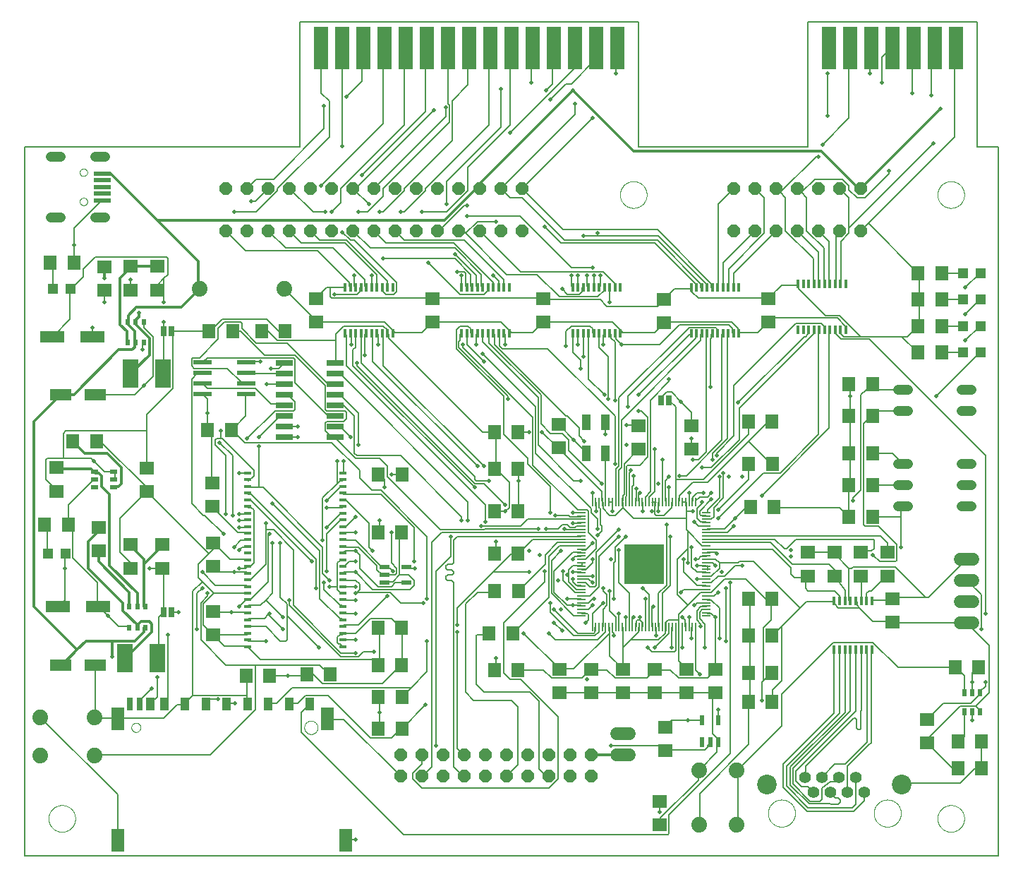
<source format=gtl>
G75*
%MOIN*%
%OFA0B0*%
%FSLAX25Y25*%
%IPPOS*%
%LPD*%
%AMOC8*
5,1,8,0,0,1.08239X$1,22.5*
%
%ADD10C,0.00500*%
%ADD11R,0.01575X0.03937*%
%ADD12R,0.07000X0.20000*%
%ADD13R,0.07087X0.06299*%
%ADD14R,0.18898X0.18898*%
%ADD15R,0.03937X0.00709*%
%ADD16R,0.00709X0.03937*%
%ADD17R,0.06299X0.07087*%
%ADD18R,0.06299X0.07098*%
%ADD19R,0.04331X0.07480*%
%ADD20OC8,0.06000*%
%ADD21R,0.02165X0.04724*%
%ADD22R,0.07098X0.06299*%
%ADD23R,0.02500X0.05000*%
%ADD24R,0.02362X0.03150*%
%ADD25R,0.10236X0.05512*%
%ADD26R,0.07480X0.13386*%
%ADD27R,0.11811X0.05512*%
%ADD28R,0.04724X0.04724*%
%ADD29R,0.03543X0.02362*%
%ADD30R,0.03543X0.01575*%
%ADD31R,0.04724X0.02165*%
%ADD32R,0.08000X0.02600*%
%ADD33R,0.08661X0.02362*%
%ADD34R,0.02362X0.03543*%
%ADD35C,0.07400*%
%ADD36C,0.00000*%
%ADD37C,0.05600*%
%ADD38C,0.09300*%
%ADD39R,0.01200X0.03900*%
%ADD40C,0.04724*%
%ADD41R,0.07874X0.01969*%
%ADD42C,0.04800*%
%ADD43C,0.06000*%
%ADD44R,0.02756X0.05906*%
%ADD45R,0.03937X0.05906*%
%ADD46R,0.05906X0.11024*%
%ADD47C,0.02000*%
%ADD48C,0.00600*%
%ADD49C,0.01200*%
D10*
X0005154Y0017914D02*
X0005154Y0352560D01*
X0135154Y0352560D01*
X0135154Y0411615D01*
X0295154Y0411615D01*
X0295154Y0352560D01*
X0375154Y0352560D01*
X0375154Y0411615D01*
X0455154Y0411615D01*
X0455154Y0352560D01*
X0465154Y0352560D01*
X0465154Y0017914D01*
X0005154Y0017914D01*
D11*
X0156402Y0264587D03*
X0158902Y0264587D03*
X0161402Y0264587D03*
X0163902Y0264587D03*
X0166402Y0264587D03*
X0168906Y0264587D03*
X0171406Y0264587D03*
X0173906Y0264587D03*
X0176406Y0264587D03*
X0178906Y0264587D03*
X0178906Y0286241D03*
X0176406Y0286241D03*
X0173906Y0286241D03*
X0171406Y0286241D03*
X0168906Y0286241D03*
X0166402Y0286241D03*
X0163902Y0286241D03*
X0161402Y0286241D03*
X0158902Y0286241D03*
X0156402Y0286241D03*
X0211402Y0286241D03*
X0213902Y0286241D03*
X0216402Y0286241D03*
X0218902Y0286241D03*
X0221402Y0286241D03*
X0223906Y0286241D03*
X0226406Y0286241D03*
X0228906Y0286241D03*
X0231406Y0286241D03*
X0233906Y0286241D03*
X0233906Y0264587D03*
X0231406Y0264587D03*
X0228906Y0264587D03*
X0226406Y0264587D03*
X0223906Y0264587D03*
X0221402Y0264587D03*
X0218902Y0264587D03*
X0216402Y0264587D03*
X0213902Y0264587D03*
X0211402Y0264587D03*
X0263902Y0264587D03*
X0266402Y0264587D03*
X0268902Y0264587D03*
X0271402Y0264587D03*
X0273902Y0264587D03*
X0276406Y0264587D03*
X0278906Y0264587D03*
X0281406Y0264587D03*
X0283906Y0264587D03*
X0286406Y0264587D03*
X0286406Y0286241D03*
X0283906Y0286241D03*
X0281406Y0286241D03*
X0278906Y0286241D03*
X0276406Y0286241D03*
X0273902Y0286241D03*
X0271402Y0286241D03*
X0268902Y0286241D03*
X0266402Y0286241D03*
X0263902Y0286241D03*
X0319902Y0285991D03*
X0322402Y0285991D03*
X0324902Y0285991D03*
X0327402Y0285991D03*
X0329902Y0285991D03*
X0332406Y0285991D03*
X0334906Y0285991D03*
X0337406Y0285991D03*
X0339906Y0285991D03*
X0342406Y0285991D03*
X0342406Y0264337D03*
X0339906Y0264337D03*
X0337406Y0264337D03*
X0334906Y0264337D03*
X0332406Y0264337D03*
X0329902Y0264337D03*
X0327402Y0264337D03*
X0324902Y0264337D03*
X0322402Y0264337D03*
X0319902Y0264337D03*
X0370402Y0266087D03*
X0372902Y0266087D03*
X0375402Y0266087D03*
X0377902Y0266087D03*
X0380402Y0266087D03*
X0382906Y0266087D03*
X0385406Y0266087D03*
X0387906Y0266087D03*
X0390406Y0266087D03*
X0392906Y0266087D03*
X0392906Y0287741D03*
X0390406Y0287741D03*
X0387906Y0287741D03*
X0385406Y0287741D03*
X0382906Y0287741D03*
X0380402Y0287741D03*
X0377902Y0287741D03*
X0375402Y0287741D03*
X0372902Y0287741D03*
X0370402Y0287741D03*
D12*
X0385075Y0399193D03*
X0395075Y0399193D03*
X0405075Y0399193D03*
X0415075Y0399193D03*
X0425075Y0399193D03*
X0435075Y0399193D03*
X0445075Y0399193D03*
X0285075Y0399193D03*
X0275075Y0399193D03*
X0265075Y0399193D03*
X0255075Y0399193D03*
X0245075Y0399193D03*
X0235075Y0399193D03*
X0225075Y0399193D03*
X0215075Y0399193D03*
X0205075Y0399193D03*
X0195075Y0399193D03*
X0185075Y0399193D03*
X0175075Y0399193D03*
X0165075Y0399193D03*
X0155075Y0399193D03*
X0145075Y0399193D03*
D13*
X0042654Y0295926D03*
X0042654Y0284902D03*
X0062654Y0200926D03*
X0062654Y0189902D03*
X0040154Y0172801D03*
X0040154Y0161777D03*
X0094154Y0165551D03*
X0094154Y0154527D03*
X0094154Y0133051D03*
X0094154Y0122027D03*
X0257654Y0105926D03*
X0257654Y0094902D03*
X0272654Y0094902D03*
X0272654Y0105926D03*
X0287654Y0105926D03*
X0287654Y0094902D03*
X0302654Y0094902D03*
X0302654Y0105926D03*
X0317654Y0105926D03*
X0317654Y0094902D03*
X0331404Y0094902D03*
X0331404Y0105926D03*
X0305154Y0043426D03*
X0305154Y0032402D03*
X0414904Y0128152D03*
X0414904Y0139176D03*
X0320154Y0209902D03*
X0320154Y0220926D03*
X0295154Y0220926D03*
X0295154Y0209902D03*
X0257529Y0210402D03*
X0257529Y0221426D03*
X0250154Y0269902D03*
X0250154Y0280926D03*
X0197654Y0280926D03*
X0197654Y0269902D03*
X0142654Y0269902D03*
X0142654Y0280926D03*
X0307154Y0280426D03*
X0307154Y0269402D03*
X0356404Y0269902D03*
X0356404Y0280926D03*
D14*
X0297654Y0155414D03*
D15*
X0327181Y0156201D03*
X0327181Y0154626D03*
X0327181Y0153052D03*
X0327181Y0151477D03*
X0327181Y0149902D03*
X0327181Y0148327D03*
X0327181Y0146752D03*
X0327181Y0145178D03*
X0327181Y0143603D03*
X0327181Y0142028D03*
X0327181Y0140453D03*
X0327181Y0138878D03*
X0327181Y0137304D03*
X0327181Y0135729D03*
X0327181Y0134154D03*
X0327181Y0132579D03*
X0327181Y0131004D03*
X0327181Y0157776D03*
X0327181Y0159351D03*
X0327181Y0160926D03*
X0327181Y0162500D03*
X0327181Y0164075D03*
X0327181Y0165650D03*
X0327181Y0167225D03*
X0327181Y0168800D03*
X0327181Y0170375D03*
X0327181Y0171949D03*
X0327181Y0173524D03*
X0327181Y0175099D03*
X0327181Y0176674D03*
X0327181Y0178249D03*
X0327181Y0179823D03*
X0268126Y0179823D03*
X0268126Y0178249D03*
X0268126Y0176674D03*
X0268126Y0175099D03*
X0268126Y0173524D03*
X0268126Y0171949D03*
X0268126Y0170375D03*
X0268126Y0168800D03*
X0268126Y0167225D03*
X0268126Y0165650D03*
X0268126Y0164075D03*
X0268126Y0162500D03*
X0268126Y0160926D03*
X0268126Y0159351D03*
X0268126Y0157776D03*
X0268126Y0156201D03*
X0268126Y0154626D03*
X0268126Y0153052D03*
X0268126Y0151477D03*
X0268126Y0149902D03*
X0268126Y0148327D03*
X0268126Y0146752D03*
X0268126Y0145178D03*
X0268126Y0143603D03*
X0268126Y0142028D03*
X0268126Y0140453D03*
X0268126Y0138878D03*
X0268126Y0137304D03*
X0268126Y0135729D03*
X0268126Y0134154D03*
X0268126Y0132579D03*
X0268126Y0131004D03*
D16*
X0273244Y0125886D03*
X0274819Y0125886D03*
X0276394Y0125886D03*
X0277969Y0125886D03*
X0279544Y0125886D03*
X0281118Y0125886D03*
X0282693Y0125886D03*
X0284268Y0125886D03*
X0285843Y0125886D03*
X0287418Y0125886D03*
X0288992Y0125886D03*
X0290567Y0125886D03*
X0292142Y0125886D03*
X0293717Y0125886D03*
X0295292Y0125886D03*
X0296866Y0125886D03*
X0298441Y0125886D03*
X0300016Y0125886D03*
X0301591Y0125886D03*
X0303166Y0125886D03*
X0304740Y0125886D03*
X0306315Y0125886D03*
X0307890Y0125886D03*
X0309465Y0125886D03*
X0311040Y0125886D03*
X0312614Y0125886D03*
X0314189Y0125886D03*
X0315764Y0125886D03*
X0317339Y0125886D03*
X0318914Y0125886D03*
X0320488Y0125886D03*
X0322063Y0125886D03*
X0322063Y0184941D03*
X0320488Y0184941D03*
X0318914Y0184941D03*
X0317339Y0184941D03*
X0315764Y0184941D03*
X0314189Y0184941D03*
X0312614Y0184941D03*
X0311040Y0184941D03*
X0309465Y0184941D03*
X0307890Y0184941D03*
X0306315Y0184941D03*
X0304740Y0184941D03*
X0303166Y0184941D03*
X0301591Y0184941D03*
X0300016Y0184941D03*
X0298441Y0184941D03*
X0296866Y0184941D03*
X0295292Y0184941D03*
X0293717Y0184941D03*
X0292142Y0184941D03*
X0290567Y0184941D03*
X0288992Y0184941D03*
X0287418Y0184941D03*
X0285843Y0184941D03*
X0284268Y0184941D03*
X0282693Y0184941D03*
X0281118Y0184941D03*
X0279544Y0184941D03*
X0277969Y0184941D03*
X0276394Y0184941D03*
X0274819Y0184941D03*
X0273244Y0184941D03*
D17*
X0238166Y0180414D03*
X0227142Y0180414D03*
X0227142Y0200414D03*
X0238166Y0200414D03*
X0238166Y0217914D03*
X0227142Y0217914D03*
X0183166Y0170414D03*
X0172142Y0170414D03*
X0172142Y0125414D03*
X0183166Y0125414D03*
X0183166Y0107914D03*
X0172142Y0107914D03*
X0120666Y0102914D03*
X0109642Y0102914D03*
X0227142Y0105414D03*
X0238166Y0105414D03*
X0238166Y0160414D03*
X0227142Y0160414D03*
X0347142Y0139164D03*
X0358166Y0139164D03*
X0358166Y0121664D03*
X0347142Y0121664D03*
X0347142Y0104164D03*
X0358166Y0104164D03*
X0358166Y0090414D03*
X0347142Y0090414D03*
X0444642Y0106664D03*
X0455666Y0106664D03*
X0456916Y0071664D03*
X0445892Y0071664D03*
X0445892Y0059164D03*
X0456916Y0059164D03*
X0358916Y0182414D03*
X0347892Y0182414D03*
X0347142Y0222914D03*
X0358166Y0222914D03*
X0128166Y0265414D03*
X0117142Y0265414D03*
X0038909Y0213367D03*
X0027885Y0213367D03*
D18*
X0025752Y0174164D03*
X0014555Y0174164D03*
X0091555Y0218914D03*
X0102752Y0218914D03*
X0103252Y0265414D03*
X0092055Y0265414D03*
X0028252Y0297914D03*
X0017055Y0297914D03*
X0172055Y0197914D03*
X0183252Y0197914D03*
X0227055Y0142914D03*
X0238252Y0142914D03*
X0235752Y0122914D03*
X0224555Y0122914D03*
X0183252Y0092914D03*
X0172055Y0092914D03*
X0172055Y0077914D03*
X0183252Y0077914D03*
X0149502Y0103539D03*
X0138305Y0103539D03*
X0347055Y0202914D03*
X0358252Y0202914D03*
X0394555Y0207914D03*
X0405752Y0207914D03*
X0405752Y0192914D03*
X0394555Y0192914D03*
X0394555Y0177914D03*
X0405752Y0177914D03*
X0405752Y0225414D03*
X0394555Y0225414D03*
X0394555Y0240414D03*
X0405752Y0240414D03*
X0427055Y0255414D03*
X0438252Y0255414D03*
X0438252Y0267914D03*
X0427055Y0267914D03*
X0427055Y0280414D03*
X0438252Y0280414D03*
X0438252Y0292914D03*
X0427055Y0292914D03*
D19*
X0279431Y0222447D03*
X0270376Y0222447D03*
X0270376Y0207880D03*
X0279431Y0207880D03*
D20*
X0240154Y0312914D03*
X0230154Y0312914D03*
X0220154Y0312914D03*
X0210154Y0312914D03*
X0200154Y0312914D03*
X0190154Y0312914D03*
X0180154Y0312914D03*
X0170154Y0312914D03*
X0160154Y0312914D03*
X0150154Y0312914D03*
X0140154Y0312914D03*
X0130154Y0312914D03*
X0120154Y0312914D03*
X0110154Y0312914D03*
X0100154Y0312914D03*
X0100154Y0332914D03*
X0110154Y0332914D03*
X0120154Y0332914D03*
X0130154Y0332914D03*
X0140154Y0332914D03*
X0150154Y0332914D03*
X0160154Y0332914D03*
X0170154Y0332914D03*
X0180154Y0332914D03*
X0190154Y0332914D03*
X0200154Y0332914D03*
X0210154Y0332914D03*
X0220154Y0332914D03*
X0230154Y0332914D03*
X0240154Y0332914D03*
X0340154Y0332914D03*
X0350154Y0332914D03*
X0360154Y0332914D03*
X0370154Y0332914D03*
X0380154Y0332914D03*
X0390154Y0332914D03*
X0400154Y0332914D03*
X0400154Y0312914D03*
X0390154Y0312914D03*
X0380154Y0312914D03*
X0370154Y0312914D03*
X0360154Y0312914D03*
X0350154Y0312914D03*
X0340154Y0312914D03*
X0272654Y0065414D03*
X0272654Y0055414D03*
X0262654Y0055414D03*
X0262654Y0065414D03*
X0252654Y0065414D03*
X0252654Y0055414D03*
X0242654Y0055414D03*
X0242654Y0065414D03*
X0232654Y0065414D03*
X0232654Y0055414D03*
X0222654Y0055414D03*
X0222654Y0065414D03*
X0212654Y0065414D03*
X0212654Y0055414D03*
X0202654Y0055414D03*
X0202654Y0065414D03*
X0192654Y0065414D03*
X0192654Y0055414D03*
X0182654Y0055414D03*
X0182654Y0065414D03*
D21*
X0325164Y0071545D03*
X0328904Y0071545D03*
X0332644Y0071545D03*
X0332644Y0081782D03*
X0325164Y0081782D03*
D22*
X0307654Y0078512D03*
X0307654Y0067315D03*
X0375154Y0149815D03*
X0375154Y0161012D03*
X0387654Y0161012D03*
X0387654Y0149815D03*
X0400154Y0149815D03*
X0400154Y0161012D03*
X0412654Y0161012D03*
X0412654Y0149815D03*
X0431404Y0082262D03*
X0431404Y0071065D03*
X0093654Y0182690D03*
X0093654Y0193887D03*
X0070154Y0164762D03*
X0070154Y0153565D03*
X0055154Y0153565D03*
X0055154Y0164762D03*
X0020154Y0189815D03*
X0020154Y0201012D03*
X0055154Y0284815D03*
X0055154Y0296012D03*
X0067654Y0296012D03*
X0067654Y0284815D03*
D23*
X0070882Y0265414D03*
X0074425Y0265414D03*
X0074425Y0132914D03*
X0070882Y0132914D03*
X0305882Y0232914D03*
X0309425Y0232914D03*
D24*
X0062019Y0135335D03*
X0058279Y0135335D03*
X0054539Y0135335D03*
X0054539Y0125493D03*
X0058279Y0125493D03*
X0062019Y0125493D03*
X0061258Y0259977D03*
X0057518Y0259977D03*
X0053778Y0259977D03*
X0053778Y0269819D03*
X0057518Y0269819D03*
X0061258Y0269819D03*
D25*
X0038225Y0235414D03*
X0022083Y0235414D03*
X0022083Y0107914D03*
X0038225Y0107914D03*
D26*
X0052477Y0111039D03*
X0067831Y0111039D03*
X0070331Y0245414D03*
X0054977Y0245414D03*
D27*
X0037103Y0262914D03*
X0018205Y0262914D03*
X0020705Y0135414D03*
X0039603Y0135414D03*
D28*
X0024288Y0160414D03*
X0016020Y0160414D03*
X0018520Y0285414D03*
X0026788Y0285414D03*
X0448520Y0280414D03*
X0456788Y0280414D03*
X0456788Y0292914D03*
X0448520Y0292914D03*
X0448520Y0267914D03*
X0456788Y0267914D03*
X0456788Y0255414D03*
X0448520Y0255414D03*
D29*
X0047181Y0199154D03*
X0047181Y0195414D03*
X0047181Y0191674D03*
X0038126Y0191674D03*
X0038126Y0195414D03*
X0038126Y0199154D03*
D30*
X0110542Y0198484D03*
X0110542Y0195334D03*
X0110542Y0192185D03*
X0110542Y0189035D03*
X0110542Y0185885D03*
X0110542Y0182736D03*
X0110542Y0179586D03*
X0110542Y0176437D03*
X0110542Y0173287D03*
X0110542Y0170137D03*
X0110542Y0166988D03*
X0110542Y0163838D03*
X0110542Y0160688D03*
X0110542Y0157539D03*
X0110542Y0154389D03*
X0110542Y0151240D03*
X0110542Y0148090D03*
X0110542Y0144940D03*
X0110542Y0141791D03*
X0110542Y0138641D03*
X0110542Y0135492D03*
X0110542Y0132342D03*
X0110542Y0129192D03*
X0110542Y0126043D03*
X0110542Y0122893D03*
X0110542Y0119744D03*
X0110542Y0116594D03*
X0155266Y0116594D03*
X0155266Y0119744D03*
X0155266Y0122893D03*
X0155266Y0126043D03*
X0155266Y0129192D03*
X0155266Y0132342D03*
X0155266Y0135492D03*
X0155266Y0138641D03*
X0155266Y0141791D03*
X0155266Y0144940D03*
X0155266Y0148090D03*
X0155266Y0151240D03*
X0155266Y0154389D03*
X0155266Y0157539D03*
X0155266Y0160688D03*
X0155266Y0163838D03*
X0155266Y0166988D03*
X0155266Y0170137D03*
X0155266Y0173287D03*
X0155266Y0176437D03*
X0155266Y0179586D03*
X0155266Y0182736D03*
X0155266Y0185885D03*
X0155266Y0189035D03*
X0155266Y0192185D03*
X0155266Y0195334D03*
X0155266Y0198484D03*
D31*
X0175035Y0154154D03*
X0175035Y0150414D03*
X0175035Y0146674D03*
X0185272Y0146674D03*
X0185272Y0154154D03*
D32*
X0151879Y0215539D03*
X0151879Y0220539D03*
X0151879Y0225539D03*
X0151879Y0230539D03*
X0151879Y0235539D03*
X0151879Y0240539D03*
X0151879Y0245539D03*
X0151879Y0250539D03*
X0127679Y0250539D03*
X0127679Y0245539D03*
X0127679Y0240539D03*
X0127679Y0235539D03*
X0127679Y0230539D03*
X0127679Y0225539D03*
X0127679Y0220539D03*
X0127679Y0215539D03*
D33*
X0109640Y0235914D03*
X0109640Y0240914D03*
X0109640Y0245914D03*
X0109640Y0250914D03*
X0089168Y0250914D03*
X0089168Y0245914D03*
X0089168Y0240914D03*
X0089168Y0235914D03*
D34*
X0448914Y0094941D03*
X0452654Y0094941D03*
X0456394Y0094941D03*
X0456394Y0085886D03*
X0452654Y0085886D03*
X0448914Y0085886D03*
D35*
X0341554Y0058214D03*
X0323754Y0058214D03*
X0323754Y0032614D03*
X0341554Y0032614D03*
X0127654Y0285414D03*
X0087654Y0285414D03*
X0037954Y0083064D03*
X0037954Y0065264D03*
X0012354Y0065264D03*
X0012354Y0083064D03*
D36*
X0055463Y0078390D02*
X0055465Y0078483D01*
X0055471Y0078575D01*
X0055481Y0078667D01*
X0055495Y0078758D01*
X0055512Y0078849D01*
X0055534Y0078939D01*
X0055559Y0079028D01*
X0055588Y0079116D01*
X0055621Y0079202D01*
X0055658Y0079287D01*
X0055698Y0079371D01*
X0055742Y0079452D01*
X0055789Y0079532D01*
X0055839Y0079610D01*
X0055893Y0079685D01*
X0055950Y0079758D01*
X0056010Y0079828D01*
X0056073Y0079896D01*
X0056139Y0079961D01*
X0056207Y0080023D01*
X0056278Y0080083D01*
X0056352Y0080139D01*
X0056428Y0080192D01*
X0056506Y0080241D01*
X0056586Y0080288D01*
X0056668Y0080330D01*
X0056752Y0080370D01*
X0056837Y0080405D01*
X0056924Y0080437D01*
X0057012Y0080466D01*
X0057101Y0080490D01*
X0057191Y0080511D01*
X0057282Y0080527D01*
X0057374Y0080540D01*
X0057466Y0080549D01*
X0057559Y0080554D01*
X0057651Y0080555D01*
X0057744Y0080552D01*
X0057836Y0080545D01*
X0057928Y0080534D01*
X0058019Y0080519D01*
X0058110Y0080501D01*
X0058200Y0080478D01*
X0058288Y0080452D01*
X0058376Y0080422D01*
X0058462Y0080388D01*
X0058546Y0080351D01*
X0058629Y0080309D01*
X0058710Y0080265D01*
X0058790Y0080217D01*
X0058867Y0080166D01*
X0058941Y0080111D01*
X0059014Y0080053D01*
X0059084Y0079993D01*
X0059151Y0079929D01*
X0059215Y0079863D01*
X0059277Y0079793D01*
X0059335Y0079722D01*
X0059390Y0079648D01*
X0059442Y0079571D01*
X0059491Y0079492D01*
X0059537Y0079412D01*
X0059579Y0079329D01*
X0059617Y0079245D01*
X0059652Y0079159D01*
X0059683Y0079072D01*
X0059710Y0078984D01*
X0059733Y0078894D01*
X0059753Y0078804D01*
X0059769Y0078713D01*
X0059781Y0078621D01*
X0059789Y0078529D01*
X0059793Y0078436D01*
X0059793Y0078344D01*
X0059789Y0078251D01*
X0059781Y0078159D01*
X0059769Y0078067D01*
X0059753Y0077976D01*
X0059733Y0077886D01*
X0059710Y0077796D01*
X0059683Y0077708D01*
X0059652Y0077621D01*
X0059617Y0077535D01*
X0059579Y0077451D01*
X0059537Y0077368D01*
X0059491Y0077288D01*
X0059442Y0077209D01*
X0059390Y0077132D01*
X0059335Y0077058D01*
X0059277Y0076987D01*
X0059215Y0076917D01*
X0059151Y0076851D01*
X0059084Y0076787D01*
X0059014Y0076727D01*
X0058941Y0076669D01*
X0058867Y0076614D01*
X0058790Y0076563D01*
X0058711Y0076515D01*
X0058629Y0076471D01*
X0058546Y0076429D01*
X0058462Y0076392D01*
X0058376Y0076358D01*
X0058288Y0076328D01*
X0058200Y0076302D01*
X0058110Y0076279D01*
X0058019Y0076261D01*
X0057928Y0076246D01*
X0057836Y0076235D01*
X0057744Y0076228D01*
X0057651Y0076225D01*
X0057559Y0076226D01*
X0057466Y0076231D01*
X0057374Y0076240D01*
X0057282Y0076253D01*
X0057191Y0076269D01*
X0057101Y0076290D01*
X0057012Y0076314D01*
X0056924Y0076343D01*
X0056837Y0076375D01*
X0056752Y0076410D01*
X0056668Y0076450D01*
X0056586Y0076492D01*
X0056506Y0076539D01*
X0056428Y0076588D01*
X0056352Y0076641D01*
X0056278Y0076697D01*
X0056207Y0076757D01*
X0056139Y0076819D01*
X0056073Y0076884D01*
X0056010Y0076952D01*
X0055950Y0077022D01*
X0055893Y0077095D01*
X0055839Y0077170D01*
X0055789Y0077248D01*
X0055742Y0077328D01*
X0055698Y0077409D01*
X0055658Y0077493D01*
X0055621Y0077578D01*
X0055588Y0077664D01*
X0055559Y0077752D01*
X0055534Y0077841D01*
X0055512Y0077931D01*
X0055495Y0078022D01*
X0055481Y0078113D01*
X0055471Y0078205D01*
X0055465Y0078297D01*
X0055463Y0078390D01*
X0016355Y0035414D02*
X0016357Y0035572D01*
X0016363Y0035730D01*
X0016373Y0035888D01*
X0016387Y0036046D01*
X0016405Y0036203D01*
X0016426Y0036360D01*
X0016452Y0036516D01*
X0016482Y0036672D01*
X0016515Y0036827D01*
X0016553Y0036980D01*
X0016594Y0037133D01*
X0016639Y0037285D01*
X0016688Y0037436D01*
X0016741Y0037585D01*
X0016797Y0037733D01*
X0016857Y0037879D01*
X0016921Y0038024D01*
X0016989Y0038167D01*
X0017060Y0038309D01*
X0017134Y0038449D01*
X0017212Y0038586D01*
X0017294Y0038722D01*
X0017378Y0038856D01*
X0017467Y0038987D01*
X0017558Y0039116D01*
X0017653Y0039243D01*
X0017750Y0039368D01*
X0017851Y0039490D01*
X0017955Y0039609D01*
X0018062Y0039726D01*
X0018172Y0039840D01*
X0018285Y0039951D01*
X0018400Y0040060D01*
X0018518Y0040165D01*
X0018639Y0040267D01*
X0018762Y0040367D01*
X0018888Y0040463D01*
X0019016Y0040556D01*
X0019146Y0040646D01*
X0019279Y0040732D01*
X0019414Y0040816D01*
X0019550Y0040895D01*
X0019689Y0040972D01*
X0019830Y0041044D01*
X0019972Y0041114D01*
X0020116Y0041179D01*
X0020262Y0041241D01*
X0020409Y0041299D01*
X0020558Y0041354D01*
X0020708Y0041405D01*
X0020859Y0041452D01*
X0021011Y0041495D01*
X0021164Y0041534D01*
X0021319Y0041570D01*
X0021474Y0041601D01*
X0021630Y0041629D01*
X0021786Y0041653D01*
X0021943Y0041673D01*
X0022101Y0041689D01*
X0022258Y0041701D01*
X0022417Y0041709D01*
X0022575Y0041713D01*
X0022733Y0041713D01*
X0022891Y0041709D01*
X0023050Y0041701D01*
X0023207Y0041689D01*
X0023365Y0041673D01*
X0023522Y0041653D01*
X0023678Y0041629D01*
X0023834Y0041601D01*
X0023989Y0041570D01*
X0024144Y0041534D01*
X0024297Y0041495D01*
X0024449Y0041452D01*
X0024600Y0041405D01*
X0024750Y0041354D01*
X0024899Y0041299D01*
X0025046Y0041241D01*
X0025192Y0041179D01*
X0025336Y0041114D01*
X0025478Y0041044D01*
X0025619Y0040972D01*
X0025758Y0040895D01*
X0025894Y0040816D01*
X0026029Y0040732D01*
X0026162Y0040646D01*
X0026292Y0040556D01*
X0026420Y0040463D01*
X0026546Y0040367D01*
X0026669Y0040267D01*
X0026790Y0040165D01*
X0026908Y0040060D01*
X0027023Y0039951D01*
X0027136Y0039840D01*
X0027246Y0039726D01*
X0027353Y0039609D01*
X0027457Y0039490D01*
X0027558Y0039368D01*
X0027655Y0039243D01*
X0027750Y0039116D01*
X0027841Y0038987D01*
X0027930Y0038856D01*
X0028014Y0038722D01*
X0028096Y0038586D01*
X0028174Y0038449D01*
X0028248Y0038309D01*
X0028319Y0038167D01*
X0028387Y0038024D01*
X0028451Y0037879D01*
X0028511Y0037733D01*
X0028567Y0037585D01*
X0028620Y0037436D01*
X0028669Y0037285D01*
X0028714Y0037133D01*
X0028755Y0036980D01*
X0028793Y0036827D01*
X0028826Y0036672D01*
X0028856Y0036516D01*
X0028882Y0036360D01*
X0028903Y0036203D01*
X0028921Y0036046D01*
X0028935Y0035888D01*
X0028945Y0035730D01*
X0028951Y0035572D01*
X0028953Y0035414D01*
X0028951Y0035256D01*
X0028945Y0035098D01*
X0028935Y0034940D01*
X0028921Y0034782D01*
X0028903Y0034625D01*
X0028882Y0034468D01*
X0028856Y0034312D01*
X0028826Y0034156D01*
X0028793Y0034001D01*
X0028755Y0033848D01*
X0028714Y0033695D01*
X0028669Y0033543D01*
X0028620Y0033392D01*
X0028567Y0033243D01*
X0028511Y0033095D01*
X0028451Y0032949D01*
X0028387Y0032804D01*
X0028319Y0032661D01*
X0028248Y0032519D01*
X0028174Y0032379D01*
X0028096Y0032242D01*
X0028014Y0032106D01*
X0027930Y0031972D01*
X0027841Y0031841D01*
X0027750Y0031712D01*
X0027655Y0031585D01*
X0027558Y0031460D01*
X0027457Y0031338D01*
X0027353Y0031219D01*
X0027246Y0031102D01*
X0027136Y0030988D01*
X0027023Y0030877D01*
X0026908Y0030768D01*
X0026790Y0030663D01*
X0026669Y0030561D01*
X0026546Y0030461D01*
X0026420Y0030365D01*
X0026292Y0030272D01*
X0026162Y0030182D01*
X0026029Y0030096D01*
X0025894Y0030012D01*
X0025758Y0029933D01*
X0025619Y0029856D01*
X0025478Y0029784D01*
X0025336Y0029714D01*
X0025192Y0029649D01*
X0025046Y0029587D01*
X0024899Y0029529D01*
X0024750Y0029474D01*
X0024600Y0029423D01*
X0024449Y0029376D01*
X0024297Y0029333D01*
X0024144Y0029294D01*
X0023989Y0029258D01*
X0023834Y0029227D01*
X0023678Y0029199D01*
X0023522Y0029175D01*
X0023365Y0029155D01*
X0023207Y0029139D01*
X0023050Y0029127D01*
X0022891Y0029119D01*
X0022733Y0029115D01*
X0022575Y0029115D01*
X0022417Y0029119D01*
X0022258Y0029127D01*
X0022101Y0029139D01*
X0021943Y0029155D01*
X0021786Y0029175D01*
X0021630Y0029199D01*
X0021474Y0029227D01*
X0021319Y0029258D01*
X0021164Y0029294D01*
X0021011Y0029333D01*
X0020859Y0029376D01*
X0020708Y0029423D01*
X0020558Y0029474D01*
X0020409Y0029529D01*
X0020262Y0029587D01*
X0020116Y0029649D01*
X0019972Y0029714D01*
X0019830Y0029784D01*
X0019689Y0029856D01*
X0019550Y0029933D01*
X0019414Y0030012D01*
X0019279Y0030096D01*
X0019146Y0030182D01*
X0019016Y0030272D01*
X0018888Y0030365D01*
X0018762Y0030461D01*
X0018639Y0030561D01*
X0018518Y0030663D01*
X0018400Y0030768D01*
X0018285Y0030877D01*
X0018172Y0030988D01*
X0018062Y0031102D01*
X0017955Y0031219D01*
X0017851Y0031338D01*
X0017750Y0031460D01*
X0017653Y0031585D01*
X0017558Y0031712D01*
X0017467Y0031841D01*
X0017378Y0031972D01*
X0017294Y0032106D01*
X0017212Y0032242D01*
X0017134Y0032379D01*
X0017060Y0032519D01*
X0016989Y0032661D01*
X0016921Y0032804D01*
X0016857Y0032949D01*
X0016797Y0033095D01*
X0016741Y0033243D01*
X0016688Y0033392D01*
X0016639Y0033543D01*
X0016594Y0033695D01*
X0016553Y0033848D01*
X0016515Y0034001D01*
X0016482Y0034156D01*
X0016452Y0034312D01*
X0016426Y0034468D01*
X0016405Y0034625D01*
X0016387Y0034782D01*
X0016373Y0034940D01*
X0016363Y0035098D01*
X0016357Y0035256D01*
X0016355Y0035414D01*
X0137155Y0078390D02*
X0137157Y0078502D01*
X0137163Y0078613D01*
X0137173Y0078725D01*
X0137187Y0078836D01*
X0137204Y0078946D01*
X0137226Y0079056D01*
X0137252Y0079165D01*
X0137281Y0079273D01*
X0137314Y0079379D01*
X0137351Y0079485D01*
X0137392Y0079589D01*
X0137437Y0079692D01*
X0137485Y0079793D01*
X0137536Y0079892D01*
X0137591Y0079989D01*
X0137650Y0080084D01*
X0137711Y0080178D01*
X0137776Y0080269D01*
X0137845Y0080357D01*
X0137916Y0080443D01*
X0137990Y0080527D01*
X0138068Y0080607D01*
X0138148Y0080685D01*
X0138231Y0080761D01*
X0138316Y0080833D01*
X0138404Y0080902D01*
X0138494Y0080968D01*
X0138587Y0081030D01*
X0138682Y0081090D01*
X0138779Y0081146D01*
X0138877Y0081198D01*
X0138978Y0081247D01*
X0139080Y0081292D01*
X0139184Y0081334D01*
X0139289Y0081372D01*
X0139396Y0081406D01*
X0139503Y0081436D01*
X0139612Y0081463D01*
X0139721Y0081485D01*
X0139832Y0081504D01*
X0139942Y0081519D01*
X0140054Y0081530D01*
X0140165Y0081537D01*
X0140277Y0081540D01*
X0140389Y0081539D01*
X0140501Y0081534D01*
X0140612Y0081525D01*
X0140723Y0081512D01*
X0140834Y0081495D01*
X0140944Y0081475D01*
X0141053Y0081450D01*
X0141161Y0081422D01*
X0141268Y0081389D01*
X0141374Y0081353D01*
X0141478Y0081313D01*
X0141581Y0081270D01*
X0141683Y0081223D01*
X0141782Y0081172D01*
X0141880Y0081118D01*
X0141976Y0081060D01*
X0142070Y0080999D01*
X0142161Y0080935D01*
X0142250Y0080868D01*
X0142337Y0080797D01*
X0142421Y0080723D01*
X0142503Y0080647D01*
X0142581Y0080567D01*
X0142657Y0080485D01*
X0142730Y0080400D01*
X0142800Y0080313D01*
X0142866Y0080223D01*
X0142930Y0080131D01*
X0142990Y0080037D01*
X0143047Y0079941D01*
X0143100Y0079842D01*
X0143150Y0079742D01*
X0143196Y0079641D01*
X0143239Y0079537D01*
X0143278Y0079432D01*
X0143313Y0079326D01*
X0143344Y0079219D01*
X0143372Y0079110D01*
X0143395Y0079001D01*
X0143415Y0078891D01*
X0143431Y0078780D01*
X0143443Y0078669D01*
X0143451Y0078558D01*
X0143455Y0078446D01*
X0143455Y0078334D01*
X0143451Y0078222D01*
X0143443Y0078111D01*
X0143431Y0078000D01*
X0143415Y0077889D01*
X0143395Y0077779D01*
X0143372Y0077670D01*
X0143344Y0077561D01*
X0143313Y0077454D01*
X0143278Y0077348D01*
X0143239Y0077243D01*
X0143196Y0077139D01*
X0143150Y0077038D01*
X0143100Y0076938D01*
X0143047Y0076839D01*
X0142990Y0076743D01*
X0142930Y0076649D01*
X0142866Y0076557D01*
X0142800Y0076467D01*
X0142730Y0076380D01*
X0142657Y0076295D01*
X0142581Y0076213D01*
X0142503Y0076133D01*
X0142421Y0076057D01*
X0142337Y0075983D01*
X0142250Y0075912D01*
X0142161Y0075845D01*
X0142070Y0075781D01*
X0141976Y0075720D01*
X0141880Y0075662D01*
X0141782Y0075608D01*
X0141683Y0075557D01*
X0141581Y0075510D01*
X0141478Y0075467D01*
X0141374Y0075427D01*
X0141268Y0075391D01*
X0141161Y0075358D01*
X0141053Y0075330D01*
X0140944Y0075305D01*
X0140834Y0075285D01*
X0140723Y0075268D01*
X0140612Y0075255D01*
X0140501Y0075246D01*
X0140389Y0075241D01*
X0140277Y0075240D01*
X0140165Y0075243D01*
X0140054Y0075250D01*
X0139942Y0075261D01*
X0139832Y0075276D01*
X0139721Y0075295D01*
X0139612Y0075317D01*
X0139503Y0075344D01*
X0139396Y0075374D01*
X0139289Y0075408D01*
X0139184Y0075446D01*
X0139080Y0075488D01*
X0138978Y0075533D01*
X0138877Y0075582D01*
X0138779Y0075634D01*
X0138682Y0075690D01*
X0138587Y0075750D01*
X0138494Y0075812D01*
X0138404Y0075878D01*
X0138316Y0075947D01*
X0138231Y0076019D01*
X0138148Y0076095D01*
X0138068Y0076173D01*
X0137990Y0076253D01*
X0137916Y0076337D01*
X0137845Y0076423D01*
X0137776Y0076511D01*
X0137711Y0076602D01*
X0137650Y0076696D01*
X0137591Y0076791D01*
X0137536Y0076888D01*
X0137485Y0076987D01*
X0137437Y0077088D01*
X0137392Y0077191D01*
X0137351Y0077295D01*
X0137314Y0077401D01*
X0137281Y0077507D01*
X0137252Y0077615D01*
X0137226Y0077724D01*
X0137204Y0077834D01*
X0137187Y0077944D01*
X0137173Y0078055D01*
X0137163Y0078167D01*
X0137157Y0078278D01*
X0137155Y0078390D01*
X0356254Y0037914D02*
X0356256Y0038074D01*
X0356262Y0038233D01*
X0356272Y0038392D01*
X0356286Y0038551D01*
X0356304Y0038710D01*
X0356325Y0038868D01*
X0356351Y0039025D01*
X0356381Y0039182D01*
X0356414Y0039338D01*
X0356452Y0039493D01*
X0356493Y0039647D01*
X0356538Y0039800D01*
X0356587Y0039952D01*
X0356640Y0040103D01*
X0356696Y0040252D01*
X0356757Y0040400D01*
X0356820Y0040546D01*
X0356888Y0040691D01*
X0356959Y0040834D01*
X0357033Y0040975D01*
X0357111Y0041114D01*
X0357193Y0041251D01*
X0357278Y0041386D01*
X0357366Y0041519D01*
X0357458Y0041650D01*
X0357552Y0041778D01*
X0357650Y0041904D01*
X0357751Y0042028D01*
X0357855Y0042149D01*
X0357962Y0042267D01*
X0358072Y0042383D01*
X0358185Y0042496D01*
X0358301Y0042606D01*
X0358419Y0042713D01*
X0358540Y0042817D01*
X0358664Y0042918D01*
X0358790Y0043016D01*
X0358918Y0043110D01*
X0359049Y0043202D01*
X0359182Y0043290D01*
X0359317Y0043375D01*
X0359454Y0043457D01*
X0359593Y0043535D01*
X0359734Y0043609D01*
X0359877Y0043680D01*
X0360022Y0043748D01*
X0360168Y0043811D01*
X0360316Y0043872D01*
X0360465Y0043928D01*
X0360616Y0043981D01*
X0360768Y0044030D01*
X0360921Y0044075D01*
X0361075Y0044116D01*
X0361230Y0044154D01*
X0361386Y0044187D01*
X0361543Y0044217D01*
X0361700Y0044243D01*
X0361858Y0044264D01*
X0362017Y0044282D01*
X0362176Y0044296D01*
X0362335Y0044306D01*
X0362494Y0044312D01*
X0362654Y0044314D01*
X0362814Y0044312D01*
X0362973Y0044306D01*
X0363132Y0044296D01*
X0363291Y0044282D01*
X0363450Y0044264D01*
X0363608Y0044243D01*
X0363765Y0044217D01*
X0363922Y0044187D01*
X0364078Y0044154D01*
X0364233Y0044116D01*
X0364387Y0044075D01*
X0364540Y0044030D01*
X0364692Y0043981D01*
X0364843Y0043928D01*
X0364992Y0043872D01*
X0365140Y0043811D01*
X0365286Y0043748D01*
X0365431Y0043680D01*
X0365574Y0043609D01*
X0365715Y0043535D01*
X0365854Y0043457D01*
X0365991Y0043375D01*
X0366126Y0043290D01*
X0366259Y0043202D01*
X0366390Y0043110D01*
X0366518Y0043016D01*
X0366644Y0042918D01*
X0366768Y0042817D01*
X0366889Y0042713D01*
X0367007Y0042606D01*
X0367123Y0042496D01*
X0367236Y0042383D01*
X0367346Y0042267D01*
X0367453Y0042149D01*
X0367557Y0042028D01*
X0367658Y0041904D01*
X0367756Y0041778D01*
X0367850Y0041650D01*
X0367942Y0041519D01*
X0368030Y0041386D01*
X0368115Y0041251D01*
X0368197Y0041114D01*
X0368275Y0040975D01*
X0368349Y0040834D01*
X0368420Y0040691D01*
X0368488Y0040546D01*
X0368551Y0040400D01*
X0368612Y0040252D01*
X0368668Y0040103D01*
X0368721Y0039952D01*
X0368770Y0039800D01*
X0368815Y0039647D01*
X0368856Y0039493D01*
X0368894Y0039338D01*
X0368927Y0039182D01*
X0368957Y0039025D01*
X0368983Y0038868D01*
X0369004Y0038710D01*
X0369022Y0038551D01*
X0369036Y0038392D01*
X0369046Y0038233D01*
X0369052Y0038074D01*
X0369054Y0037914D01*
X0369052Y0037754D01*
X0369046Y0037595D01*
X0369036Y0037436D01*
X0369022Y0037277D01*
X0369004Y0037118D01*
X0368983Y0036960D01*
X0368957Y0036803D01*
X0368927Y0036646D01*
X0368894Y0036490D01*
X0368856Y0036335D01*
X0368815Y0036181D01*
X0368770Y0036028D01*
X0368721Y0035876D01*
X0368668Y0035725D01*
X0368612Y0035576D01*
X0368551Y0035428D01*
X0368488Y0035282D01*
X0368420Y0035137D01*
X0368349Y0034994D01*
X0368275Y0034853D01*
X0368197Y0034714D01*
X0368115Y0034577D01*
X0368030Y0034442D01*
X0367942Y0034309D01*
X0367850Y0034178D01*
X0367756Y0034050D01*
X0367658Y0033924D01*
X0367557Y0033800D01*
X0367453Y0033679D01*
X0367346Y0033561D01*
X0367236Y0033445D01*
X0367123Y0033332D01*
X0367007Y0033222D01*
X0366889Y0033115D01*
X0366768Y0033011D01*
X0366644Y0032910D01*
X0366518Y0032812D01*
X0366390Y0032718D01*
X0366259Y0032626D01*
X0366126Y0032538D01*
X0365991Y0032453D01*
X0365854Y0032371D01*
X0365715Y0032293D01*
X0365574Y0032219D01*
X0365431Y0032148D01*
X0365286Y0032080D01*
X0365140Y0032017D01*
X0364992Y0031956D01*
X0364843Y0031900D01*
X0364692Y0031847D01*
X0364540Y0031798D01*
X0364387Y0031753D01*
X0364233Y0031712D01*
X0364078Y0031674D01*
X0363922Y0031641D01*
X0363765Y0031611D01*
X0363608Y0031585D01*
X0363450Y0031564D01*
X0363291Y0031546D01*
X0363132Y0031532D01*
X0362973Y0031522D01*
X0362814Y0031516D01*
X0362654Y0031514D01*
X0362494Y0031516D01*
X0362335Y0031522D01*
X0362176Y0031532D01*
X0362017Y0031546D01*
X0361858Y0031564D01*
X0361700Y0031585D01*
X0361543Y0031611D01*
X0361386Y0031641D01*
X0361230Y0031674D01*
X0361075Y0031712D01*
X0360921Y0031753D01*
X0360768Y0031798D01*
X0360616Y0031847D01*
X0360465Y0031900D01*
X0360316Y0031956D01*
X0360168Y0032017D01*
X0360022Y0032080D01*
X0359877Y0032148D01*
X0359734Y0032219D01*
X0359593Y0032293D01*
X0359454Y0032371D01*
X0359317Y0032453D01*
X0359182Y0032538D01*
X0359049Y0032626D01*
X0358918Y0032718D01*
X0358790Y0032812D01*
X0358664Y0032910D01*
X0358540Y0033011D01*
X0358419Y0033115D01*
X0358301Y0033222D01*
X0358185Y0033332D01*
X0358072Y0033445D01*
X0357962Y0033561D01*
X0357855Y0033679D01*
X0357751Y0033800D01*
X0357650Y0033924D01*
X0357552Y0034050D01*
X0357458Y0034178D01*
X0357366Y0034309D01*
X0357278Y0034442D01*
X0357193Y0034577D01*
X0357111Y0034714D01*
X0357033Y0034853D01*
X0356959Y0034994D01*
X0356888Y0035137D01*
X0356820Y0035282D01*
X0356757Y0035428D01*
X0356696Y0035576D01*
X0356640Y0035725D01*
X0356587Y0035876D01*
X0356538Y0036028D01*
X0356493Y0036181D01*
X0356452Y0036335D01*
X0356414Y0036490D01*
X0356381Y0036646D01*
X0356351Y0036803D01*
X0356325Y0036960D01*
X0356304Y0037118D01*
X0356286Y0037277D01*
X0356272Y0037436D01*
X0356262Y0037595D01*
X0356256Y0037754D01*
X0356254Y0037914D01*
X0406254Y0037914D02*
X0406256Y0038074D01*
X0406262Y0038233D01*
X0406272Y0038392D01*
X0406286Y0038551D01*
X0406304Y0038710D01*
X0406325Y0038868D01*
X0406351Y0039025D01*
X0406381Y0039182D01*
X0406414Y0039338D01*
X0406452Y0039493D01*
X0406493Y0039647D01*
X0406538Y0039800D01*
X0406587Y0039952D01*
X0406640Y0040103D01*
X0406696Y0040252D01*
X0406757Y0040400D01*
X0406820Y0040546D01*
X0406888Y0040691D01*
X0406959Y0040834D01*
X0407033Y0040975D01*
X0407111Y0041114D01*
X0407193Y0041251D01*
X0407278Y0041386D01*
X0407366Y0041519D01*
X0407458Y0041650D01*
X0407552Y0041778D01*
X0407650Y0041904D01*
X0407751Y0042028D01*
X0407855Y0042149D01*
X0407962Y0042267D01*
X0408072Y0042383D01*
X0408185Y0042496D01*
X0408301Y0042606D01*
X0408419Y0042713D01*
X0408540Y0042817D01*
X0408664Y0042918D01*
X0408790Y0043016D01*
X0408918Y0043110D01*
X0409049Y0043202D01*
X0409182Y0043290D01*
X0409317Y0043375D01*
X0409454Y0043457D01*
X0409593Y0043535D01*
X0409734Y0043609D01*
X0409877Y0043680D01*
X0410022Y0043748D01*
X0410168Y0043811D01*
X0410316Y0043872D01*
X0410465Y0043928D01*
X0410616Y0043981D01*
X0410768Y0044030D01*
X0410921Y0044075D01*
X0411075Y0044116D01*
X0411230Y0044154D01*
X0411386Y0044187D01*
X0411543Y0044217D01*
X0411700Y0044243D01*
X0411858Y0044264D01*
X0412017Y0044282D01*
X0412176Y0044296D01*
X0412335Y0044306D01*
X0412494Y0044312D01*
X0412654Y0044314D01*
X0412814Y0044312D01*
X0412973Y0044306D01*
X0413132Y0044296D01*
X0413291Y0044282D01*
X0413450Y0044264D01*
X0413608Y0044243D01*
X0413765Y0044217D01*
X0413922Y0044187D01*
X0414078Y0044154D01*
X0414233Y0044116D01*
X0414387Y0044075D01*
X0414540Y0044030D01*
X0414692Y0043981D01*
X0414843Y0043928D01*
X0414992Y0043872D01*
X0415140Y0043811D01*
X0415286Y0043748D01*
X0415431Y0043680D01*
X0415574Y0043609D01*
X0415715Y0043535D01*
X0415854Y0043457D01*
X0415991Y0043375D01*
X0416126Y0043290D01*
X0416259Y0043202D01*
X0416390Y0043110D01*
X0416518Y0043016D01*
X0416644Y0042918D01*
X0416768Y0042817D01*
X0416889Y0042713D01*
X0417007Y0042606D01*
X0417123Y0042496D01*
X0417236Y0042383D01*
X0417346Y0042267D01*
X0417453Y0042149D01*
X0417557Y0042028D01*
X0417658Y0041904D01*
X0417756Y0041778D01*
X0417850Y0041650D01*
X0417942Y0041519D01*
X0418030Y0041386D01*
X0418115Y0041251D01*
X0418197Y0041114D01*
X0418275Y0040975D01*
X0418349Y0040834D01*
X0418420Y0040691D01*
X0418488Y0040546D01*
X0418551Y0040400D01*
X0418612Y0040252D01*
X0418668Y0040103D01*
X0418721Y0039952D01*
X0418770Y0039800D01*
X0418815Y0039647D01*
X0418856Y0039493D01*
X0418894Y0039338D01*
X0418927Y0039182D01*
X0418957Y0039025D01*
X0418983Y0038868D01*
X0419004Y0038710D01*
X0419022Y0038551D01*
X0419036Y0038392D01*
X0419046Y0038233D01*
X0419052Y0038074D01*
X0419054Y0037914D01*
X0419052Y0037754D01*
X0419046Y0037595D01*
X0419036Y0037436D01*
X0419022Y0037277D01*
X0419004Y0037118D01*
X0418983Y0036960D01*
X0418957Y0036803D01*
X0418927Y0036646D01*
X0418894Y0036490D01*
X0418856Y0036335D01*
X0418815Y0036181D01*
X0418770Y0036028D01*
X0418721Y0035876D01*
X0418668Y0035725D01*
X0418612Y0035576D01*
X0418551Y0035428D01*
X0418488Y0035282D01*
X0418420Y0035137D01*
X0418349Y0034994D01*
X0418275Y0034853D01*
X0418197Y0034714D01*
X0418115Y0034577D01*
X0418030Y0034442D01*
X0417942Y0034309D01*
X0417850Y0034178D01*
X0417756Y0034050D01*
X0417658Y0033924D01*
X0417557Y0033800D01*
X0417453Y0033679D01*
X0417346Y0033561D01*
X0417236Y0033445D01*
X0417123Y0033332D01*
X0417007Y0033222D01*
X0416889Y0033115D01*
X0416768Y0033011D01*
X0416644Y0032910D01*
X0416518Y0032812D01*
X0416390Y0032718D01*
X0416259Y0032626D01*
X0416126Y0032538D01*
X0415991Y0032453D01*
X0415854Y0032371D01*
X0415715Y0032293D01*
X0415574Y0032219D01*
X0415431Y0032148D01*
X0415286Y0032080D01*
X0415140Y0032017D01*
X0414992Y0031956D01*
X0414843Y0031900D01*
X0414692Y0031847D01*
X0414540Y0031798D01*
X0414387Y0031753D01*
X0414233Y0031712D01*
X0414078Y0031674D01*
X0413922Y0031641D01*
X0413765Y0031611D01*
X0413608Y0031585D01*
X0413450Y0031564D01*
X0413291Y0031546D01*
X0413132Y0031532D01*
X0412973Y0031522D01*
X0412814Y0031516D01*
X0412654Y0031514D01*
X0412494Y0031516D01*
X0412335Y0031522D01*
X0412176Y0031532D01*
X0412017Y0031546D01*
X0411858Y0031564D01*
X0411700Y0031585D01*
X0411543Y0031611D01*
X0411386Y0031641D01*
X0411230Y0031674D01*
X0411075Y0031712D01*
X0410921Y0031753D01*
X0410768Y0031798D01*
X0410616Y0031847D01*
X0410465Y0031900D01*
X0410316Y0031956D01*
X0410168Y0032017D01*
X0410022Y0032080D01*
X0409877Y0032148D01*
X0409734Y0032219D01*
X0409593Y0032293D01*
X0409454Y0032371D01*
X0409317Y0032453D01*
X0409182Y0032538D01*
X0409049Y0032626D01*
X0408918Y0032718D01*
X0408790Y0032812D01*
X0408664Y0032910D01*
X0408540Y0033011D01*
X0408419Y0033115D01*
X0408301Y0033222D01*
X0408185Y0033332D01*
X0408072Y0033445D01*
X0407962Y0033561D01*
X0407855Y0033679D01*
X0407751Y0033800D01*
X0407650Y0033924D01*
X0407552Y0034050D01*
X0407458Y0034178D01*
X0407366Y0034309D01*
X0407278Y0034442D01*
X0407193Y0034577D01*
X0407111Y0034714D01*
X0407033Y0034853D01*
X0406959Y0034994D01*
X0406888Y0035137D01*
X0406820Y0035282D01*
X0406757Y0035428D01*
X0406696Y0035576D01*
X0406640Y0035725D01*
X0406587Y0035876D01*
X0406538Y0036028D01*
X0406493Y0036181D01*
X0406452Y0036335D01*
X0406414Y0036490D01*
X0406381Y0036646D01*
X0406351Y0036803D01*
X0406325Y0036960D01*
X0406304Y0037118D01*
X0406286Y0037277D01*
X0406272Y0037436D01*
X0406262Y0037595D01*
X0406256Y0037754D01*
X0406254Y0037914D01*
X0436355Y0035414D02*
X0436357Y0035572D01*
X0436363Y0035730D01*
X0436373Y0035888D01*
X0436387Y0036046D01*
X0436405Y0036203D01*
X0436426Y0036360D01*
X0436452Y0036516D01*
X0436482Y0036672D01*
X0436515Y0036827D01*
X0436553Y0036980D01*
X0436594Y0037133D01*
X0436639Y0037285D01*
X0436688Y0037436D01*
X0436741Y0037585D01*
X0436797Y0037733D01*
X0436857Y0037879D01*
X0436921Y0038024D01*
X0436989Y0038167D01*
X0437060Y0038309D01*
X0437134Y0038449D01*
X0437212Y0038586D01*
X0437294Y0038722D01*
X0437378Y0038856D01*
X0437467Y0038987D01*
X0437558Y0039116D01*
X0437653Y0039243D01*
X0437750Y0039368D01*
X0437851Y0039490D01*
X0437955Y0039609D01*
X0438062Y0039726D01*
X0438172Y0039840D01*
X0438285Y0039951D01*
X0438400Y0040060D01*
X0438518Y0040165D01*
X0438639Y0040267D01*
X0438762Y0040367D01*
X0438888Y0040463D01*
X0439016Y0040556D01*
X0439146Y0040646D01*
X0439279Y0040732D01*
X0439414Y0040816D01*
X0439550Y0040895D01*
X0439689Y0040972D01*
X0439830Y0041044D01*
X0439972Y0041114D01*
X0440116Y0041179D01*
X0440262Y0041241D01*
X0440409Y0041299D01*
X0440558Y0041354D01*
X0440708Y0041405D01*
X0440859Y0041452D01*
X0441011Y0041495D01*
X0441164Y0041534D01*
X0441319Y0041570D01*
X0441474Y0041601D01*
X0441630Y0041629D01*
X0441786Y0041653D01*
X0441943Y0041673D01*
X0442101Y0041689D01*
X0442258Y0041701D01*
X0442417Y0041709D01*
X0442575Y0041713D01*
X0442733Y0041713D01*
X0442891Y0041709D01*
X0443050Y0041701D01*
X0443207Y0041689D01*
X0443365Y0041673D01*
X0443522Y0041653D01*
X0443678Y0041629D01*
X0443834Y0041601D01*
X0443989Y0041570D01*
X0444144Y0041534D01*
X0444297Y0041495D01*
X0444449Y0041452D01*
X0444600Y0041405D01*
X0444750Y0041354D01*
X0444899Y0041299D01*
X0445046Y0041241D01*
X0445192Y0041179D01*
X0445336Y0041114D01*
X0445478Y0041044D01*
X0445619Y0040972D01*
X0445758Y0040895D01*
X0445894Y0040816D01*
X0446029Y0040732D01*
X0446162Y0040646D01*
X0446292Y0040556D01*
X0446420Y0040463D01*
X0446546Y0040367D01*
X0446669Y0040267D01*
X0446790Y0040165D01*
X0446908Y0040060D01*
X0447023Y0039951D01*
X0447136Y0039840D01*
X0447246Y0039726D01*
X0447353Y0039609D01*
X0447457Y0039490D01*
X0447558Y0039368D01*
X0447655Y0039243D01*
X0447750Y0039116D01*
X0447841Y0038987D01*
X0447930Y0038856D01*
X0448014Y0038722D01*
X0448096Y0038586D01*
X0448174Y0038449D01*
X0448248Y0038309D01*
X0448319Y0038167D01*
X0448387Y0038024D01*
X0448451Y0037879D01*
X0448511Y0037733D01*
X0448567Y0037585D01*
X0448620Y0037436D01*
X0448669Y0037285D01*
X0448714Y0037133D01*
X0448755Y0036980D01*
X0448793Y0036827D01*
X0448826Y0036672D01*
X0448856Y0036516D01*
X0448882Y0036360D01*
X0448903Y0036203D01*
X0448921Y0036046D01*
X0448935Y0035888D01*
X0448945Y0035730D01*
X0448951Y0035572D01*
X0448953Y0035414D01*
X0448951Y0035256D01*
X0448945Y0035098D01*
X0448935Y0034940D01*
X0448921Y0034782D01*
X0448903Y0034625D01*
X0448882Y0034468D01*
X0448856Y0034312D01*
X0448826Y0034156D01*
X0448793Y0034001D01*
X0448755Y0033848D01*
X0448714Y0033695D01*
X0448669Y0033543D01*
X0448620Y0033392D01*
X0448567Y0033243D01*
X0448511Y0033095D01*
X0448451Y0032949D01*
X0448387Y0032804D01*
X0448319Y0032661D01*
X0448248Y0032519D01*
X0448174Y0032379D01*
X0448096Y0032242D01*
X0448014Y0032106D01*
X0447930Y0031972D01*
X0447841Y0031841D01*
X0447750Y0031712D01*
X0447655Y0031585D01*
X0447558Y0031460D01*
X0447457Y0031338D01*
X0447353Y0031219D01*
X0447246Y0031102D01*
X0447136Y0030988D01*
X0447023Y0030877D01*
X0446908Y0030768D01*
X0446790Y0030663D01*
X0446669Y0030561D01*
X0446546Y0030461D01*
X0446420Y0030365D01*
X0446292Y0030272D01*
X0446162Y0030182D01*
X0446029Y0030096D01*
X0445894Y0030012D01*
X0445758Y0029933D01*
X0445619Y0029856D01*
X0445478Y0029784D01*
X0445336Y0029714D01*
X0445192Y0029649D01*
X0445046Y0029587D01*
X0444899Y0029529D01*
X0444750Y0029474D01*
X0444600Y0029423D01*
X0444449Y0029376D01*
X0444297Y0029333D01*
X0444144Y0029294D01*
X0443989Y0029258D01*
X0443834Y0029227D01*
X0443678Y0029199D01*
X0443522Y0029175D01*
X0443365Y0029155D01*
X0443207Y0029139D01*
X0443050Y0029127D01*
X0442891Y0029119D01*
X0442733Y0029115D01*
X0442575Y0029115D01*
X0442417Y0029119D01*
X0442258Y0029127D01*
X0442101Y0029139D01*
X0441943Y0029155D01*
X0441786Y0029175D01*
X0441630Y0029199D01*
X0441474Y0029227D01*
X0441319Y0029258D01*
X0441164Y0029294D01*
X0441011Y0029333D01*
X0440859Y0029376D01*
X0440708Y0029423D01*
X0440558Y0029474D01*
X0440409Y0029529D01*
X0440262Y0029587D01*
X0440116Y0029649D01*
X0439972Y0029714D01*
X0439830Y0029784D01*
X0439689Y0029856D01*
X0439550Y0029933D01*
X0439414Y0030012D01*
X0439279Y0030096D01*
X0439146Y0030182D01*
X0439016Y0030272D01*
X0438888Y0030365D01*
X0438762Y0030461D01*
X0438639Y0030561D01*
X0438518Y0030663D01*
X0438400Y0030768D01*
X0438285Y0030877D01*
X0438172Y0030988D01*
X0438062Y0031102D01*
X0437955Y0031219D01*
X0437851Y0031338D01*
X0437750Y0031460D01*
X0437653Y0031585D01*
X0437558Y0031712D01*
X0437467Y0031841D01*
X0437378Y0031972D01*
X0437294Y0032106D01*
X0437212Y0032242D01*
X0437134Y0032379D01*
X0437060Y0032519D01*
X0436989Y0032661D01*
X0436921Y0032804D01*
X0436857Y0032949D01*
X0436797Y0033095D01*
X0436741Y0033243D01*
X0436688Y0033392D01*
X0436639Y0033543D01*
X0436594Y0033695D01*
X0436553Y0033848D01*
X0436515Y0034001D01*
X0436482Y0034156D01*
X0436452Y0034312D01*
X0436426Y0034468D01*
X0436405Y0034625D01*
X0436387Y0034782D01*
X0436373Y0034940D01*
X0436363Y0035098D01*
X0436357Y0035256D01*
X0436355Y0035414D01*
X0436355Y0329914D02*
X0436357Y0330072D01*
X0436363Y0330230D01*
X0436373Y0330388D01*
X0436387Y0330546D01*
X0436405Y0330703D01*
X0436426Y0330860D01*
X0436452Y0331016D01*
X0436482Y0331172D01*
X0436515Y0331327D01*
X0436553Y0331480D01*
X0436594Y0331633D01*
X0436639Y0331785D01*
X0436688Y0331936D01*
X0436741Y0332085D01*
X0436797Y0332233D01*
X0436857Y0332379D01*
X0436921Y0332524D01*
X0436989Y0332667D01*
X0437060Y0332809D01*
X0437134Y0332949D01*
X0437212Y0333086D01*
X0437294Y0333222D01*
X0437378Y0333356D01*
X0437467Y0333487D01*
X0437558Y0333616D01*
X0437653Y0333743D01*
X0437750Y0333868D01*
X0437851Y0333990D01*
X0437955Y0334109D01*
X0438062Y0334226D01*
X0438172Y0334340D01*
X0438285Y0334451D01*
X0438400Y0334560D01*
X0438518Y0334665D01*
X0438639Y0334767D01*
X0438762Y0334867D01*
X0438888Y0334963D01*
X0439016Y0335056D01*
X0439146Y0335146D01*
X0439279Y0335232D01*
X0439414Y0335316D01*
X0439550Y0335395D01*
X0439689Y0335472D01*
X0439830Y0335544D01*
X0439972Y0335614D01*
X0440116Y0335679D01*
X0440262Y0335741D01*
X0440409Y0335799D01*
X0440558Y0335854D01*
X0440708Y0335905D01*
X0440859Y0335952D01*
X0441011Y0335995D01*
X0441164Y0336034D01*
X0441319Y0336070D01*
X0441474Y0336101D01*
X0441630Y0336129D01*
X0441786Y0336153D01*
X0441943Y0336173D01*
X0442101Y0336189D01*
X0442258Y0336201D01*
X0442417Y0336209D01*
X0442575Y0336213D01*
X0442733Y0336213D01*
X0442891Y0336209D01*
X0443050Y0336201D01*
X0443207Y0336189D01*
X0443365Y0336173D01*
X0443522Y0336153D01*
X0443678Y0336129D01*
X0443834Y0336101D01*
X0443989Y0336070D01*
X0444144Y0336034D01*
X0444297Y0335995D01*
X0444449Y0335952D01*
X0444600Y0335905D01*
X0444750Y0335854D01*
X0444899Y0335799D01*
X0445046Y0335741D01*
X0445192Y0335679D01*
X0445336Y0335614D01*
X0445478Y0335544D01*
X0445619Y0335472D01*
X0445758Y0335395D01*
X0445894Y0335316D01*
X0446029Y0335232D01*
X0446162Y0335146D01*
X0446292Y0335056D01*
X0446420Y0334963D01*
X0446546Y0334867D01*
X0446669Y0334767D01*
X0446790Y0334665D01*
X0446908Y0334560D01*
X0447023Y0334451D01*
X0447136Y0334340D01*
X0447246Y0334226D01*
X0447353Y0334109D01*
X0447457Y0333990D01*
X0447558Y0333868D01*
X0447655Y0333743D01*
X0447750Y0333616D01*
X0447841Y0333487D01*
X0447930Y0333356D01*
X0448014Y0333222D01*
X0448096Y0333086D01*
X0448174Y0332949D01*
X0448248Y0332809D01*
X0448319Y0332667D01*
X0448387Y0332524D01*
X0448451Y0332379D01*
X0448511Y0332233D01*
X0448567Y0332085D01*
X0448620Y0331936D01*
X0448669Y0331785D01*
X0448714Y0331633D01*
X0448755Y0331480D01*
X0448793Y0331327D01*
X0448826Y0331172D01*
X0448856Y0331016D01*
X0448882Y0330860D01*
X0448903Y0330703D01*
X0448921Y0330546D01*
X0448935Y0330388D01*
X0448945Y0330230D01*
X0448951Y0330072D01*
X0448953Y0329914D01*
X0448951Y0329756D01*
X0448945Y0329598D01*
X0448935Y0329440D01*
X0448921Y0329282D01*
X0448903Y0329125D01*
X0448882Y0328968D01*
X0448856Y0328812D01*
X0448826Y0328656D01*
X0448793Y0328501D01*
X0448755Y0328348D01*
X0448714Y0328195D01*
X0448669Y0328043D01*
X0448620Y0327892D01*
X0448567Y0327743D01*
X0448511Y0327595D01*
X0448451Y0327449D01*
X0448387Y0327304D01*
X0448319Y0327161D01*
X0448248Y0327019D01*
X0448174Y0326879D01*
X0448096Y0326742D01*
X0448014Y0326606D01*
X0447930Y0326472D01*
X0447841Y0326341D01*
X0447750Y0326212D01*
X0447655Y0326085D01*
X0447558Y0325960D01*
X0447457Y0325838D01*
X0447353Y0325719D01*
X0447246Y0325602D01*
X0447136Y0325488D01*
X0447023Y0325377D01*
X0446908Y0325268D01*
X0446790Y0325163D01*
X0446669Y0325061D01*
X0446546Y0324961D01*
X0446420Y0324865D01*
X0446292Y0324772D01*
X0446162Y0324682D01*
X0446029Y0324596D01*
X0445894Y0324512D01*
X0445758Y0324433D01*
X0445619Y0324356D01*
X0445478Y0324284D01*
X0445336Y0324214D01*
X0445192Y0324149D01*
X0445046Y0324087D01*
X0444899Y0324029D01*
X0444750Y0323974D01*
X0444600Y0323923D01*
X0444449Y0323876D01*
X0444297Y0323833D01*
X0444144Y0323794D01*
X0443989Y0323758D01*
X0443834Y0323727D01*
X0443678Y0323699D01*
X0443522Y0323675D01*
X0443365Y0323655D01*
X0443207Y0323639D01*
X0443050Y0323627D01*
X0442891Y0323619D01*
X0442733Y0323615D01*
X0442575Y0323615D01*
X0442417Y0323619D01*
X0442258Y0323627D01*
X0442101Y0323639D01*
X0441943Y0323655D01*
X0441786Y0323675D01*
X0441630Y0323699D01*
X0441474Y0323727D01*
X0441319Y0323758D01*
X0441164Y0323794D01*
X0441011Y0323833D01*
X0440859Y0323876D01*
X0440708Y0323923D01*
X0440558Y0323974D01*
X0440409Y0324029D01*
X0440262Y0324087D01*
X0440116Y0324149D01*
X0439972Y0324214D01*
X0439830Y0324284D01*
X0439689Y0324356D01*
X0439550Y0324433D01*
X0439414Y0324512D01*
X0439279Y0324596D01*
X0439146Y0324682D01*
X0439016Y0324772D01*
X0438888Y0324865D01*
X0438762Y0324961D01*
X0438639Y0325061D01*
X0438518Y0325163D01*
X0438400Y0325268D01*
X0438285Y0325377D01*
X0438172Y0325488D01*
X0438062Y0325602D01*
X0437955Y0325719D01*
X0437851Y0325838D01*
X0437750Y0325960D01*
X0437653Y0326085D01*
X0437558Y0326212D01*
X0437467Y0326341D01*
X0437378Y0326472D01*
X0437294Y0326606D01*
X0437212Y0326742D01*
X0437134Y0326879D01*
X0437060Y0327019D01*
X0436989Y0327161D01*
X0436921Y0327304D01*
X0436857Y0327449D01*
X0436797Y0327595D01*
X0436741Y0327743D01*
X0436688Y0327892D01*
X0436639Y0328043D01*
X0436594Y0328195D01*
X0436553Y0328348D01*
X0436515Y0328501D01*
X0436482Y0328656D01*
X0436452Y0328812D01*
X0436426Y0328968D01*
X0436405Y0329125D01*
X0436387Y0329282D01*
X0436373Y0329440D01*
X0436363Y0329598D01*
X0436357Y0329756D01*
X0436355Y0329914D01*
X0286355Y0329914D02*
X0286357Y0330072D01*
X0286363Y0330230D01*
X0286373Y0330388D01*
X0286387Y0330546D01*
X0286405Y0330703D01*
X0286426Y0330860D01*
X0286452Y0331016D01*
X0286482Y0331172D01*
X0286515Y0331327D01*
X0286553Y0331480D01*
X0286594Y0331633D01*
X0286639Y0331785D01*
X0286688Y0331936D01*
X0286741Y0332085D01*
X0286797Y0332233D01*
X0286857Y0332379D01*
X0286921Y0332524D01*
X0286989Y0332667D01*
X0287060Y0332809D01*
X0287134Y0332949D01*
X0287212Y0333086D01*
X0287294Y0333222D01*
X0287378Y0333356D01*
X0287467Y0333487D01*
X0287558Y0333616D01*
X0287653Y0333743D01*
X0287750Y0333868D01*
X0287851Y0333990D01*
X0287955Y0334109D01*
X0288062Y0334226D01*
X0288172Y0334340D01*
X0288285Y0334451D01*
X0288400Y0334560D01*
X0288518Y0334665D01*
X0288639Y0334767D01*
X0288762Y0334867D01*
X0288888Y0334963D01*
X0289016Y0335056D01*
X0289146Y0335146D01*
X0289279Y0335232D01*
X0289414Y0335316D01*
X0289550Y0335395D01*
X0289689Y0335472D01*
X0289830Y0335544D01*
X0289972Y0335614D01*
X0290116Y0335679D01*
X0290262Y0335741D01*
X0290409Y0335799D01*
X0290558Y0335854D01*
X0290708Y0335905D01*
X0290859Y0335952D01*
X0291011Y0335995D01*
X0291164Y0336034D01*
X0291319Y0336070D01*
X0291474Y0336101D01*
X0291630Y0336129D01*
X0291786Y0336153D01*
X0291943Y0336173D01*
X0292101Y0336189D01*
X0292258Y0336201D01*
X0292417Y0336209D01*
X0292575Y0336213D01*
X0292733Y0336213D01*
X0292891Y0336209D01*
X0293050Y0336201D01*
X0293207Y0336189D01*
X0293365Y0336173D01*
X0293522Y0336153D01*
X0293678Y0336129D01*
X0293834Y0336101D01*
X0293989Y0336070D01*
X0294144Y0336034D01*
X0294297Y0335995D01*
X0294449Y0335952D01*
X0294600Y0335905D01*
X0294750Y0335854D01*
X0294899Y0335799D01*
X0295046Y0335741D01*
X0295192Y0335679D01*
X0295336Y0335614D01*
X0295478Y0335544D01*
X0295619Y0335472D01*
X0295758Y0335395D01*
X0295894Y0335316D01*
X0296029Y0335232D01*
X0296162Y0335146D01*
X0296292Y0335056D01*
X0296420Y0334963D01*
X0296546Y0334867D01*
X0296669Y0334767D01*
X0296790Y0334665D01*
X0296908Y0334560D01*
X0297023Y0334451D01*
X0297136Y0334340D01*
X0297246Y0334226D01*
X0297353Y0334109D01*
X0297457Y0333990D01*
X0297558Y0333868D01*
X0297655Y0333743D01*
X0297750Y0333616D01*
X0297841Y0333487D01*
X0297930Y0333356D01*
X0298014Y0333222D01*
X0298096Y0333086D01*
X0298174Y0332949D01*
X0298248Y0332809D01*
X0298319Y0332667D01*
X0298387Y0332524D01*
X0298451Y0332379D01*
X0298511Y0332233D01*
X0298567Y0332085D01*
X0298620Y0331936D01*
X0298669Y0331785D01*
X0298714Y0331633D01*
X0298755Y0331480D01*
X0298793Y0331327D01*
X0298826Y0331172D01*
X0298856Y0331016D01*
X0298882Y0330860D01*
X0298903Y0330703D01*
X0298921Y0330546D01*
X0298935Y0330388D01*
X0298945Y0330230D01*
X0298951Y0330072D01*
X0298953Y0329914D01*
X0298951Y0329756D01*
X0298945Y0329598D01*
X0298935Y0329440D01*
X0298921Y0329282D01*
X0298903Y0329125D01*
X0298882Y0328968D01*
X0298856Y0328812D01*
X0298826Y0328656D01*
X0298793Y0328501D01*
X0298755Y0328348D01*
X0298714Y0328195D01*
X0298669Y0328043D01*
X0298620Y0327892D01*
X0298567Y0327743D01*
X0298511Y0327595D01*
X0298451Y0327449D01*
X0298387Y0327304D01*
X0298319Y0327161D01*
X0298248Y0327019D01*
X0298174Y0326879D01*
X0298096Y0326742D01*
X0298014Y0326606D01*
X0297930Y0326472D01*
X0297841Y0326341D01*
X0297750Y0326212D01*
X0297655Y0326085D01*
X0297558Y0325960D01*
X0297457Y0325838D01*
X0297353Y0325719D01*
X0297246Y0325602D01*
X0297136Y0325488D01*
X0297023Y0325377D01*
X0296908Y0325268D01*
X0296790Y0325163D01*
X0296669Y0325061D01*
X0296546Y0324961D01*
X0296420Y0324865D01*
X0296292Y0324772D01*
X0296162Y0324682D01*
X0296029Y0324596D01*
X0295894Y0324512D01*
X0295758Y0324433D01*
X0295619Y0324356D01*
X0295478Y0324284D01*
X0295336Y0324214D01*
X0295192Y0324149D01*
X0295046Y0324087D01*
X0294899Y0324029D01*
X0294750Y0323974D01*
X0294600Y0323923D01*
X0294449Y0323876D01*
X0294297Y0323833D01*
X0294144Y0323794D01*
X0293989Y0323758D01*
X0293834Y0323727D01*
X0293678Y0323699D01*
X0293522Y0323675D01*
X0293365Y0323655D01*
X0293207Y0323639D01*
X0293050Y0323627D01*
X0292891Y0323619D01*
X0292733Y0323615D01*
X0292575Y0323615D01*
X0292417Y0323619D01*
X0292258Y0323627D01*
X0292101Y0323639D01*
X0291943Y0323655D01*
X0291786Y0323675D01*
X0291630Y0323699D01*
X0291474Y0323727D01*
X0291319Y0323758D01*
X0291164Y0323794D01*
X0291011Y0323833D01*
X0290859Y0323876D01*
X0290708Y0323923D01*
X0290558Y0323974D01*
X0290409Y0324029D01*
X0290262Y0324087D01*
X0290116Y0324149D01*
X0289972Y0324214D01*
X0289830Y0324284D01*
X0289689Y0324356D01*
X0289550Y0324433D01*
X0289414Y0324512D01*
X0289279Y0324596D01*
X0289146Y0324682D01*
X0289016Y0324772D01*
X0288888Y0324865D01*
X0288762Y0324961D01*
X0288639Y0325061D01*
X0288518Y0325163D01*
X0288400Y0325268D01*
X0288285Y0325377D01*
X0288172Y0325488D01*
X0288062Y0325602D01*
X0287955Y0325719D01*
X0287851Y0325838D01*
X0287750Y0325960D01*
X0287653Y0326085D01*
X0287558Y0326212D01*
X0287467Y0326341D01*
X0287378Y0326472D01*
X0287294Y0326606D01*
X0287212Y0326742D01*
X0287134Y0326879D01*
X0287060Y0327019D01*
X0286989Y0327161D01*
X0286921Y0327304D01*
X0286857Y0327449D01*
X0286797Y0327595D01*
X0286741Y0327743D01*
X0286688Y0327892D01*
X0286639Y0328043D01*
X0286594Y0328195D01*
X0286553Y0328348D01*
X0286515Y0328501D01*
X0286482Y0328656D01*
X0286452Y0328812D01*
X0286426Y0328968D01*
X0286405Y0329125D01*
X0286387Y0329282D01*
X0286373Y0329440D01*
X0286363Y0329598D01*
X0286357Y0329756D01*
X0286355Y0329914D01*
X0031079Y0326662D02*
X0031081Y0326746D01*
X0031087Y0326829D01*
X0031097Y0326912D01*
X0031111Y0326995D01*
X0031128Y0327077D01*
X0031150Y0327158D01*
X0031175Y0327237D01*
X0031204Y0327316D01*
X0031237Y0327393D01*
X0031273Y0327468D01*
X0031313Y0327542D01*
X0031356Y0327614D01*
X0031403Y0327683D01*
X0031453Y0327750D01*
X0031506Y0327815D01*
X0031562Y0327877D01*
X0031620Y0327937D01*
X0031682Y0327994D01*
X0031746Y0328047D01*
X0031813Y0328098D01*
X0031882Y0328145D01*
X0031953Y0328190D01*
X0032026Y0328230D01*
X0032101Y0328267D01*
X0032178Y0328301D01*
X0032256Y0328331D01*
X0032335Y0328357D01*
X0032416Y0328380D01*
X0032498Y0328398D01*
X0032580Y0328413D01*
X0032663Y0328424D01*
X0032746Y0328431D01*
X0032830Y0328434D01*
X0032914Y0328433D01*
X0032997Y0328428D01*
X0033081Y0328419D01*
X0033163Y0328406D01*
X0033245Y0328390D01*
X0033326Y0328369D01*
X0033407Y0328345D01*
X0033485Y0328317D01*
X0033563Y0328285D01*
X0033639Y0328249D01*
X0033713Y0328210D01*
X0033785Y0328168D01*
X0033855Y0328122D01*
X0033923Y0328073D01*
X0033988Y0328021D01*
X0034051Y0327966D01*
X0034111Y0327908D01*
X0034169Y0327847D01*
X0034223Y0327783D01*
X0034275Y0327717D01*
X0034323Y0327649D01*
X0034368Y0327578D01*
X0034409Y0327505D01*
X0034448Y0327431D01*
X0034482Y0327355D01*
X0034513Y0327277D01*
X0034540Y0327198D01*
X0034564Y0327117D01*
X0034583Y0327036D01*
X0034599Y0326954D01*
X0034611Y0326871D01*
X0034619Y0326787D01*
X0034623Y0326704D01*
X0034623Y0326620D01*
X0034619Y0326537D01*
X0034611Y0326453D01*
X0034599Y0326370D01*
X0034583Y0326288D01*
X0034564Y0326207D01*
X0034540Y0326126D01*
X0034513Y0326047D01*
X0034482Y0325969D01*
X0034448Y0325893D01*
X0034409Y0325819D01*
X0034368Y0325746D01*
X0034323Y0325675D01*
X0034275Y0325607D01*
X0034223Y0325541D01*
X0034169Y0325477D01*
X0034111Y0325416D01*
X0034051Y0325358D01*
X0033988Y0325303D01*
X0033923Y0325251D01*
X0033855Y0325202D01*
X0033785Y0325156D01*
X0033713Y0325114D01*
X0033639Y0325075D01*
X0033563Y0325039D01*
X0033485Y0325007D01*
X0033407Y0324979D01*
X0033326Y0324955D01*
X0033245Y0324934D01*
X0033163Y0324918D01*
X0033081Y0324905D01*
X0032997Y0324896D01*
X0032914Y0324891D01*
X0032830Y0324890D01*
X0032746Y0324893D01*
X0032663Y0324900D01*
X0032580Y0324911D01*
X0032498Y0324926D01*
X0032416Y0324944D01*
X0032335Y0324967D01*
X0032256Y0324993D01*
X0032178Y0325023D01*
X0032101Y0325057D01*
X0032026Y0325094D01*
X0031953Y0325134D01*
X0031882Y0325179D01*
X0031813Y0325226D01*
X0031746Y0325277D01*
X0031682Y0325330D01*
X0031620Y0325387D01*
X0031562Y0325447D01*
X0031506Y0325509D01*
X0031453Y0325574D01*
X0031403Y0325641D01*
X0031356Y0325710D01*
X0031313Y0325782D01*
X0031273Y0325856D01*
X0031237Y0325931D01*
X0031204Y0326008D01*
X0031175Y0326087D01*
X0031150Y0326166D01*
X0031128Y0326247D01*
X0031111Y0326329D01*
X0031097Y0326412D01*
X0031087Y0326495D01*
X0031081Y0326578D01*
X0031079Y0326662D01*
X0031079Y0340442D02*
X0031081Y0340526D01*
X0031087Y0340609D01*
X0031097Y0340692D01*
X0031111Y0340775D01*
X0031128Y0340857D01*
X0031150Y0340938D01*
X0031175Y0341017D01*
X0031204Y0341096D01*
X0031237Y0341173D01*
X0031273Y0341248D01*
X0031313Y0341322D01*
X0031356Y0341394D01*
X0031403Y0341463D01*
X0031453Y0341530D01*
X0031506Y0341595D01*
X0031562Y0341657D01*
X0031620Y0341717D01*
X0031682Y0341774D01*
X0031746Y0341827D01*
X0031813Y0341878D01*
X0031882Y0341925D01*
X0031953Y0341970D01*
X0032026Y0342010D01*
X0032101Y0342047D01*
X0032178Y0342081D01*
X0032256Y0342111D01*
X0032335Y0342137D01*
X0032416Y0342160D01*
X0032498Y0342178D01*
X0032580Y0342193D01*
X0032663Y0342204D01*
X0032746Y0342211D01*
X0032830Y0342214D01*
X0032914Y0342213D01*
X0032997Y0342208D01*
X0033081Y0342199D01*
X0033163Y0342186D01*
X0033245Y0342170D01*
X0033326Y0342149D01*
X0033407Y0342125D01*
X0033485Y0342097D01*
X0033563Y0342065D01*
X0033639Y0342029D01*
X0033713Y0341990D01*
X0033785Y0341948D01*
X0033855Y0341902D01*
X0033923Y0341853D01*
X0033988Y0341801D01*
X0034051Y0341746D01*
X0034111Y0341688D01*
X0034169Y0341627D01*
X0034223Y0341563D01*
X0034275Y0341497D01*
X0034323Y0341429D01*
X0034368Y0341358D01*
X0034409Y0341285D01*
X0034448Y0341211D01*
X0034482Y0341135D01*
X0034513Y0341057D01*
X0034540Y0340978D01*
X0034564Y0340897D01*
X0034583Y0340816D01*
X0034599Y0340734D01*
X0034611Y0340651D01*
X0034619Y0340567D01*
X0034623Y0340484D01*
X0034623Y0340400D01*
X0034619Y0340317D01*
X0034611Y0340233D01*
X0034599Y0340150D01*
X0034583Y0340068D01*
X0034564Y0339987D01*
X0034540Y0339906D01*
X0034513Y0339827D01*
X0034482Y0339749D01*
X0034448Y0339673D01*
X0034409Y0339599D01*
X0034368Y0339526D01*
X0034323Y0339455D01*
X0034275Y0339387D01*
X0034223Y0339321D01*
X0034169Y0339257D01*
X0034111Y0339196D01*
X0034051Y0339138D01*
X0033988Y0339083D01*
X0033923Y0339031D01*
X0033855Y0338982D01*
X0033785Y0338936D01*
X0033713Y0338894D01*
X0033639Y0338855D01*
X0033563Y0338819D01*
X0033485Y0338787D01*
X0033407Y0338759D01*
X0033326Y0338735D01*
X0033245Y0338714D01*
X0033163Y0338698D01*
X0033081Y0338685D01*
X0032997Y0338676D01*
X0032914Y0338671D01*
X0032830Y0338670D01*
X0032746Y0338673D01*
X0032663Y0338680D01*
X0032580Y0338691D01*
X0032498Y0338706D01*
X0032416Y0338724D01*
X0032335Y0338747D01*
X0032256Y0338773D01*
X0032178Y0338803D01*
X0032101Y0338837D01*
X0032026Y0338874D01*
X0031953Y0338914D01*
X0031882Y0338959D01*
X0031813Y0339006D01*
X0031746Y0339057D01*
X0031682Y0339110D01*
X0031620Y0339167D01*
X0031562Y0339227D01*
X0031506Y0339289D01*
X0031453Y0339354D01*
X0031403Y0339421D01*
X0031356Y0339490D01*
X0031313Y0339562D01*
X0031273Y0339636D01*
X0031237Y0339711D01*
X0031204Y0339788D01*
X0031175Y0339867D01*
X0031150Y0339946D01*
X0031128Y0340027D01*
X0031111Y0340109D01*
X0031097Y0340192D01*
X0031087Y0340275D01*
X0031081Y0340358D01*
X0031079Y0340442D01*
D37*
X0373654Y0054914D03*
X0381654Y0054914D03*
X0389654Y0054914D03*
X0397654Y0054914D03*
X0401654Y0047914D03*
X0393654Y0047914D03*
X0385654Y0047914D03*
X0377654Y0047914D03*
D38*
X0355754Y0051414D03*
X0419554Y0051414D03*
D39*
X0405360Y0115176D03*
X0402801Y0115176D03*
X0400242Y0115176D03*
X0397683Y0115176D03*
X0395124Y0115176D03*
X0392565Y0115176D03*
X0390006Y0115176D03*
X0387447Y0115176D03*
X0387447Y0138151D03*
X0390006Y0138151D03*
X0392565Y0138151D03*
X0395124Y0138151D03*
X0397683Y0138151D03*
X0400242Y0138151D03*
X0402801Y0138151D03*
X0405360Y0138151D03*
D40*
X0043087Y0319182D02*
X0038362Y0319182D01*
X0022221Y0319182D02*
X0017496Y0319182D01*
X0017496Y0347922D02*
X0022221Y0347922D01*
X0038362Y0347922D02*
X0043087Y0347922D01*
D41*
X0041709Y0339851D03*
X0041709Y0336701D03*
X0041709Y0333552D03*
X0041709Y0330402D03*
X0041709Y0327253D03*
D42*
X0417754Y0237914D02*
X0422554Y0237914D01*
X0422554Y0227914D02*
X0417754Y0227914D01*
X0417754Y0202914D02*
X0422554Y0202914D01*
X0422554Y0192914D02*
X0417754Y0192914D01*
X0417754Y0182914D02*
X0422554Y0182914D01*
X0447754Y0182914D02*
X0452554Y0182914D01*
X0452554Y0192914D02*
X0447754Y0192914D01*
X0447754Y0202914D02*
X0452554Y0202914D01*
X0452554Y0227914D02*
X0447754Y0227914D01*
X0447754Y0237914D02*
X0452554Y0237914D01*
D43*
X0453154Y0157914D02*
X0447154Y0157914D01*
X0447154Y0147914D02*
X0453154Y0147914D01*
X0453154Y0137914D02*
X0447154Y0137914D01*
X0447154Y0127914D02*
X0453154Y0127914D01*
X0290654Y0075414D02*
X0284654Y0075414D01*
X0284654Y0065414D02*
X0290654Y0065414D01*
D44*
X0059400Y0089414D03*
X0054675Y0089414D03*
D45*
X0064518Y0089414D03*
X0071211Y0089414D03*
X0080758Y0089414D03*
X0090601Y0089414D03*
X0100443Y0089414D03*
X0110286Y0089414D03*
X0120128Y0089414D03*
X0129971Y0089414D03*
X0139813Y0089414D03*
D46*
X0147983Y0082327D03*
X0156644Y0025241D03*
X0049164Y0025241D03*
X0049164Y0082327D03*
D47*
X0065154Y0096664D03*
X0067654Y0102289D03*
X0072654Y0122289D03*
X0077654Y0132914D03*
X0086404Y0124789D03*
X0102654Y0132914D03*
X0106404Y0135414D03*
X0120779Y0132289D03*
X0127029Y0130414D03*
X0127029Y0124789D03*
X0118904Y0119164D03*
X0129529Y0102914D03*
X0143904Y0116039D03*
X0161404Y0113539D03*
X0170154Y0114164D03*
X0161404Y0119789D03*
X0161404Y0132289D03*
X0161404Y0138539D03*
X0161404Y0141664D03*
X0161404Y0144789D03*
X0161404Y0151664D03*
X0161404Y0156664D03*
X0161404Y0161664D03*
X0169529Y0161664D03*
X0161404Y0170414D03*
X0161404Y0177914D03*
X0172654Y0176039D03*
X0178279Y0170414D03*
X0188904Y0156664D03*
X0189529Y0153539D03*
X0178904Y0152289D03*
X0176404Y0140414D03*
X0193279Y0137289D03*
X0195154Y0139164D03*
X0209529Y0126664D03*
X0209529Y0123539D03*
X0195154Y0119164D03*
X0227654Y0111039D03*
X0240779Y0122914D03*
X0252654Y0122914D03*
X0255154Y0127914D03*
X0258904Y0124164D03*
X0258279Y0134164D03*
X0255154Y0134164D03*
X0253279Y0137289D03*
X0261404Y0139164D03*
X0263904Y0136039D03*
X0273279Y0136039D03*
X0273904Y0139164D03*
X0278279Y0137289D03*
X0283279Y0139164D03*
X0281404Y0142914D03*
X0278279Y0144164D03*
X0273279Y0146664D03*
X0273279Y0149789D03*
X0273279Y0157914D03*
X0273279Y0165414D03*
X0275779Y0169164D03*
X0275779Y0172289D03*
X0275154Y0180414D03*
X0282654Y0180414D03*
X0285779Y0171664D03*
X0285779Y0168539D03*
X0288904Y0168539D03*
X0290154Y0162914D03*
X0285779Y0162289D03*
X0282029Y0157914D03*
X0290154Y0155414D03*
X0297654Y0155414D03*
X0305154Y0155414D03*
X0305154Y0162914D03*
X0310154Y0168539D03*
X0308279Y0174164D03*
X0304529Y0180414D03*
X0301404Y0180414D03*
X0297029Y0180414D03*
X0295779Y0189164D03*
X0293904Y0191039D03*
X0292654Y0197289D03*
X0291404Y0199789D03*
X0283904Y0202914D03*
X0289529Y0211664D03*
X0289529Y0221039D03*
X0290154Y0229789D03*
X0295154Y0227914D03*
X0295154Y0235414D03*
X0283904Y0232914D03*
X0280779Y0233539D03*
X0278904Y0235414D03*
X0267654Y0247914D03*
X0268904Y0253539D03*
X0266404Y0259164D03*
X0260779Y0258539D03*
X0278279Y0259164D03*
X0287029Y0259164D03*
X0281404Y0279164D03*
X0277029Y0291664D03*
X0273904Y0291664D03*
X0270779Y0291664D03*
X0266404Y0291664D03*
X0263279Y0291664D03*
X0258904Y0285414D03*
X0273279Y0295414D03*
X0268904Y0310414D03*
X0275779Y0311664D03*
X0250779Y0314789D03*
X0227654Y0317289D03*
X0213904Y0319789D03*
X0213904Y0324789D03*
X0204529Y0325414D03*
X0192654Y0321664D03*
X0182654Y0321664D03*
X0172654Y0321664D03*
X0167654Y0325414D03*
X0162654Y0321664D03*
X0155154Y0312289D03*
X0150154Y0321664D03*
X0147029Y0321664D03*
X0145154Y0334164D03*
X0164529Y0339164D03*
X0155154Y0352914D03*
X0146404Y0371664D03*
X0157029Y0376039D03*
X0198279Y0369789D03*
X0203904Y0371039D03*
X0230154Y0379789D03*
X0244529Y0382914D03*
X0251404Y0379164D03*
X0253279Y0374789D03*
X0263904Y0379164D03*
X0265154Y0372914D03*
X0273279Y0366039D03*
X0284529Y0387289D03*
X0234529Y0359164D03*
X0208279Y0301664D03*
X0209529Y0293539D03*
X0211404Y0291664D03*
X0226404Y0291664D03*
X0195779Y0297914D03*
X0174529Y0299789D03*
X0168904Y0291664D03*
X0160779Y0291664D03*
X0151404Y0282914D03*
X0159529Y0259164D03*
X0165779Y0254164D03*
X0162029Y0250414D03*
X0172029Y0259164D03*
X0212029Y0259164D03*
X0218279Y0259164D03*
X0221404Y0254789D03*
X0222029Y0251039D03*
X0232029Y0259164D03*
X0233279Y0233539D03*
X0243279Y0217914D03*
X0249529Y0217914D03*
X0264529Y0214164D03*
X0269529Y0213539D03*
X0279529Y0216664D03*
X0302654Y0209789D03*
X0306404Y0204789D03*
X0309529Y0196664D03*
X0309529Y0191664D03*
X0304529Y0193539D03*
X0314529Y0197289D03*
X0318904Y0189164D03*
X0325779Y0189164D03*
X0329529Y0189164D03*
X0329529Y0186039D03*
X0325154Y0184789D03*
X0320779Y0180414D03*
X0321404Y0175414D03*
X0332654Y0177289D03*
X0332654Y0181039D03*
X0340779Y0177289D03*
X0340154Y0173539D03*
X0353279Y0187914D03*
X0343904Y0196664D03*
X0337654Y0196664D03*
X0335154Y0198539D03*
X0333279Y0196664D03*
X0330154Y0204789D03*
X0332029Y0206664D03*
X0325154Y0201039D03*
X0320779Y0204789D03*
X0320154Y0214789D03*
X0315154Y0232289D03*
X0309529Y0242914D03*
X0328904Y0239164D03*
X0342029Y0231664D03*
X0395154Y0234789D03*
X0435779Y0234789D03*
X0449529Y0261039D03*
X0449529Y0273539D03*
X0449529Y0286039D03*
X0413279Y0341039D03*
X0434529Y0354164D03*
X0437654Y0370414D03*
X0433279Y0376664D03*
X0424529Y0377914D03*
X0410154Y0382914D03*
X0404529Y0387289D03*
X0384529Y0387289D03*
X0384529Y0367289D03*
X0382029Y0353539D03*
X0380154Y0347914D03*
X0222029Y0201664D03*
X0218904Y0201664D03*
X0224529Y0194789D03*
X0217654Y0191664D03*
X0232029Y0183539D03*
X0232029Y0180414D03*
X0222654Y0175414D03*
X0220779Y0173539D03*
X0214529Y0176039D03*
X0211404Y0176039D03*
X0206404Y0168539D03*
X0227654Y0166039D03*
X0243279Y0161664D03*
X0248279Y0159789D03*
X0250779Y0152289D03*
X0243279Y0151664D03*
X0257029Y0147914D03*
X0261404Y0150414D03*
X0259529Y0152289D03*
X0263904Y0151664D03*
X0263904Y0148539D03*
X0263904Y0157914D03*
X0258279Y0161664D03*
X0260154Y0172289D03*
X0263904Y0174789D03*
X0263904Y0179789D03*
X0255779Y0178539D03*
X0253279Y0179789D03*
X0251404Y0172289D03*
X0247654Y0172289D03*
X0273279Y0189164D03*
X0277654Y0193539D03*
X0267654Y0194789D03*
X0238279Y0194789D03*
X0297654Y0162914D03*
X0297654Y0147914D03*
X0297029Y0144164D03*
X0298279Y0139164D03*
X0302029Y0135414D03*
X0295779Y0130414D03*
X0292654Y0130414D03*
X0288904Y0130414D03*
X0285779Y0132289D03*
X0283279Y0121664D03*
X0270154Y0127914D03*
X0290154Y0147914D03*
X0305154Y0147914D03*
X0315154Y0142289D03*
X0322654Y0148539D03*
X0322654Y0154789D03*
X0322029Y0157914D03*
X0318279Y0156039D03*
X0316404Y0157914D03*
X0320154Y0163539D03*
X0332029Y0160414D03*
X0331404Y0154789D03*
X0334529Y0151664D03*
X0338279Y0146664D03*
X0336404Y0144164D03*
X0332654Y0142289D03*
X0331404Y0130414D03*
X0324529Y0126039D03*
X0318904Y0130414D03*
X0315779Y0130414D03*
X0321404Y0136039D03*
X0320154Y0120414D03*
X0315779Y0116039D03*
X0310779Y0116039D03*
X0302654Y0116039D03*
X0299529Y0116039D03*
X0303279Y0121664D03*
X0326404Y0116039D03*
X0333279Y0120414D03*
X0336404Y0119164D03*
X0323904Y0103539D03*
X0332654Y0086664D03*
X0318279Y0081664D03*
X0353279Y0091039D03*
X0305154Y0038539D03*
X0282029Y0069789D03*
X0270779Y0101039D03*
X0199529Y0069789D03*
X0194529Y0089164D03*
X0172654Y0085414D03*
X0130154Y0138539D03*
X0142654Y0144164D03*
X0146404Y0146664D03*
X0148904Y0147914D03*
X0148904Y0144789D03*
X0147654Y0152289D03*
X0140779Y0156664D03*
X0145779Y0166664D03*
X0147654Y0172914D03*
X0147654Y0182289D03*
X0147654Y0185414D03*
X0152654Y0204164D03*
X0155779Y0204164D03*
X0162654Y0211664D03*
X0158904Y0215414D03*
X0133904Y0215414D03*
X0133904Y0220414D03*
X0115779Y0215414D03*
X0115779Y0211039D03*
X0110154Y0214789D03*
X0097654Y0218539D03*
X0097029Y0212914D03*
X0091404Y0226664D03*
X0119529Y0240414D03*
X0121404Y0247914D03*
X0116404Y0251039D03*
X0070779Y0269789D03*
X0070779Y0279164D03*
X0058904Y0274164D03*
X0055154Y0289789D03*
X0042654Y0290414D03*
X0042654Y0279164D03*
X0037029Y0267289D03*
X0060779Y0256664D03*
X0061404Y0239789D03*
X0037654Y0204164D03*
X0023904Y0153539D03*
X0044529Y0131039D03*
X0046404Y0111664D03*
X0088904Y0144164D03*
X0091404Y0141664D03*
X0088904Y0151664D03*
X0103904Y0151664D03*
X0106404Y0153539D03*
X0106404Y0162289D03*
X0103904Y0163539D03*
X0098904Y0169789D03*
X0106404Y0172914D03*
X0106404Y0176039D03*
X0106404Y0179164D03*
X0103279Y0178539D03*
X0100154Y0179164D03*
X0118904Y0174789D03*
X0120779Y0169789D03*
X0122029Y0165414D03*
X0125779Y0165414D03*
X0122029Y0184164D03*
X0106404Y0198539D03*
X0063904Y0153539D03*
X0096404Y0091664D03*
X0104529Y0089789D03*
X0161404Y0025414D03*
X0343904Y0154789D03*
X0367029Y0159164D03*
X0367029Y0162289D03*
X0396404Y0185414D03*
X0418904Y0163539D03*
X0405779Y0159789D03*
X0458904Y0132289D03*
X0457029Y0124789D03*
X0458904Y0099789D03*
X0452654Y0099789D03*
X0452654Y0081664D03*
X0178279Y0197914D03*
X0175154Y0191664D03*
X0103904Y0321664D03*
X0112029Y0326664D03*
X0028279Y0306039D03*
D48*
X0028279Y0297914D01*
X0028252Y0297914D01*
X0032654Y0294789D02*
X0032654Y0291039D01*
X0027029Y0285414D01*
X0026788Y0285414D01*
X0026404Y0285414D01*
X0026404Y0271039D01*
X0018279Y0262914D01*
X0018205Y0262914D01*
X0037029Y0262914D02*
X0037103Y0262914D01*
X0037029Y0262914D02*
X0037029Y0267289D01*
X0042654Y0279164D02*
X0042654Y0284902D01*
X0055154Y0284815D02*
X0055154Y0289789D01*
X0067654Y0287289D02*
X0067654Y0284815D01*
X0067654Y0287289D02*
X0070779Y0290414D01*
X0070779Y0279164D01*
X0070779Y0269789D02*
X0070779Y0265414D01*
X0070882Y0265414D01*
X0070779Y0265414D02*
X0070779Y0245414D01*
X0070331Y0245414D01*
X0065779Y0244164D02*
X0061404Y0239789D01*
X0057029Y0235414D01*
X0038225Y0235414D01*
X0024529Y0218539D02*
X0023279Y0217289D01*
X0023279Y0205414D01*
X0036404Y0205414D01*
X0037654Y0204164D01*
X0042654Y0199164D01*
X0047029Y0199164D01*
X0047181Y0199154D01*
X0047654Y0198539D01*
X0047654Y0195414D01*
X0047181Y0195414D01*
X0038126Y0195414D02*
X0037654Y0195414D01*
X0025779Y0183539D01*
X0025779Y0174164D01*
X0025752Y0174164D01*
X0025779Y0174164D02*
X0027654Y0172289D01*
X0027654Y0158539D01*
X0039529Y0146664D01*
X0039529Y0135414D01*
X0039603Y0135414D01*
X0040154Y0135414D01*
X0044529Y0131039D01*
X0049529Y0126039D01*
X0054529Y0126039D01*
X0054539Y0125493D01*
X0068279Y0130414D02*
X0070779Y0132914D01*
X0070882Y0132914D01*
X0070779Y0132914D02*
X0070779Y0152914D01*
X0070154Y0153539D01*
X0070154Y0153565D01*
X0070154Y0153539D02*
X0063904Y0153539D01*
X0055154Y0153565D02*
X0055154Y0156039D01*
X0050154Y0161039D01*
X0050154Y0177289D01*
X0062654Y0189789D01*
X0062654Y0189902D01*
X0062654Y0191664D01*
X0041404Y0212914D01*
X0039529Y0212914D01*
X0038909Y0213367D01*
X0024529Y0218539D02*
X0062654Y0218539D01*
X0062654Y0200926D01*
X0062654Y0189789D02*
X0092029Y0160414D01*
X0095779Y0164164D01*
X0094154Y0165551D01*
X0094529Y0165414D01*
X0095779Y0164164D01*
X0102029Y0157914D01*
X0110154Y0157914D01*
X0110542Y0157539D01*
X0110779Y0154789D02*
X0110542Y0154389D01*
X0110154Y0154164D01*
X0109529Y0153539D01*
X0106404Y0153539D01*
X0103904Y0151664D02*
X0110154Y0151664D01*
X0110542Y0151240D01*
X0110779Y0148539D02*
X0110542Y0148090D01*
X0110779Y0148539D02*
X0112029Y0148539D01*
X0118904Y0155414D01*
X0118904Y0171664D01*
X0122654Y0171664D01*
X0132029Y0162289D01*
X0132029Y0136039D01*
X0154529Y0113539D01*
X0161404Y0113539D01*
X0162654Y0111664D02*
X0154529Y0111664D01*
X0130154Y0136039D01*
X0130154Y0138539D01*
X0128904Y0136664D02*
X0125779Y0139789D01*
X0125779Y0165414D01*
X0122029Y0165414D02*
X0122029Y0141664D01*
X0118904Y0138539D01*
X0127029Y0130414D01*
X0128904Y0131039D02*
X0143904Y0116039D01*
X0144529Y0107914D02*
X0148904Y0103539D01*
X0149502Y0103539D01*
X0145779Y0099164D02*
X0173904Y0099164D01*
X0182654Y0107914D01*
X0183166Y0107914D01*
X0183279Y0107914D01*
X0183279Y0125414D01*
X0183166Y0125414D01*
X0182654Y0125414D01*
X0178279Y0129789D01*
X0168279Y0129789D01*
X0161404Y0122914D01*
X0155779Y0122914D01*
X0155266Y0122893D01*
X0155154Y0122289D01*
X0153904Y0122289D01*
X0152654Y0121039D01*
X0152654Y0118539D01*
X0153279Y0117914D01*
X0153904Y0117914D01*
X0155154Y0116664D01*
X0155266Y0116594D01*
X0155266Y0119744D02*
X0155779Y0119789D01*
X0161404Y0119789D01*
X0162654Y0126664D02*
X0176404Y0140414D01*
X0177654Y0142289D02*
X0162029Y0142289D01*
X0161404Y0141664D01*
X0162029Y0142289D02*
X0163279Y0143539D01*
X0163279Y0146039D01*
X0161404Y0147914D01*
X0155779Y0147914D01*
X0155266Y0148090D01*
X0155266Y0144940D02*
X0155779Y0144789D01*
X0161404Y0144789D01*
X0161404Y0151664D02*
X0169529Y0143539D01*
X0187029Y0143539D01*
X0188904Y0145414D01*
X0188904Y0147914D01*
X0186404Y0150414D01*
X0182029Y0150414D01*
X0182029Y0169789D01*
X0182654Y0170414D01*
X0183166Y0170414D01*
X0178279Y0170414D02*
X0178279Y0156039D01*
X0180779Y0153539D01*
X0180779Y0151039D01*
X0180154Y0150414D01*
X0175035Y0150414D01*
X0173904Y0150414D01*
X0171404Y0152914D01*
X0171404Y0154789D01*
X0162654Y0163539D01*
X0155779Y0163539D01*
X0155266Y0163838D01*
X0156404Y0161664D02*
X0155779Y0161039D01*
X0155266Y0160688D01*
X0156404Y0161664D02*
X0161404Y0161664D01*
X0163279Y0159789D01*
X0163279Y0153539D01*
X0172029Y0144789D01*
X0178279Y0144789D01*
X0180154Y0146664D01*
X0185154Y0146664D01*
X0185272Y0146674D01*
X0182029Y0150414D02*
X0178904Y0147289D01*
X0175154Y0147289D01*
X0175035Y0146674D01*
X0177654Y0142289D02*
X0182654Y0137289D01*
X0193279Y0137289D01*
X0195154Y0139164D02*
X0195154Y0168539D01*
X0173279Y0190414D01*
X0168904Y0190414D01*
X0163279Y0196039D01*
X0163279Y0199789D01*
X0150154Y0212914D01*
X0108904Y0212914D01*
X0103279Y0218539D01*
X0102752Y0218914D01*
X0103279Y0219164D01*
X0109529Y0225414D01*
X0109529Y0235414D01*
X0109640Y0235914D01*
X0109640Y0240914D02*
X0109529Y0241039D01*
X0107654Y0241039D01*
X0100779Y0247914D01*
X0085154Y0247914D01*
X0083904Y0249164D01*
X0083904Y0252914D01*
X0087654Y0252914D01*
X0096404Y0261664D01*
X0096404Y0266664D01*
X0099529Y0269789D01*
X0107029Y0269789D01*
X0107654Y0269164D01*
X0107654Y0266664D01*
X0114529Y0259789D01*
X0128904Y0259789D01*
X0147654Y0241039D01*
X0151404Y0241039D01*
X0151879Y0240539D01*
X0152029Y0245414D02*
X0151879Y0245539D01*
X0152029Y0245414D02*
X0153904Y0245414D01*
X0214529Y0184789D01*
X0214529Y0176039D01*
X0211404Y0176039D02*
X0211404Y0177914D01*
X0182654Y0206664D01*
X0162029Y0206664D01*
X0160779Y0207914D01*
X0160779Y0225414D01*
X0155779Y0230414D01*
X0152029Y0230414D01*
X0151879Y0230539D01*
X0151404Y0226039D02*
X0151879Y0225539D01*
X0151404Y0226039D02*
X0147654Y0226039D01*
X0132654Y0241039D01*
X0132654Y0252289D01*
X0132029Y0252914D01*
X0091404Y0252914D01*
X0089529Y0251039D01*
X0089168Y0250914D01*
X0089168Y0245914D02*
X0088904Y0245414D01*
X0086404Y0245414D01*
X0083904Y0242914D01*
X0083904Y0184164D01*
X0089529Y0178539D01*
X0090154Y0178539D01*
X0098904Y0169789D01*
X0105779Y0170414D02*
X0093904Y0182289D01*
X0093654Y0182690D01*
X0100154Y0179164D02*
X0100154Y0206664D01*
X0095154Y0211664D01*
X0095154Y0214164D01*
X0095779Y0214789D01*
X0097654Y0214789D01*
X0097654Y0218539D01*
X0097654Y0214789D02*
X0098279Y0214789D01*
X0113279Y0199789D01*
X0113279Y0197289D01*
X0110779Y0194789D01*
X0110542Y0195334D01*
X0110542Y0192185D02*
X0110779Y0191664D01*
X0115779Y0191664D01*
X0115779Y0211039D01*
X0115779Y0215414D02*
X0125779Y0225414D01*
X0127654Y0225414D01*
X0127679Y0225539D01*
X0132029Y0227914D02*
X0123279Y0227914D01*
X0110154Y0214789D01*
X0103279Y0206664D02*
X0097029Y0212914D01*
X0093279Y0217289D02*
X0092029Y0218539D01*
X0091555Y0218914D01*
X0091404Y0219164D01*
X0091404Y0226664D01*
X0091404Y0233539D01*
X0089529Y0235414D01*
X0089168Y0235914D01*
X0091404Y0238539D02*
X0089529Y0240414D01*
X0089168Y0240914D01*
X0091404Y0238539D02*
X0113904Y0238539D01*
X0121404Y0231039D01*
X0127654Y0231039D01*
X0127679Y0230539D01*
X0132029Y0227914D02*
X0132654Y0228539D01*
X0132654Y0232289D01*
X0129529Y0235414D01*
X0128279Y0235414D01*
X0127679Y0235539D01*
X0127654Y0240414D02*
X0119529Y0240414D01*
X0127654Y0240414D02*
X0127679Y0240539D01*
X0127654Y0245414D02*
X0127679Y0245539D01*
X0127654Y0245414D02*
X0110154Y0245414D01*
X0109640Y0245914D01*
X0109640Y0250914D02*
X0110154Y0251039D01*
X0116404Y0251039D01*
X0118279Y0254164D02*
X0132654Y0254164D01*
X0147029Y0239789D01*
X0147029Y0228539D01*
X0147654Y0227914D01*
X0156404Y0227914D01*
X0157029Y0227289D01*
X0157029Y0224164D01*
X0155779Y0222914D01*
X0147654Y0222914D01*
X0147029Y0222289D01*
X0147029Y0218539D01*
X0149529Y0216039D01*
X0151404Y0216039D01*
X0151879Y0215539D01*
X0151404Y0215414D01*
X0161404Y0205414D01*
X0172654Y0205414D01*
X0176404Y0201664D01*
X0176404Y0196664D01*
X0201404Y0171664D01*
X0222029Y0171664D01*
X0222654Y0172289D01*
X0247654Y0172289D01*
X0251404Y0172289D02*
X0257029Y0172289D01*
X0258904Y0174164D01*
X0261404Y0174164D01*
X0262654Y0172914D01*
X0265154Y0172914D01*
X0265779Y0173539D01*
X0267654Y0173539D01*
X0268126Y0173524D01*
X0267654Y0174789D02*
X0268126Y0175099D01*
X0267654Y0174789D02*
X0263904Y0174789D01*
X0262654Y0177914D02*
X0267654Y0177914D01*
X0268126Y0178249D01*
X0268126Y0179823D02*
X0267654Y0179789D01*
X0263904Y0179789D01*
X0262654Y0177914D02*
X0262029Y0178539D01*
X0255779Y0178539D01*
X0253279Y0179789D02*
X0253279Y0192289D01*
X0242654Y0202914D01*
X0242654Y0205414D01*
X0231404Y0216664D01*
X0231404Y0234789D01*
X0208904Y0257289D01*
X0208904Y0266039D01*
X0210779Y0267914D01*
X0214529Y0267914D01*
X0215779Y0266664D01*
X0215779Y0264789D01*
X0216402Y0264587D01*
X0218279Y0264164D02*
X0218902Y0264587D01*
X0218279Y0264164D02*
X0218279Y0259164D01*
X0221404Y0260414D02*
X0221404Y0264164D01*
X0221402Y0264587D01*
X0223906Y0264587D02*
X0224529Y0264164D01*
X0224529Y0259789D01*
X0248904Y0235414D01*
X0248904Y0221664D01*
X0253279Y0217289D01*
X0258904Y0217289D01*
X0262029Y0214164D01*
X0262029Y0209164D01*
X0277654Y0193539D01*
X0277654Y0189789D02*
X0257654Y0209789D01*
X0257529Y0210402D01*
X0257029Y0210414D01*
X0249529Y0217914D01*
X0243279Y0217914D02*
X0238166Y0217914D01*
X0245154Y0224789D02*
X0245154Y0202289D01*
X0266404Y0181039D01*
X0270779Y0181039D01*
X0271404Y0180414D01*
X0271404Y0170414D01*
X0275154Y0166664D01*
X0275154Y0162914D01*
X0270154Y0157914D01*
X0268279Y0157914D01*
X0268126Y0157776D01*
X0267654Y0159164D02*
X0268126Y0159351D01*
X0267654Y0159164D02*
X0265154Y0159164D01*
X0263904Y0157914D01*
X0263904Y0161039D02*
X0267654Y0161039D01*
X0268126Y0160926D01*
X0268279Y0162289D02*
X0268126Y0162500D01*
X0268279Y0162289D02*
X0270154Y0162289D01*
X0273279Y0165414D01*
X0275779Y0169164D02*
X0277654Y0171039D01*
X0277654Y0173539D01*
X0277029Y0174164D01*
X0277029Y0181664D01*
X0276404Y0182289D01*
X0276404Y0184789D01*
X0276394Y0184941D01*
X0275154Y0184789D02*
X0275154Y0180414D01*
X0272654Y0179789D02*
X0272654Y0181664D01*
X0246404Y0207914D01*
X0246404Y0229789D01*
X0221404Y0254789D01*
X0222029Y0251039D02*
X0213904Y0259164D01*
X0213904Y0264164D01*
X0213902Y0264587D01*
X0211402Y0264587D02*
X0210779Y0264164D01*
X0210779Y0261039D01*
X0210154Y0260414D01*
X0210154Y0257914D01*
X0233279Y0234789D01*
X0233279Y0233539D01*
X0245154Y0224789D02*
X0212029Y0257914D01*
X0212029Y0259164D01*
X0221404Y0260414D02*
X0247654Y0234164D01*
X0247654Y0211664D01*
X0264529Y0194789D01*
X0267654Y0194789D01*
X0273279Y0189164D02*
X0273279Y0185414D01*
X0273244Y0184941D01*
X0274819Y0184941D02*
X0275154Y0184789D01*
X0277654Y0185414D02*
X0277654Y0189789D01*
X0277654Y0185414D02*
X0277969Y0184941D01*
X0278279Y0184789D01*
X0278279Y0181664D01*
X0281404Y0178539D01*
X0283904Y0178539D01*
X0287654Y0182289D01*
X0292654Y0177289D01*
X0317654Y0177289D01*
X0317654Y0171664D01*
X0318279Y0171039D01*
X0318279Y0162914D01*
X0313279Y0157914D01*
X0313279Y0141039D01*
X0318279Y0136039D01*
X0324529Y0142289D01*
X0327029Y0142289D01*
X0327181Y0142028D01*
X0327654Y0142289D01*
X0329529Y0142289D01*
X0335779Y0148539D01*
X0345779Y0148539D01*
X0355154Y0139164D01*
X0357654Y0139164D01*
X0358166Y0139164D01*
X0357654Y0139164D02*
X0357654Y0129164D01*
X0353904Y0125414D01*
X0353904Y0100414D01*
X0353279Y0099789D01*
X0353279Y0091039D01*
X0358166Y0090414D02*
X0358279Y0090414D01*
X0358279Y0096039D01*
X0362654Y0100414D01*
X0362654Y0126039D01*
X0371404Y0134789D01*
X0349529Y0156664D01*
X0342654Y0156664D01*
X0342029Y0156039D01*
X0333279Y0156039D01*
X0331404Y0157914D01*
X0327654Y0157914D01*
X0327181Y0157776D01*
X0327029Y0159164D02*
X0327181Y0159351D01*
X0327029Y0159164D02*
X0324529Y0159164D01*
X0323279Y0157914D01*
X0322029Y0157914D01*
X0322654Y0154789D02*
X0327029Y0154789D01*
X0327181Y0154626D01*
X0327654Y0154789D01*
X0327654Y0152914D01*
X0327181Y0153052D01*
X0327029Y0151664D02*
X0322654Y0151664D01*
X0320154Y0154164D01*
X0320154Y0163539D01*
X0318279Y0162914D02*
X0318279Y0156039D01*
X0316404Y0157914D02*
X0316404Y0151664D01*
X0322654Y0145414D01*
X0327029Y0145414D01*
X0327181Y0145178D01*
X0327654Y0146664D02*
X0327181Y0146752D01*
X0327654Y0146664D02*
X0329529Y0146664D01*
X0332654Y0149789D01*
X0335779Y0149789D01*
X0340779Y0154789D01*
X0343904Y0154789D01*
X0338279Y0146664D02*
X0338279Y0066039D01*
X0309529Y0037289D01*
X0309529Y0028539D01*
X0308904Y0027914D01*
X0183904Y0027914D01*
X0135779Y0076039D01*
X0135779Y0085414D01*
X0139529Y0089164D01*
X0139813Y0089414D01*
X0137654Y0093539D02*
X0148279Y0093539D01*
X0168279Y0073539D01*
X0178279Y0073539D01*
X0182654Y0077914D01*
X0183252Y0077914D01*
X0183279Y0077914D01*
X0194529Y0089164D01*
X0187654Y0097289D02*
X0131404Y0097289D01*
X0123904Y0089789D01*
X0120154Y0089789D01*
X0120128Y0089414D01*
X0113904Y0086664D02*
X0113904Y0107914D01*
X0100154Y0107914D01*
X0088279Y0119789D01*
X0088279Y0137289D01*
X0091404Y0140414D01*
X0091404Y0141664D01*
X0094529Y0141664D02*
X0088904Y0147289D01*
X0084529Y0142914D01*
X0084529Y0093539D01*
X0080779Y0089789D01*
X0080758Y0089414D01*
X0080154Y0089164D01*
X0077029Y0089164D01*
X0070779Y0082914D01*
X0049529Y0082914D01*
X0049164Y0082327D01*
X0048904Y0082914D01*
X0038279Y0082914D01*
X0037954Y0083064D01*
X0038279Y0083539D01*
X0038279Y0107914D01*
X0038225Y0107914D01*
X0059529Y0091039D02*
X0059529Y0089789D01*
X0059400Y0089414D01*
X0059529Y0091039D02*
X0065154Y0096664D01*
X0067654Y0092914D02*
X0064529Y0089789D01*
X0064518Y0089414D01*
X0067654Y0092914D02*
X0067654Y0102289D01*
X0067831Y0111039D02*
X0068279Y0111039D01*
X0068279Y0130414D01*
X0074425Y0132914D02*
X0077654Y0132914D01*
X0086404Y0124789D02*
X0086404Y0141664D01*
X0088904Y0144164D01*
X0088904Y0147289D02*
X0087029Y0149164D01*
X0087029Y0155414D01*
X0092029Y0160414D01*
X0094154Y0154527D02*
X0094529Y0154164D01*
X0097029Y0151664D01*
X0103904Y0151664D01*
X0110154Y0145414D02*
X0095154Y0145414D01*
X0088904Y0151664D01*
X0094529Y0141664D02*
X0089529Y0136664D01*
X0089529Y0126664D01*
X0093904Y0122289D01*
X0094154Y0122027D01*
X0094529Y0122289D01*
X0110154Y0122289D01*
X0110542Y0122893D01*
X0110542Y0119744D02*
X0110779Y0119164D01*
X0118904Y0119164D01*
X0125779Y0119164D02*
X0128279Y0119164D01*
X0128904Y0119789D01*
X0128904Y0131039D01*
X0128904Y0136664D01*
X0120779Y0132289D02*
X0120154Y0131664D01*
X0127029Y0124789D01*
X0125779Y0119164D02*
X0118904Y0126039D01*
X0110779Y0126039D01*
X0110542Y0126043D01*
X0110542Y0129192D02*
X0110779Y0129789D01*
X0118279Y0129789D01*
X0120154Y0131664D01*
X0116404Y0136039D02*
X0118904Y0138539D01*
X0116404Y0136039D02*
X0110779Y0136039D01*
X0110542Y0135492D01*
X0110154Y0132914D02*
X0110542Y0132342D01*
X0110154Y0132914D02*
X0102654Y0132914D01*
X0094529Y0132914D01*
X0094154Y0133051D01*
X0094529Y0141664D02*
X0110154Y0141664D01*
X0110542Y0141791D01*
X0110779Y0139164D02*
X0110542Y0138641D01*
X0110154Y0139164D01*
X0106404Y0135414D01*
X0110779Y0139164D02*
X0112029Y0139164D01*
X0120154Y0147289D01*
X0120154Y0169164D01*
X0120779Y0169789D01*
X0118904Y0171664D02*
X0118904Y0174789D01*
X0113279Y0181039D02*
X0112029Y0182289D01*
X0110779Y0182289D01*
X0110542Y0182736D01*
X0110779Y0185414D02*
X0110542Y0185885D01*
X0110779Y0185414D02*
X0112029Y0185414D01*
X0140779Y0156664D01*
X0142654Y0157914D02*
X0142654Y0144164D01*
X0146404Y0143539D02*
X0146404Y0146664D01*
X0148904Y0147914D02*
X0145779Y0151039D01*
X0145779Y0163539D01*
X0117654Y0191664D01*
X0115779Y0191664D01*
X0112029Y0188539D02*
X0142654Y0157914D01*
X0144529Y0161664D02*
X0122029Y0184164D01*
X0113279Y0181039D02*
X0113279Y0156039D01*
X0112029Y0154789D01*
X0110779Y0154789D01*
X0106404Y0162289D02*
X0107654Y0163539D01*
X0110154Y0163539D01*
X0110542Y0163838D01*
X0110154Y0166664D02*
X0107029Y0166664D01*
X0103904Y0163539D01*
X0110154Y0166664D02*
X0110542Y0166988D01*
X0110542Y0170137D02*
X0110154Y0170414D01*
X0105779Y0170414D01*
X0106404Y0172914D02*
X0110154Y0172914D01*
X0110542Y0173287D01*
X0110154Y0176039D02*
X0106404Y0176039D01*
X0106404Y0179164D02*
X0110154Y0179164D01*
X0110542Y0179586D01*
X0110542Y0176437D02*
X0110154Y0176039D01*
X0103279Y0178539D02*
X0103279Y0206664D01*
X0106404Y0198539D02*
X0110154Y0198539D01*
X0110542Y0198484D01*
X0110542Y0189035D02*
X0110779Y0188539D01*
X0112029Y0188539D01*
X0093654Y0193887D02*
X0093279Y0194164D01*
X0093279Y0217289D01*
X0075154Y0238539D02*
X0075154Y0265414D01*
X0074425Y0265414D01*
X0075154Y0265414D02*
X0092055Y0265414D01*
X0092654Y0265414D01*
X0098279Y0271039D01*
X0119529Y0271039D01*
X0125154Y0265414D01*
X0128166Y0265414D01*
X0124529Y0261039D02*
X0152029Y0261039D01*
X0152029Y0264164D01*
X0155779Y0267914D01*
X0174529Y0267914D01*
X0176404Y0266039D01*
X0176404Y0264789D01*
X0176406Y0264587D01*
X0177029Y0264164D01*
X0177029Y0262289D01*
X0221404Y0217914D01*
X0227142Y0217914D01*
X0227654Y0217914D01*
X0227654Y0200414D01*
X0227142Y0200414D01*
X0227654Y0200414D02*
X0233904Y0194164D01*
X0233904Y0182289D01*
X0232029Y0180414D01*
X0227142Y0180414D01*
X0222654Y0183539D02*
X0222654Y0175414D01*
X0220779Y0173539D02*
X0239529Y0173539D01*
X0242654Y0176664D01*
X0267654Y0176664D01*
X0268126Y0176674D01*
X0268126Y0171949D02*
X0267654Y0171664D01*
X0260779Y0171664D01*
X0260154Y0172289D01*
X0256640Y0165650D02*
X0268126Y0165650D01*
X0268126Y0164075D02*
X0257565Y0164075D01*
X0252654Y0159164D01*
X0252654Y0139815D01*
X0235752Y0122914D01*
X0240779Y0122914D02*
X0257654Y0106039D01*
X0257654Y0105926D01*
X0257654Y0106039D02*
X0264529Y0106039D01*
X0281404Y0122914D01*
X0281404Y0125414D01*
X0281118Y0125886D01*
X0279544Y0125886D02*
X0279529Y0125414D01*
X0279529Y0123539D01*
X0275779Y0119789D01*
X0255779Y0119789D01*
X0252654Y0122914D01*
X0255154Y0127914D02*
X0258904Y0124164D01*
X0264529Y0121664D02*
X0253279Y0132914D01*
X0253279Y0137289D01*
X0255154Y0134164D02*
X0266404Y0122914D01*
X0273904Y0122914D01*
X0274529Y0123539D01*
X0274529Y0125414D01*
X0274819Y0125886D01*
X0273279Y0126039D02*
X0273244Y0125886D01*
X0273279Y0126039D02*
X0273279Y0132289D01*
X0278279Y0137289D01*
X0280154Y0136039D02*
X0278279Y0134164D01*
X0278279Y0126039D01*
X0277969Y0125886D01*
X0276394Y0125886D02*
X0276404Y0125414D01*
X0276404Y0123539D01*
X0274529Y0121664D01*
X0264529Y0121664D01*
X0270154Y0127914D02*
X0271404Y0129164D01*
X0271404Y0131664D01*
X0270779Y0132289D01*
X0268279Y0132289D01*
X0268126Y0132579D01*
X0268126Y0131004D02*
X0267654Y0131039D01*
X0264529Y0131039D01*
X0253904Y0141664D01*
X0253904Y0157289D01*
X0258279Y0161664D01*
X0256640Y0165650D02*
X0250904Y0159914D01*
X0250904Y0155565D01*
X0238252Y0142914D01*
X0243279Y0151664D02*
X0226404Y0151664D01*
X0209529Y0134789D01*
X0209529Y0126664D01*
X0209529Y0123539D02*
X0209529Y0068539D01*
X0212654Y0065414D01*
X0207654Y0059789D02*
X0207656Y0059769D01*
X0207660Y0059750D01*
X0207668Y0059732D01*
X0207678Y0059716D01*
X0207691Y0059701D01*
X0207706Y0059688D01*
X0207722Y0059678D01*
X0207740Y0059670D01*
X0207759Y0059666D01*
X0207779Y0059664D01*
X0212029Y0055414D01*
X0212654Y0055414D01*
X0207654Y0059789D02*
X0207654Y0146664D01*
X0207652Y0146732D01*
X0207647Y0146799D01*
X0207638Y0146866D01*
X0207625Y0146933D01*
X0207608Y0146998D01*
X0207589Y0147063D01*
X0207565Y0147127D01*
X0207538Y0147189D01*
X0207508Y0147250D01*
X0207475Y0147308D01*
X0207439Y0147365D01*
X0207399Y0147420D01*
X0207357Y0147473D01*
X0207311Y0147524D01*
X0207264Y0147571D01*
X0207213Y0147617D01*
X0207160Y0147659D01*
X0207105Y0147699D01*
X0207048Y0147735D01*
X0206990Y0147768D01*
X0206929Y0147798D01*
X0206867Y0147825D01*
X0206803Y0147849D01*
X0206738Y0147868D01*
X0206673Y0147885D01*
X0206606Y0147898D01*
X0206539Y0147907D01*
X0206472Y0147912D01*
X0206404Y0147914D01*
X0205154Y0147914D01*
X0205086Y0147916D01*
X0205019Y0147921D01*
X0204952Y0147930D01*
X0204885Y0147943D01*
X0204820Y0147960D01*
X0204755Y0147979D01*
X0204691Y0148003D01*
X0204629Y0148030D01*
X0204568Y0148060D01*
X0204510Y0148093D01*
X0204453Y0148129D01*
X0204398Y0148169D01*
X0204345Y0148211D01*
X0204294Y0148257D01*
X0204247Y0148304D01*
X0204201Y0148355D01*
X0204159Y0148408D01*
X0204119Y0148463D01*
X0204083Y0148520D01*
X0204050Y0148578D01*
X0204020Y0148639D01*
X0203993Y0148701D01*
X0203969Y0148765D01*
X0203950Y0148830D01*
X0203933Y0148895D01*
X0203920Y0148962D01*
X0203911Y0149029D01*
X0203906Y0149096D01*
X0203904Y0149164D01*
X0203906Y0149232D01*
X0203911Y0149299D01*
X0203920Y0149366D01*
X0203933Y0149433D01*
X0203950Y0149498D01*
X0203969Y0149563D01*
X0203993Y0149627D01*
X0204020Y0149689D01*
X0204050Y0149750D01*
X0204083Y0149808D01*
X0204119Y0149865D01*
X0204159Y0149920D01*
X0204201Y0149973D01*
X0204247Y0150024D01*
X0204294Y0150071D01*
X0204345Y0150117D01*
X0204398Y0150159D01*
X0204453Y0150199D01*
X0204510Y0150235D01*
X0204568Y0150268D01*
X0204629Y0150298D01*
X0204691Y0150325D01*
X0204755Y0150349D01*
X0204820Y0150368D01*
X0204885Y0150385D01*
X0204952Y0150398D01*
X0205019Y0150407D01*
X0205086Y0150412D01*
X0205154Y0150414D01*
X0206404Y0150414D01*
X0206472Y0150416D01*
X0206539Y0150421D01*
X0206606Y0150430D01*
X0206673Y0150443D01*
X0206738Y0150460D01*
X0206803Y0150479D01*
X0206867Y0150503D01*
X0206929Y0150530D01*
X0206990Y0150560D01*
X0207048Y0150593D01*
X0207105Y0150629D01*
X0207160Y0150669D01*
X0207213Y0150711D01*
X0207264Y0150757D01*
X0207311Y0150804D01*
X0207357Y0150855D01*
X0207399Y0150908D01*
X0207439Y0150963D01*
X0207475Y0151020D01*
X0207508Y0151078D01*
X0207538Y0151139D01*
X0207565Y0151201D01*
X0207589Y0151265D01*
X0207608Y0151330D01*
X0207625Y0151395D01*
X0207638Y0151462D01*
X0207647Y0151529D01*
X0207652Y0151596D01*
X0207654Y0151664D01*
X0207652Y0151732D01*
X0207647Y0151799D01*
X0207638Y0151866D01*
X0207625Y0151933D01*
X0207608Y0151998D01*
X0207589Y0152063D01*
X0207565Y0152127D01*
X0207538Y0152189D01*
X0207508Y0152250D01*
X0207475Y0152308D01*
X0207439Y0152365D01*
X0207399Y0152420D01*
X0207357Y0152473D01*
X0207311Y0152524D01*
X0207264Y0152571D01*
X0207213Y0152617D01*
X0207160Y0152659D01*
X0207105Y0152699D01*
X0207048Y0152735D01*
X0206990Y0152768D01*
X0206929Y0152798D01*
X0206867Y0152825D01*
X0206803Y0152849D01*
X0206738Y0152868D01*
X0206673Y0152885D01*
X0206606Y0152898D01*
X0206539Y0152907D01*
X0206472Y0152912D01*
X0206404Y0152914D01*
X0205154Y0152914D01*
X0205086Y0152916D01*
X0205019Y0152921D01*
X0204952Y0152930D01*
X0204885Y0152943D01*
X0204820Y0152960D01*
X0204755Y0152979D01*
X0204691Y0153003D01*
X0204629Y0153030D01*
X0204568Y0153060D01*
X0204510Y0153093D01*
X0204453Y0153129D01*
X0204398Y0153169D01*
X0204345Y0153211D01*
X0204294Y0153257D01*
X0204247Y0153304D01*
X0204201Y0153355D01*
X0204159Y0153408D01*
X0204119Y0153463D01*
X0204083Y0153520D01*
X0204050Y0153578D01*
X0204020Y0153639D01*
X0203993Y0153701D01*
X0203969Y0153765D01*
X0203950Y0153830D01*
X0203933Y0153895D01*
X0203920Y0153962D01*
X0203911Y0154029D01*
X0203906Y0154096D01*
X0203904Y0154164D01*
X0203906Y0154232D01*
X0203911Y0154299D01*
X0203920Y0154366D01*
X0203933Y0154433D01*
X0203950Y0154498D01*
X0203969Y0154563D01*
X0203993Y0154627D01*
X0204020Y0154689D01*
X0204050Y0154750D01*
X0204083Y0154808D01*
X0204119Y0154865D01*
X0204159Y0154920D01*
X0204201Y0154973D01*
X0204247Y0155024D01*
X0204294Y0155071D01*
X0204345Y0155117D01*
X0204398Y0155159D01*
X0204453Y0155199D01*
X0204510Y0155235D01*
X0204568Y0155268D01*
X0204629Y0155298D01*
X0204691Y0155325D01*
X0204755Y0155349D01*
X0204820Y0155368D01*
X0204885Y0155385D01*
X0204952Y0155398D01*
X0205019Y0155407D01*
X0205086Y0155412D01*
X0205154Y0155414D01*
X0206279Y0155414D01*
X0206351Y0155416D01*
X0206423Y0155422D01*
X0206494Y0155431D01*
X0206565Y0155444D01*
X0206635Y0155461D01*
X0206704Y0155481D01*
X0206772Y0155505D01*
X0206838Y0155533D01*
X0206903Y0155564D01*
X0206967Y0155598D01*
X0207028Y0155636D01*
X0207087Y0155677D01*
X0207144Y0155720D01*
X0207199Y0155767D01*
X0207251Y0155817D01*
X0207301Y0155869D01*
X0207348Y0155924D01*
X0207391Y0155981D01*
X0207432Y0156040D01*
X0207470Y0156102D01*
X0207504Y0156165D01*
X0207535Y0156230D01*
X0207563Y0156296D01*
X0207587Y0156364D01*
X0207607Y0156433D01*
X0207624Y0156503D01*
X0207637Y0156574D01*
X0207646Y0156645D01*
X0207652Y0156717D01*
X0207654Y0156789D01*
X0207654Y0166914D01*
X0209279Y0168539D01*
X0267865Y0168539D01*
X0268126Y0168800D01*
X0268126Y0170375D02*
X0201989Y0170375D01*
X0197529Y0165914D01*
X0197529Y0059914D01*
X0193029Y0055414D01*
X0192654Y0055414D01*
X0188279Y0056664D02*
X0192654Y0061039D01*
X0192654Y0065414D01*
X0199529Y0069789D02*
X0199529Y0152289D01*
X0206404Y0159164D01*
X0206404Y0168539D01*
X0188904Y0172914D02*
X0188904Y0156664D01*
X0189529Y0153539D02*
X0185779Y0153539D01*
X0185272Y0154154D01*
X0178904Y0152289D02*
X0177654Y0153539D01*
X0175154Y0153539D01*
X0175035Y0154154D01*
X0174529Y0153539D01*
X0161404Y0166664D01*
X0155779Y0166664D01*
X0155266Y0166988D01*
X0155266Y0170137D02*
X0155779Y0170414D01*
X0161404Y0170414D01*
X0157029Y0173539D02*
X0161404Y0177914D01*
X0157029Y0173539D02*
X0155779Y0173539D01*
X0155266Y0173287D01*
X0155154Y0176039D02*
X0155266Y0176437D01*
X0155154Y0176039D02*
X0153904Y0176039D01*
X0147654Y0169789D01*
X0147654Y0152289D01*
X0152654Y0156039D02*
X0152654Y0144789D01*
X0148904Y0144789D01*
X0146404Y0143539D02*
X0153904Y0136039D01*
X0155154Y0136039D01*
X0155266Y0135492D01*
X0155779Y0138539D02*
X0155266Y0138641D01*
X0155779Y0138539D02*
X0161404Y0138539D01*
X0161404Y0132289D02*
X0155779Y0132289D01*
X0155266Y0132342D01*
X0155154Y0129789D02*
X0155266Y0129192D01*
X0155154Y0129789D02*
X0153904Y0129789D01*
X0144529Y0139164D01*
X0144529Y0161664D01*
X0145779Y0166664D02*
X0145779Y0186664D01*
X0152654Y0193539D01*
X0152654Y0204164D01*
X0155779Y0204164D02*
X0155779Y0198539D01*
X0155266Y0198484D01*
X0155266Y0195334D02*
X0155154Y0194789D01*
X0153904Y0194789D01*
X0152654Y0193539D01*
X0153904Y0191664D02*
X0155154Y0191664D01*
X0155266Y0192185D01*
X0153904Y0191664D02*
X0147654Y0185414D01*
X0147654Y0182289D02*
X0155154Y0182289D01*
X0155266Y0182736D01*
X0155779Y0185414D02*
X0155266Y0185885D01*
X0155779Y0185414D02*
X0157029Y0185414D01*
X0167654Y0174789D01*
X0167654Y0163539D01*
X0169529Y0161664D01*
X0172142Y0170414D02*
X0172654Y0170414D01*
X0172654Y0176039D01*
X0173279Y0188539D02*
X0155779Y0188539D01*
X0155266Y0189035D01*
X0155266Y0179586D02*
X0155154Y0179164D01*
X0153904Y0179164D01*
X0147654Y0172914D01*
X0153904Y0157289D02*
X0155154Y0157289D01*
X0155266Y0157539D01*
X0153904Y0157289D02*
X0152654Y0156039D01*
X0155266Y0154389D02*
X0155779Y0154164D01*
X0158279Y0156664D01*
X0161404Y0156664D01*
X0161404Y0151664D02*
X0155779Y0151664D01*
X0155266Y0151240D01*
X0152654Y0144789D02*
X0152654Y0143539D01*
X0153904Y0142289D01*
X0155154Y0142289D01*
X0155266Y0141791D01*
X0155779Y0126664D02*
X0155266Y0126043D01*
X0155779Y0126664D02*
X0162654Y0126664D01*
X0172142Y0125414D02*
X0172654Y0125414D01*
X0172654Y0110414D01*
X0172142Y0107914D01*
X0172654Y0107914D01*
X0172654Y0110414D01*
X0116404Y0110414D01*
X0110779Y0116039D01*
X0110542Y0116594D01*
X0110154Y0116664D01*
X0099529Y0116664D01*
X0094529Y0121664D01*
X0094154Y0122027D01*
X0072654Y0122289D02*
X0072654Y0091039D01*
X0071404Y0089789D01*
X0071211Y0089414D01*
X0084529Y0093539D02*
X0110154Y0093539D01*
X0110154Y0089789D01*
X0110286Y0089414D01*
X0110154Y0093539D02*
X0110154Y0102914D01*
X0109642Y0102914D01*
X0113904Y0107914D02*
X0144529Y0107914D01*
X0141404Y0103539D02*
X0145779Y0099164D01*
X0141404Y0103539D02*
X0138305Y0103539D01*
X0138279Y0103539D01*
X0137654Y0102914D01*
X0129529Y0102914D01*
X0120666Y0102914D01*
X0130154Y0089789D02*
X0129971Y0089414D01*
X0130154Y0089789D02*
X0133904Y0089789D01*
X0137654Y0093539D01*
X0147983Y0082327D02*
X0148279Y0082289D01*
X0155779Y0082289D01*
X0182654Y0055414D01*
X0188279Y0054164D02*
X0188279Y0056664D01*
X0188279Y0054164D02*
X0192654Y0049789D01*
X0252654Y0049789D01*
X0257029Y0054164D01*
X0257029Y0083539D01*
X0239529Y0101039D01*
X0234529Y0101039D01*
X0231404Y0104164D01*
X0231404Y0127914D01*
X0250779Y0147289D01*
X0250779Y0152289D01*
X0255154Y0152289D02*
X0263904Y0161039D01*
X0263904Y0154789D02*
X0267654Y0154789D01*
X0268126Y0154626D01*
X0268279Y0154789D01*
X0268279Y0156039D01*
X0268126Y0156201D01*
X0268126Y0153052D02*
X0268279Y0152914D01*
X0270154Y0152914D01*
X0273279Y0156039D01*
X0273279Y0157914D01*
X0276404Y0159164D02*
X0285779Y0168539D01*
X0288904Y0168539D02*
X0283904Y0163539D01*
X0283904Y0156664D01*
X0283279Y0156039D01*
X0283279Y0139164D01*
X0280154Y0141039D02*
X0278279Y0142914D01*
X0278279Y0144164D01*
X0276404Y0144789D02*
X0276404Y0159164D01*
X0275154Y0161039D02*
X0285779Y0171664D01*
X0282654Y0180414D02*
X0282654Y0184789D01*
X0282693Y0184941D01*
X0282654Y0184789D02*
X0281404Y0184789D01*
X0281118Y0184941D01*
X0279544Y0184941D02*
X0279544Y0207768D01*
X0279431Y0207880D01*
X0283904Y0202914D02*
X0283904Y0225414D01*
X0252029Y0257289D01*
X0230779Y0257289D01*
X0229529Y0258539D01*
X0229529Y0264164D01*
X0228906Y0264587D01*
X0227029Y0264164D02*
X0226406Y0264587D01*
X0227029Y0264164D02*
X0227029Y0259164D01*
X0260779Y0225414D01*
X0261404Y0225414D01*
X0267029Y0219789D01*
X0267029Y0216039D01*
X0269529Y0213539D01*
X0264529Y0214164D02*
X0270779Y0207914D01*
X0270376Y0207880D01*
X0264529Y0214164D02*
X0257654Y0221039D01*
X0257529Y0221426D01*
X0279431Y0222447D02*
X0279529Y0222289D01*
X0279529Y0216664D01*
X0287029Y0223539D02*
X0324529Y0261039D01*
X0324529Y0264164D01*
X0324902Y0264337D01*
X0327029Y0264164D02*
X0327402Y0264337D01*
X0327029Y0264164D02*
X0327029Y0208539D01*
X0323279Y0204789D01*
X0320779Y0204789D01*
X0320154Y0209902D02*
X0320154Y0214789D01*
X0320154Y0220926D02*
X0320154Y0227289D01*
X0315154Y0232289D01*
X0310779Y0236664D01*
X0308279Y0236664D01*
X0306404Y0234789D01*
X0306404Y0232914D01*
X0305882Y0232914D01*
X0309425Y0232914D02*
X0309529Y0232914D01*
X0312654Y0229789D01*
X0312654Y0195414D01*
X0325779Y0195414D01*
X0347029Y0216664D01*
X0347029Y0222914D01*
X0347142Y0222914D01*
X0342654Y0229164D02*
X0342654Y0214164D01*
X0329529Y0201039D01*
X0325154Y0201039D01*
X0330154Y0204789D02*
X0330154Y0207914D01*
X0337029Y0214789D01*
X0337029Y0264164D01*
X0337406Y0264337D01*
X0339529Y0264789D02*
X0339906Y0264337D01*
X0339529Y0264789D02*
X0339529Y0266664D01*
X0337654Y0268539D01*
X0314529Y0268539D01*
X0305154Y0259164D01*
X0287029Y0259164D01*
X0284529Y0261664D01*
X0284529Y0264164D01*
X0283906Y0264587D01*
X0282029Y0264164D02*
X0281406Y0264587D01*
X0282029Y0264164D02*
X0282029Y0262289D01*
X0283904Y0260414D01*
X0283904Y0232914D01*
X0285779Y0234164D02*
X0318904Y0267289D01*
X0331404Y0267289D01*
X0332029Y0266664D01*
X0332029Y0264789D01*
X0332406Y0264337D01*
X0334529Y0264164D02*
X0334906Y0264337D01*
X0334529Y0264164D02*
X0334529Y0214164D01*
X0317654Y0197289D01*
X0314529Y0197289D01*
X0312654Y0195414D02*
X0312654Y0185414D01*
X0312614Y0184941D01*
X0311040Y0184941D02*
X0310779Y0184789D01*
X0310779Y0182289D01*
X0307029Y0178539D01*
X0303279Y0178539D01*
X0302654Y0179164D01*
X0302654Y0180414D01*
X0301404Y0180414D01*
X0302654Y0180414D02*
X0302654Y0184789D01*
X0301404Y0184789D01*
X0301591Y0184941D01*
X0302654Y0184789D02*
X0303279Y0184789D01*
X0303166Y0184941D01*
X0304529Y0184789D02*
X0304529Y0180414D01*
X0304529Y0184789D02*
X0304740Y0184941D01*
X0306315Y0184941D02*
X0306404Y0185414D01*
X0306404Y0204789D01*
X0302654Y0209789D02*
X0302654Y0189789D01*
X0300154Y0187289D01*
X0300154Y0185414D01*
X0300016Y0184941D01*
X0298441Y0184941D02*
X0298279Y0185414D01*
X0298279Y0187289D01*
X0300779Y0189789D01*
X0300779Y0232914D01*
X0309529Y0241664D01*
X0309529Y0242914D01*
X0295154Y0235414D02*
X0322029Y0262289D01*
X0322029Y0264164D01*
X0322402Y0264337D01*
X0319902Y0264337D02*
X0319529Y0264164D01*
X0290154Y0234789D01*
X0290154Y0229789D01*
X0295154Y0227914D02*
X0296404Y0227914D01*
X0299529Y0224789D01*
X0299529Y0206039D01*
X0295779Y0202289D01*
X0290154Y0202289D01*
X0289529Y0201664D01*
X0289529Y0187914D01*
X0288904Y0187289D01*
X0288904Y0185414D01*
X0288992Y0184941D01*
X0287654Y0184789D02*
X0287418Y0184941D01*
X0287654Y0185414D01*
X0287654Y0187914D01*
X0288279Y0188539D01*
X0288279Y0202914D01*
X0295154Y0209789D01*
X0295154Y0209902D01*
X0291404Y0199789D02*
X0291404Y0199164D01*
X0290779Y0198539D01*
X0290779Y0185414D01*
X0290567Y0184941D01*
X0292029Y0185414D02*
X0292142Y0184941D01*
X0292029Y0185414D02*
X0292029Y0192289D01*
X0292654Y0192914D01*
X0292654Y0197289D01*
X0293904Y0191039D02*
X0293904Y0185414D01*
X0293717Y0184941D01*
X0295154Y0185414D02*
X0295154Y0188539D01*
X0295779Y0189164D01*
X0295154Y0185414D02*
X0295292Y0184941D01*
X0296866Y0184941D02*
X0297029Y0184789D01*
X0297029Y0180414D01*
X0287654Y0182289D02*
X0287654Y0184789D01*
X0285843Y0184941D02*
X0285779Y0185414D01*
X0285779Y0199789D01*
X0287029Y0201039D01*
X0287029Y0223539D01*
X0289529Y0221039D02*
X0295154Y0221039D01*
X0295154Y0220926D01*
X0285779Y0234164D02*
X0285779Y0201664D01*
X0284529Y0200414D01*
X0284529Y0185414D01*
X0284268Y0184941D01*
X0275779Y0176664D02*
X0272654Y0179789D01*
X0275779Y0176664D02*
X0275779Y0172289D01*
X0268126Y0167225D02*
X0267654Y0167289D01*
X0245154Y0167289D01*
X0238279Y0160414D01*
X0238166Y0160414D01*
X0235154Y0160414D01*
X0226404Y0151664D01*
X0227055Y0142914D02*
X0226430Y0142289D01*
X0218904Y0142289D01*
X0213279Y0136664D01*
X0213279Y0095039D01*
X0217029Y0091289D01*
X0234904Y0091289D01*
X0238029Y0088164D01*
X0238029Y0060789D01*
X0232654Y0055414D01*
X0248154Y0058789D02*
X0251529Y0055414D01*
X0252654Y0055414D01*
X0248154Y0058789D02*
X0248154Y0090664D01*
X0243779Y0095039D01*
X0221904Y0095039D01*
X0218279Y0098664D01*
X0218279Y0121789D01*
X0218779Y0122289D01*
X0223930Y0122289D01*
X0224555Y0122914D01*
X0227654Y0111039D02*
X0227654Y0105414D01*
X0227142Y0105414D01*
X0238166Y0105414D02*
X0250154Y0105414D01*
X0253904Y0101664D01*
X0268279Y0101664D01*
X0272654Y0106039D01*
X0272654Y0105926D01*
X0272654Y0105414D01*
X0280154Y0105414D01*
X0283904Y0101664D01*
X0298904Y0101664D01*
X0302654Y0105414D01*
X0302654Y0105926D01*
X0302654Y0105414D02*
X0310154Y0105414D01*
X0313904Y0101664D01*
X0327654Y0101664D01*
X0331404Y0105414D01*
X0331404Y0105926D01*
X0331404Y0130414D01*
X0329529Y0132289D01*
X0327654Y0132289D01*
X0327181Y0132579D01*
X0327181Y0134154D02*
X0327029Y0134164D01*
X0325154Y0134164D01*
X0323904Y0132914D01*
X0323904Y0129789D01*
X0326404Y0127289D01*
X0326404Y0116039D01*
X0320154Y0120414D02*
X0320154Y0125414D01*
X0320488Y0125886D01*
X0318914Y0125886D02*
X0318904Y0126039D01*
X0318904Y0130414D01*
X0317029Y0129164D02*
X0317029Y0126039D01*
X0317339Y0125886D01*
X0315764Y0125886D02*
X0315779Y0125414D01*
X0315779Y0116039D01*
X0312654Y0114789D02*
X0312029Y0114164D01*
X0301404Y0114164D01*
X0299529Y0116039D01*
X0302654Y0116039D02*
X0309529Y0122914D01*
X0309529Y0125414D01*
X0309465Y0125886D01*
X0310779Y0125414D02*
X0311040Y0125886D01*
X0310779Y0125414D02*
X0310779Y0116039D01*
X0312654Y0114789D02*
X0312654Y0125414D01*
X0312614Y0125886D01*
X0313904Y0126039D02*
X0313904Y0129164D01*
X0308904Y0129164D01*
X0307654Y0127914D01*
X0307654Y0126039D01*
X0307890Y0125886D01*
X0307654Y0125414D01*
X0307654Y0122914D01*
X0304529Y0119789D01*
X0291404Y0119789D01*
X0295154Y0123539D01*
X0295154Y0125414D01*
X0295292Y0125886D01*
X0293904Y0126039D02*
X0293904Y0128539D01*
X0294529Y0129164D01*
X0295779Y0129164D01*
X0295779Y0130414D01*
X0295779Y0129164D02*
X0297029Y0127914D01*
X0297029Y0126039D01*
X0296866Y0125886D01*
X0298279Y0126039D02*
X0298441Y0125886D01*
X0298279Y0126039D02*
X0298279Y0139164D01*
X0300154Y0141039D02*
X0297029Y0144164D01*
X0300154Y0141039D02*
X0300154Y0126039D01*
X0300016Y0125886D01*
X0301404Y0126039D02*
X0301591Y0125886D01*
X0301404Y0126039D02*
X0301404Y0134789D01*
X0302029Y0135414D01*
X0304529Y0141664D02*
X0304529Y0126039D01*
X0304740Y0125886D01*
X0303279Y0125414D02*
X0303279Y0121664D01*
X0303279Y0125414D02*
X0303166Y0125886D01*
X0306315Y0125886D02*
X0306404Y0126039D01*
X0306404Y0141664D01*
X0310154Y0145414D01*
X0310154Y0168539D01*
X0308279Y0174164D02*
X0308279Y0145414D01*
X0304529Y0141664D01*
X0315154Y0142289D02*
X0316404Y0143539D01*
X0327029Y0143539D01*
X0327181Y0143603D01*
X0327181Y0140453D02*
X0327654Y0140414D01*
X0330779Y0140414D01*
X0332654Y0142289D01*
X0336404Y0144164D02*
X0336404Y0119164D01*
X0333279Y0120414D02*
X0333279Y0134789D01*
X0329529Y0138539D01*
X0327654Y0138539D01*
X0327181Y0138878D01*
X0327181Y0137304D02*
X0327029Y0137289D01*
X0322654Y0137289D01*
X0321404Y0136039D01*
X0322654Y0133539D02*
X0322654Y0129164D01*
X0324529Y0127289D01*
X0324529Y0126039D01*
X0322063Y0125886D02*
X0322029Y0125414D01*
X0322029Y0105414D01*
X0323904Y0103539D01*
X0317654Y0105926D02*
X0317654Y0106039D01*
X0313904Y0109789D01*
X0313904Y0125414D01*
X0314189Y0125886D01*
X0313904Y0126039D01*
X0313904Y0129164D02*
X0313904Y0131664D01*
X0318279Y0136039D01*
X0322654Y0133539D02*
X0324529Y0135414D01*
X0327029Y0135414D01*
X0327181Y0135729D01*
X0317029Y0129164D02*
X0315779Y0130414D01*
X0322654Y0148539D02*
X0327029Y0148539D01*
X0327181Y0148327D01*
X0327654Y0149789D02*
X0327181Y0149902D01*
X0327654Y0149789D02*
X0329529Y0149789D01*
X0333279Y0153539D01*
X0333279Y0156039D01*
X0331404Y0154789D02*
X0330154Y0156039D01*
X0327654Y0156039D01*
X0327181Y0156201D01*
X0327029Y0151664D02*
X0327181Y0151477D01*
X0327181Y0160926D02*
X0327654Y0161039D01*
X0331404Y0161039D01*
X0332029Y0160414D01*
X0327181Y0162500D02*
X0358317Y0162500D01*
X0367154Y0153664D01*
X0367154Y0150789D01*
X0368779Y0149164D01*
X0375127Y0149164D01*
X0375154Y0149815D01*
X0373904Y0148565D01*
X0373904Y0144164D01*
X0375154Y0142914D01*
X0387654Y0142914D01*
X0390006Y0140562D01*
X0390006Y0138151D01*
X0387654Y0137914D02*
X0387447Y0138151D01*
X0387029Y0137914D01*
X0374529Y0137914D01*
X0371404Y0134789D01*
X0362654Y0126039D02*
X0358279Y0121664D01*
X0358166Y0121664D01*
X0347654Y0121664D02*
X0347142Y0121664D01*
X0347654Y0121664D02*
X0347654Y0104164D01*
X0347142Y0104164D01*
X0347654Y0104164D02*
X0347654Y0090414D01*
X0347142Y0090414D01*
X0347029Y0090414D01*
X0347029Y0070414D01*
X0323904Y0047289D01*
X0323904Y0032914D01*
X0323754Y0032614D01*
X0341554Y0032614D02*
X0342029Y0032914D01*
X0342029Y0057914D01*
X0341554Y0058214D01*
X0342029Y0058539D01*
X0362654Y0079164D01*
X0362654Y0094164D01*
X0387029Y0118539D01*
X0405779Y0118539D01*
X0417654Y0106664D01*
X0444642Y0106664D01*
X0445154Y0106664D01*
X0448904Y0102914D01*
X0448904Y0095414D01*
X0448914Y0094941D01*
X0452654Y0094941D02*
X0452654Y0099789D01*
X0452654Y0104164D01*
X0455154Y0106664D01*
X0455666Y0106664D01*
X0458904Y0099789D02*
X0458904Y0097914D01*
X0456404Y0095414D01*
X0456394Y0094941D01*
X0455779Y0094789D01*
X0455779Y0093539D01*
X0452029Y0089789D01*
X0438904Y0089789D01*
X0431404Y0082289D01*
X0431404Y0082262D01*
X0431404Y0072914D02*
X0431404Y0071065D01*
X0431404Y0071039D01*
X0443279Y0059164D01*
X0445892Y0059164D01*
X0447029Y0052289D02*
X0420779Y0052289D01*
X0420154Y0051664D01*
X0419554Y0051414D01*
X0401779Y0047789D02*
X0401779Y0043789D01*
X0396779Y0038789D01*
X0374779Y0038789D01*
X0363529Y0050039D01*
X0363529Y0061039D01*
X0387529Y0085039D01*
X0387529Y0115176D01*
X0387447Y0115176D01*
X0390006Y0115176D02*
X0390006Y0085168D01*
X0365004Y0060165D01*
X0365004Y0050662D01*
X0375152Y0040514D01*
X0396154Y0040514D01*
X0397654Y0042014D01*
X0397654Y0054914D01*
X0393654Y0060164D02*
X0393654Y0047914D01*
X0390404Y0044289D02*
X0389529Y0045164D01*
X0388154Y0045164D01*
X0385654Y0047664D01*
X0385654Y0047914D01*
X0381654Y0049914D02*
X0381654Y0044514D01*
X0380654Y0043514D01*
X0376152Y0043514D01*
X0368004Y0051662D01*
X0368004Y0059165D01*
X0395124Y0086286D01*
X0395124Y0115176D01*
X0392565Y0115176D02*
X0392565Y0085424D01*
X0366804Y0059662D01*
X0366804Y0051165D01*
X0375655Y0042314D01*
X0382304Y0042314D01*
X0389404Y0042289D01*
X0390404Y0043289D01*
X0390404Y0044289D01*
X0388404Y0052914D02*
X0389654Y0054914D01*
X0388404Y0052914D02*
X0385654Y0052914D01*
X0381654Y0049914D01*
X0377654Y0047914D02*
X0375154Y0050414D01*
X0372154Y0050414D01*
X0369404Y0053164D01*
X0369404Y0057914D01*
X0397683Y0086193D01*
X0397683Y0115176D01*
X0400242Y0115176D02*
X0400242Y0086404D01*
X0400154Y0086315D01*
X0400154Y0078539D01*
X0399154Y0077539D02*
X0399094Y0077541D01*
X0399033Y0077546D01*
X0398974Y0077555D01*
X0398915Y0077568D01*
X0398856Y0077584D01*
X0398799Y0077604D01*
X0398744Y0077627D01*
X0398689Y0077654D01*
X0398637Y0077683D01*
X0398586Y0077716D01*
X0398537Y0077752D01*
X0398491Y0077790D01*
X0398447Y0077832D01*
X0398405Y0077876D01*
X0398367Y0077922D01*
X0398331Y0077971D01*
X0398298Y0078022D01*
X0398269Y0078074D01*
X0398242Y0078129D01*
X0398219Y0078184D01*
X0398199Y0078241D01*
X0398183Y0078300D01*
X0398170Y0078359D01*
X0398161Y0078418D01*
X0398156Y0078479D01*
X0398154Y0078539D01*
X0398154Y0078914D01*
X0398134Y0078916D01*
X0398115Y0078920D01*
X0398097Y0078928D01*
X0398081Y0078938D01*
X0398066Y0078951D01*
X0398053Y0078966D01*
X0398043Y0078982D01*
X0398035Y0079000D01*
X0398031Y0079019D01*
X0398029Y0079039D01*
X0398029Y0082039D01*
X0398027Y0082096D01*
X0398022Y0082153D01*
X0398012Y0082210D01*
X0397999Y0082265D01*
X0397983Y0082320D01*
X0397962Y0082374D01*
X0397939Y0082426D01*
X0397912Y0082477D01*
X0397882Y0082525D01*
X0397848Y0082572D01*
X0397812Y0082616D01*
X0397773Y0082658D01*
X0397731Y0082697D01*
X0397687Y0082733D01*
X0397640Y0082767D01*
X0397592Y0082797D01*
X0397541Y0082824D01*
X0397489Y0082847D01*
X0397435Y0082868D01*
X0397380Y0082884D01*
X0397325Y0082897D01*
X0397268Y0082907D01*
X0397211Y0082912D01*
X0397154Y0082914D01*
X0396779Y0082914D01*
X0394529Y0080414D01*
X0374078Y0060240D01*
X0374078Y0055338D01*
X0373654Y0054914D01*
X0381654Y0054914D02*
X0387828Y0061088D01*
X0392730Y0061088D01*
X0403054Y0071412D01*
X0403054Y0114924D01*
X0402801Y0115176D01*
X0404904Y0114720D02*
X0405360Y0115176D01*
X0404904Y0114720D02*
X0404904Y0071365D01*
X0404902Y0071323D01*
X0404896Y0071282D01*
X0404887Y0071242D01*
X0404874Y0071202D01*
X0404857Y0071164D01*
X0404837Y0071128D01*
X0404813Y0071094D01*
X0404787Y0071062D01*
X0404757Y0071032D01*
X0404725Y0071006D01*
X0404691Y0070982D01*
X0404655Y0070962D01*
X0404617Y0070945D01*
X0404577Y0070932D01*
X0404537Y0070923D01*
X0404496Y0070917D01*
X0404454Y0070915D01*
X0393578Y0060240D01*
X0393654Y0060164D01*
X0401654Y0047914D02*
X0401779Y0047789D01*
X0431404Y0072914D02*
X0447029Y0088539D01*
X0454529Y0088539D01*
X0460779Y0094789D01*
X0460779Y0117289D01*
X0450154Y0127914D01*
X0415154Y0127914D01*
X0414904Y0128152D01*
X0414529Y0128539D01*
X0405779Y0128539D01*
X0399529Y0134789D01*
X0389529Y0134789D01*
X0387654Y0136664D01*
X0387654Y0137914D01*
X0392565Y0138151D02*
X0392565Y0143029D01*
X0387654Y0149815D01*
X0387654Y0152914D01*
X0385154Y0155414D01*
X0367654Y0155414D01*
X0357418Y0165650D01*
X0327181Y0165650D01*
X0327029Y0164164D02*
X0327181Y0164075D01*
X0327029Y0164164D02*
X0325154Y0164164D01*
X0318279Y0171039D01*
X0321404Y0175414D02*
X0323279Y0173539D01*
X0327029Y0173539D01*
X0327181Y0173524D01*
X0327654Y0172289D02*
X0327181Y0171949D01*
X0327654Y0172289D02*
X0335779Y0172289D01*
X0340779Y0177289D01*
X0345779Y0182289D01*
X0347654Y0182289D01*
X0347892Y0182414D01*
X0353279Y0187914D02*
X0385154Y0219789D01*
X0385154Y0266039D01*
X0385406Y0266087D01*
X0387906Y0266087D02*
X0388279Y0266039D01*
X0388279Y0264164D01*
X0390779Y0261664D01*
X0403904Y0261664D01*
X0458904Y0206664D01*
X0458904Y0132289D01*
X0457029Y0124789D02*
X0457029Y0141039D01*
X0450154Y0147914D01*
X0450154Y0157914D02*
X0432029Y0139789D01*
X0430779Y0139789D01*
X0416404Y0154164D01*
X0396404Y0154164D01*
X0395779Y0153539D01*
X0394529Y0153539D01*
X0387654Y0160414D01*
X0387654Y0161012D01*
X0387654Y0161039D01*
X0375154Y0161039D01*
X0375154Y0161012D01*
X0369279Y0167164D02*
X0405904Y0167164D01*
X0406404Y0166664D01*
X0406404Y0162914D01*
X0405154Y0161664D01*
X0400805Y0161664D01*
X0400154Y0161012D01*
X0405779Y0159789D02*
X0408904Y0156664D01*
X0416404Y0156664D01*
X0417029Y0157289D01*
X0417029Y0164789D01*
X0408279Y0173539D01*
X0402029Y0173539D01*
X0401404Y0174164D01*
X0401404Y0221664D01*
X0405154Y0225414D01*
X0405752Y0225414D01*
X0405779Y0225414D01*
X0408279Y0227914D01*
X0420154Y0227914D01*
X0420154Y0237914D02*
X0402654Y0237914D01*
X0405752Y0240414D01*
X0405154Y0240414D01*
X0402654Y0237914D01*
X0400154Y0235414D01*
X0400154Y0190414D01*
X0396404Y0186664D01*
X0396404Y0185414D01*
X0390154Y0182289D02*
X0394529Y0177914D01*
X0394555Y0177914D01*
X0394529Y0177914D02*
X0394529Y0192914D01*
X0394555Y0192914D01*
X0395154Y0192914D01*
X0395154Y0207914D01*
X0394555Y0207914D01*
X0395154Y0207914D02*
X0395154Y0225414D01*
X0394555Y0225414D01*
X0395154Y0225414D02*
X0395154Y0234789D01*
X0395154Y0240414D01*
X0394555Y0240414D01*
X0392029Y0262914D02*
X0400154Y0262914D01*
X0390154Y0272914D01*
X0383279Y0272914D01*
X0370779Y0285414D01*
X0370779Y0287289D01*
X0370402Y0287741D01*
X0370154Y0287289D01*
X0362654Y0287289D01*
X0356404Y0281039D01*
X0356404Y0280926D01*
X0356404Y0281039D02*
X0323279Y0281039D01*
X0320154Y0284164D01*
X0320154Y0285414D01*
X0319902Y0285991D01*
X0319529Y0285414D01*
X0312029Y0285414D01*
X0307654Y0281039D01*
X0307154Y0280426D01*
X0307029Y0280414D01*
X0303904Y0277289D01*
X0280154Y0277289D01*
X0277029Y0280414D01*
X0250154Y0280414D01*
X0250154Y0280926D01*
X0250154Y0281039D01*
X0197654Y0281039D01*
X0197654Y0280926D01*
X0197654Y0281039D02*
X0150154Y0281039D01*
X0149529Y0281664D01*
X0149529Y0286039D01*
X0155779Y0286039D01*
X0156402Y0286241D01*
X0158279Y0286664D02*
X0158902Y0286241D01*
X0158279Y0286664D02*
X0158279Y0288539D01*
X0143279Y0303539D01*
X0109529Y0303539D01*
X0100154Y0312914D01*
X0103904Y0321664D02*
X0114529Y0321664D01*
X0124529Y0331664D01*
X0124529Y0332914D01*
X0148904Y0357289D01*
X0148904Y0374164D01*
X0145154Y0377914D01*
X0145154Y0399164D01*
X0145075Y0399193D01*
X0155075Y0399193D02*
X0155154Y0399164D01*
X0155154Y0352914D01*
X0146404Y0361039D02*
X0122654Y0337289D01*
X0114529Y0337289D01*
X0110154Y0332914D01*
X0112029Y0326664D02*
X0113904Y0326664D01*
X0120154Y0332914D01*
X0130154Y0332914D02*
X0141404Y0321664D01*
X0147029Y0321664D01*
X0150154Y0321664D02*
X0154529Y0326039D01*
X0154529Y0332914D01*
X0184529Y0362914D01*
X0184529Y0399164D01*
X0185075Y0399193D01*
X0194529Y0399164D02*
X0195075Y0399193D01*
X0194529Y0399164D02*
X0194529Y0369164D01*
X0164529Y0339164D01*
X0160154Y0332914D02*
X0160779Y0332289D01*
X0198279Y0369789D01*
X0203904Y0371039D02*
X0203904Y0366664D01*
X0170154Y0332914D01*
X0174529Y0332914D02*
X0174529Y0329164D01*
X0167029Y0321664D01*
X0162654Y0321664D01*
X0167654Y0325414D02*
X0160779Y0332289D01*
X0174529Y0332914D02*
X0205779Y0364164D01*
X0205779Y0372289D01*
X0205154Y0372914D01*
X0205154Y0399164D01*
X0205075Y0399193D01*
X0214529Y0399164D02*
X0215075Y0399193D01*
X0214529Y0399164D02*
X0214529Y0381664D01*
X0207029Y0374164D01*
X0207029Y0355414D01*
X0184529Y0332914D01*
X0184529Y0331664D01*
X0174529Y0321664D01*
X0172654Y0321664D01*
X0170154Y0312914D02*
X0175779Y0307289D01*
X0207654Y0307289D01*
X0226404Y0288539D01*
X0226404Y0286664D01*
X0226406Y0286241D01*
X0228906Y0286241D02*
X0228904Y0286664D01*
X0228904Y0289164D01*
X0226404Y0291664D01*
X0231404Y0289789D02*
X0231404Y0286664D01*
X0231406Y0286241D01*
X0231404Y0289789D02*
X0212654Y0308539D01*
X0184529Y0308539D01*
X0180154Y0312914D01*
X0182654Y0321664D02*
X0184529Y0321664D01*
X0194529Y0331664D01*
X0194529Y0332914D01*
X0224529Y0362914D01*
X0224529Y0399164D01*
X0225075Y0399193D01*
X0234529Y0399164D02*
X0235075Y0399193D01*
X0234529Y0399164D02*
X0234529Y0362914D01*
X0214529Y0342914D01*
X0214529Y0331664D01*
X0204529Y0321664D01*
X0192654Y0321664D01*
X0200154Y0312914D02*
X0200779Y0312914D01*
X0212654Y0324789D01*
X0213904Y0324789D01*
X0213904Y0319789D02*
X0238904Y0319789D01*
X0263279Y0295414D01*
X0273279Y0295414D01*
X0273904Y0291664D02*
X0273904Y0286664D01*
X0273902Y0286241D01*
X0271402Y0286241D02*
X0270779Y0286664D01*
X0270779Y0291664D01*
X0266404Y0291664D02*
X0266404Y0286664D01*
X0266402Y0286241D01*
X0268279Y0286039D02*
X0268902Y0286241D01*
X0268279Y0286039D02*
X0268279Y0284164D01*
X0267029Y0282914D01*
X0261404Y0282914D01*
X0258904Y0285414D01*
X0257654Y0281664D02*
X0247029Y0292289D01*
X0232654Y0292289D01*
X0213279Y0311664D01*
X0218904Y0317289D01*
X0227654Y0317289D01*
X0220154Y0312914D02*
X0239529Y0293539D01*
X0278279Y0293539D01*
X0283904Y0287914D01*
X0283904Y0286664D01*
X0283906Y0286241D01*
X0281406Y0286241D02*
X0281404Y0286039D01*
X0281404Y0279164D01*
X0275779Y0281664D02*
X0278904Y0284789D01*
X0278904Y0286039D01*
X0278906Y0286241D01*
X0277029Y0286664D02*
X0276406Y0286241D01*
X0277029Y0286664D02*
X0277029Y0291664D01*
X0275779Y0281664D02*
X0257654Y0281664D01*
X0263279Y0286664D02*
X0263902Y0286241D01*
X0263279Y0286664D02*
X0263279Y0291664D01*
X0258279Y0307289D02*
X0250779Y0314789D01*
X0259529Y0313539D02*
X0240154Y0332914D01*
X0273279Y0366039D01*
X0265154Y0367914D02*
X0265154Y0372914D01*
X0265154Y0367914D02*
X0230154Y0332914D01*
X0234529Y0328539D01*
X0240154Y0328539D01*
X0260154Y0308539D01*
X0303904Y0308539D01*
X0324529Y0287914D01*
X0324529Y0286039D01*
X0324902Y0285991D01*
X0327029Y0286039D02*
X0327402Y0285991D01*
X0327029Y0286039D02*
X0327029Y0287914D01*
X0304529Y0310414D01*
X0275779Y0310414D01*
X0275779Y0311664D01*
X0275779Y0310414D02*
X0268904Y0310414D01*
X0259529Y0313539D02*
X0303904Y0313539D01*
X0329529Y0287914D01*
X0329529Y0286039D01*
X0329902Y0285991D01*
X0332406Y0285991D02*
X0332654Y0286039D01*
X0332654Y0325414D01*
X0340154Y0332914D01*
X0350154Y0332914D02*
X0354529Y0328539D01*
X0354529Y0311664D01*
X0337654Y0294789D01*
X0337654Y0286039D01*
X0337406Y0285991D01*
X0335154Y0286039D02*
X0334906Y0285991D01*
X0335154Y0286039D02*
X0335154Y0297914D01*
X0350154Y0312914D01*
X0360154Y0312914D02*
X0340154Y0292914D01*
X0340154Y0286039D01*
X0339906Y0285991D01*
X0338904Y0269789D02*
X0307654Y0269789D01*
X0307154Y0269402D01*
X0307029Y0269164D01*
X0302654Y0264789D01*
X0287654Y0264789D01*
X0282654Y0269789D01*
X0250154Y0269789D01*
X0250154Y0269902D01*
X0250154Y0269789D02*
X0245154Y0264789D01*
X0235154Y0264789D01*
X0230154Y0269789D01*
X0197654Y0269789D01*
X0197654Y0269902D01*
X0197654Y0269789D02*
X0192654Y0264789D01*
X0180154Y0264789D01*
X0175154Y0269789D01*
X0142654Y0269789D01*
X0142654Y0269902D01*
X0142654Y0270414D01*
X0127654Y0285414D01*
X0142654Y0281039D02*
X0142654Y0280926D01*
X0142654Y0281039D02*
X0147654Y0286039D01*
X0149529Y0286039D01*
X0151404Y0282914D02*
X0162029Y0282914D01*
X0163279Y0284164D01*
X0163279Y0286039D01*
X0163902Y0286241D01*
X0165779Y0286664D02*
X0166402Y0286241D01*
X0165779Y0286664D02*
X0165779Y0289789D01*
X0150779Y0304789D01*
X0128279Y0304789D01*
X0120154Y0312914D01*
X0130154Y0312914D02*
X0135779Y0307289D01*
X0156404Y0307289D01*
X0171404Y0292289D01*
X0171404Y0286664D01*
X0171406Y0286241D01*
X0173906Y0286241D02*
X0174529Y0286039D01*
X0174529Y0284164D01*
X0175779Y0282914D01*
X0179529Y0282914D01*
X0180779Y0284164D01*
X0180779Y0288539D01*
X0160779Y0308539D01*
X0158904Y0308539D01*
X0155154Y0312289D01*
X0157029Y0308539D02*
X0144529Y0308539D01*
X0140154Y0312914D01*
X0157029Y0308539D02*
X0176404Y0289164D01*
X0176404Y0286664D01*
X0176406Y0286241D01*
X0168906Y0286241D02*
X0168904Y0286664D01*
X0168904Y0291664D01*
X0161402Y0286241D02*
X0160779Y0286664D01*
X0160779Y0291664D01*
X0168279Y0304789D02*
X0160154Y0312914D01*
X0168279Y0304789D02*
X0208279Y0304789D01*
X0220779Y0292289D01*
X0220779Y0286664D01*
X0221402Y0286241D01*
X0218902Y0286241D02*
X0218279Y0286664D01*
X0218279Y0291664D01*
X0208279Y0301664D01*
X0208279Y0299789D02*
X0174529Y0299789D01*
X0195779Y0297914D02*
X0210779Y0282914D01*
X0222029Y0282914D01*
X0223904Y0284789D01*
X0223904Y0286039D01*
X0223906Y0286241D01*
X0216402Y0286241D02*
X0215779Y0286664D01*
X0215779Y0292289D01*
X0208279Y0299789D01*
X0209529Y0293539D02*
X0212654Y0293539D01*
X0213279Y0292914D01*
X0213279Y0286664D01*
X0213902Y0286241D01*
X0211402Y0286241D02*
X0211404Y0286664D01*
X0211404Y0291664D01*
X0213279Y0311664D02*
X0212029Y0312914D01*
X0210154Y0312914D01*
X0204529Y0325414D02*
X0204529Y0336039D01*
X0230154Y0361664D01*
X0230154Y0379789D01*
X0244529Y0382914D02*
X0244529Y0399164D01*
X0245075Y0399193D01*
X0254529Y0399164D02*
X0255075Y0399193D01*
X0254529Y0399164D02*
X0254529Y0382289D01*
X0251404Y0379164D01*
X0253279Y0374789D02*
X0260779Y0382289D01*
X0263279Y0382289D01*
X0274529Y0393539D01*
X0274529Y0399164D01*
X0275075Y0399193D01*
X0284529Y0399164D02*
X0285075Y0399193D01*
X0284529Y0399164D02*
X0284529Y0387289D01*
X0264529Y0389164D02*
X0234529Y0359164D01*
X0264529Y0389164D02*
X0264529Y0399164D01*
X0265075Y0399193D01*
X0175075Y0399193D02*
X0174529Y0399164D01*
X0174529Y0363539D01*
X0145154Y0334164D01*
X0146404Y0361039D02*
X0146404Y0371664D01*
X0157029Y0376039D02*
X0164529Y0383539D01*
X0164529Y0399164D01*
X0165075Y0399193D01*
X0258279Y0307289D02*
X0302654Y0307289D01*
X0322029Y0287914D01*
X0322029Y0286039D01*
X0322402Y0285991D01*
X0338904Y0269789D02*
X0342029Y0266664D01*
X0342029Y0264789D01*
X0342406Y0264337D01*
X0342654Y0264789D01*
X0351404Y0264789D01*
X0356404Y0269789D01*
X0356404Y0269902D01*
X0356404Y0270414D01*
X0357654Y0271664D01*
X0388904Y0271664D01*
X0392654Y0267914D01*
X0392654Y0266664D01*
X0392906Y0266087D01*
X0390779Y0266039D02*
X0390406Y0266087D01*
X0390779Y0266039D02*
X0390779Y0264164D01*
X0392029Y0262914D01*
X0400154Y0262914D02*
X0419529Y0262914D01*
X0427029Y0255414D01*
X0427055Y0255414D01*
X0422029Y0262914D02*
X0427029Y0267914D01*
X0427055Y0267914D01*
X0427654Y0267914D01*
X0427654Y0280414D01*
X0427055Y0280414D01*
X0427654Y0280414D02*
X0427654Y0292914D01*
X0427055Y0292914D01*
X0427029Y0292914D01*
X0403904Y0316039D01*
X0403279Y0316039D01*
X0444529Y0357289D01*
X0444529Y0399164D01*
X0445075Y0399193D01*
X0435075Y0399193D02*
X0434529Y0399164D01*
X0433279Y0397914D01*
X0433279Y0376664D01*
X0424529Y0377914D02*
X0424529Y0399164D01*
X0425075Y0399193D01*
X0415075Y0399193D02*
X0414529Y0399164D01*
X0410154Y0394789D01*
X0410154Y0382914D01*
X0404529Y0387289D02*
X0404529Y0399164D01*
X0405075Y0399193D01*
X0395075Y0399193D02*
X0394529Y0399164D01*
X0394529Y0366039D01*
X0382029Y0353539D01*
X0380154Y0347914D02*
X0378904Y0347914D01*
X0362029Y0331039D01*
X0360154Y0332914D01*
X0362029Y0331039D02*
X0364529Y0328539D01*
X0364529Y0312914D01*
X0377654Y0299789D01*
X0377654Y0287914D01*
X0377902Y0287741D01*
X0380154Y0287914D02*
X0380402Y0287741D01*
X0380154Y0287914D02*
X0380154Y0302914D01*
X0370154Y0312914D01*
X0374529Y0312914D02*
X0374529Y0328539D01*
X0372029Y0331039D01*
X0370154Y0332914D01*
X0372029Y0331039D02*
X0378279Y0337289D01*
X0391404Y0337289D01*
X0394529Y0334164D01*
X0394529Y0332289D01*
X0398279Y0328539D01*
X0402029Y0328539D01*
X0413279Y0339789D01*
X0413279Y0341039D01*
X0394529Y0328539D02*
X0390154Y0332914D01*
X0394529Y0328539D02*
X0394529Y0314164D01*
X0434529Y0354164D01*
X0403279Y0316039D02*
X0400154Y0312914D01*
X0394529Y0314164D02*
X0394529Y0311664D01*
X0390779Y0307914D01*
X0390779Y0287914D01*
X0390406Y0287741D01*
X0388279Y0287914D02*
X0387906Y0287741D01*
X0388279Y0287914D02*
X0388279Y0311039D01*
X0390154Y0312914D01*
X0385154Y0307914D02*
X0380154Y0312914D01*
X0385154Y0307914D02*
X0385154Y0287914D01*
X0385406Y0287741D01*
X0382906Y0287741D02*
X0382654Y0287914D01*
X0382654Y0304789D01*
X0374529Y0312914D01*
X0369529Y0269164D02*
X0381404Y0269164D01*
X0382654Y0267914D01*
X0382654Y0266664D01*
X0382906Y0266087D01*
X0380402Y0266087D02*
X0380154Y0266039D01*
X0380154Y0216664D01*
X0362029Y0198539D01*
X0353904Y0198539D01*
X0332654Y0177289D01*
X0330779Y0177914D02*
X0330779Y0182289D01*
X0335154Y0186664D01*
X0335154Y0198539D01*
X0333279Y0196664D02*
X0333279Y0186664D01*
X0327654Y0181039D01*
X0327654Y0179789D01*
X0327181Y0179823D01*
X0327029Y0178539D02*
X0327181Y0178249D01*
X0327029Y0178539D02*
X0324529Y0178539D01*
X0323904Y0179164D01*
X0323904Y0180414D01*
X0329529Y0186039D01*
X0327654Y0187289D02*
X0329529Y0189164D01*
X0327654Y0187289D02*
X0323904Y0187289D01*
X0322029Y0185414D01*
X0322063Y0184941D01*
X0320779Y0185414D02*
X0320488Y0184941D01*
X0320779Y0185414D02*
X0320779Y0187289D01*
X0322654Y0189164D01*
X0325779Y0189164D01*
X0325154Y0184789D02*
X0325154Y0184164D01*
X0322654Y0181664D01*
X0322654Y0177289D01*
X0324529Y0175414D01*
X0327029Y0175414D01*
X0327181Y0175099D01*
X0327181Y0176674D02*
X0327654Y0176664D01*
X0329529Y0176664D01*
X0330779Y0177914D01*
X0332654Y0181039D02*
X0347029Y0195414D01*
X0347029Y0202914D01*
X0347055Y0202914D01*
X0357654Y0202914D02*
X0347029Y0213539D01*
X0327654Y0194164D01*
X0320779Y0194164D01*
X0314529Y0187914D01*
X0314529Y0185414D01*
X0314189Y0184941D01*
X0315764Y0184941D02*
X0315779Y0184789D01*
X0317029Y0184789D01*
X0317339Y0184941D01*
X0317654Y0184789D01*
X0317654Y0180414D01*
X0320779Y0180414D01*
X0317654Y0180414D02*
X0317654Y0177289D01*
X0318914Y0184941D02*
X0318904Y0185414D01*
X0318904Y0189164D01*
X0309529Y0191664D02*
X0309529Y0185414D01*
X0309465Y0184941D01*
X0307890Y0184941D02*
X0307654Y0185414D01*
X0307654Y0194789D01*
X0309529Y0196664D01*
X0332029Y0206664D02*
X0332029Y0207914D01*
X0340154Y0216039D01*
X0340154Y0239789D01*
X0369529Y0269164D01*
X0375154Y0266039D02*
X0375154Y0264164D01*
X0373904Y0262914D01*
X0373279Y0262914D01*
X0342029Y0231664D01*
X0342654Y0229164D02*
X0377654Y0264164D01*
X0377654Y0266039D01*
X0377902Y0266087D01*
X0375402Y0266087D02*
X0375154Y0266039D01*
X0419529Y0262914D02*
X0422029Y0262914D01*
X0438252Y0267914D02*
X0448520Y0267914D01*
X0449529Y0261039D02*
X0456404Y0267914D01*
X0456788Y0267914D01*
X0449529Y0273539D02*
X0456404Y0280414D01*
X0456788Y0280414D01*
X0448520Y0280414D02*
X0438252Y0280414D01*
X0449529Y0286039D02*
X0456404Y0292914D01*
X0456788Y0292914D01*
X0448520Y0292914D02*
X0438252Y0292914D01*
X0438252Y0255414D02*
X0448520Y0255414D01*
X0456404Y0255414D02*
X0456788Y0255414D01*
X0456404Y0255414D02*
X0435779Y0234789D01*
X0415154Y0207914D02*
X0405752Y0207914D01*
X0415154Y0207914D02*
X0420154Y0202914D01*
X0420154Y0192914D02*
X0405752Y0192914D01*
X0405752Y0177914D02*
X0418904Y0177914D01*
X0418904Y0163539D01*
X0412654Y0165414D02*
X0412654Y0161012D01*
X0412654Y0165414D02*
X0409279Y0168789D01*
X0327192Y0168789D01*
X0327181Y0168800D01*
X0327181Y0170375D02*
X0327654Y0170414D01*
X0337029Y0170414D01*
X0340154Y0173539D01*
X0327242Y0167164D02*
X0359529Y0167164D01*
X0363904Y0162789D01*
X0364904Y0162789D01*
X0369279Y0167164D01*
X0359529Y0182289D02*
X0358916Y0182414D01*
X0359529Y0182289D02*
X0390154Y0182289D01*
X0418904Y0181664D02*
X0420154Y0182914D01*
X0418904Y0181664D02*
X0418904Y0177914D01*
X0394529Y0153539D02*
X0394529Y0138539D01*
X0395124Y0138151D01*
X0397683Y0138151D02*
X0398279Y0137914D01*
X0398279Y0136039D01*
X0399529Y0134789D01*
X0400242Y0138151D02*
X0400242Y0149727D01*
X0400154Y0149815D01*
X0400242Y0151979D01*
X0403904Y0142914D02*
X0402801Y0141812D01*
X0402801Y0138151D01*
X0405360Y0138151D02*
X0405779Y0138539D01*
X0413904Y0138539D01*
X0414529Y0139164D01*
X0414904Y0139176D01*
X0415154Y0139789D01*
X0430779Y0139789D01*
X0412654Y0149815D02*
X0410752Y0147914D01*
X0410154Y0147914D01*
X0405154Y0142914D01*
X0403904Y0142914D01*
X0358166Y0104164D02*
X0357654Y0104164D01*
X0353904Y0100414D01*
X0332654Y0086664D02*
X0332654Y0082289D01*
X0332644Y0081782D01*
X0330154Y0075414D02*
X0332029Y0073539D01*
X0332029Y0071664D01*
X0332644Y0071545D01*
X0332029Y0071039D01*
X0332029Y0066664D01*
X0323904Y0058539D01*
X0323754Y0058214D01*
X0323279Y0057914D01*
X0323279Y0053539D01*
X0305154Y0035414D01*
X0305154Y0032402D01*
X0305154Y0038539D02*
X0305154Y0043426D01*
X0307654Y0067315D02*
X0307654Y0067914D01*
X0305779Y0069789D01*
X0282029Y0069789D01*
X0307654Y0067914D02*
X0326404Y0067914D01*
X0327654Y0069164D01*
X0327654Y0069789D01*
X0328904Y0071039D01*
X0328904Y0071545D01*
X0330154Y0075414D02*
X0330154Y0094789D01*
X0331404Y0094902D01*
X0331404Y0094789D01*
X0330154Y0094789D01*
X0317654Y0094789D01*
X0317654Y0094902D01*
X0317654Y0094789D02*
X0302654Y0094789D01*
X0302654Y0094902D01*
X0302654Y0094789D02*
X0287654Y0094789D01*
X0287654Y0094902D01*
X0287654Y0094789D02*
X0272654Y0094789D01*
X0272654Y0094902D01*
X0272654Y0094789D02*
X0257654Y0094789D01*
X0257654Y0094902D01*
X0281404Y0112289D02*
X0287654Y0106039D01*
X0287654Y0105926D01*
X0287654Y0106039D02*
X0287654Y0116039D01*
X0291404Y0119789D01*
X0287654Y0116039D02*
X0287654Y0125414D01*
X0287418Y0125886D01*
X0288904Y0126039D02*
X0288992Y0125886D01*
X0288904Y0126039D02*
X0288904Y0130414D01*
X0292029Y0129789D02*
X0292029Y0126039D01*
X0292142Y0125886D01*
X0290779Y0126039D02*
X0290567Y0125886D01*
X0290779Y0126039D02*
X0290779Y0141664D01*
X0285779Y0146664D01*
X0285779Y0162289D01*
X0275154Y0161039D02*
X0275154Y0145414D01*
X0274529Y0144789D01*
X0272029Y0144789D01*
X0270154Y0146664D01*
X0268279Y0146664D01*
X0268126Y0146752D01*
X0267654Y0145414D02*
X0268126Y0145178D01*
X0267654Y0145414D02*
X0265779Y0145414D01*
X0263904Y0147289D01*
X0263904Y0148539D01*
X0262029Y0147289D02*
X0262029Y0150414D01*
X0261404Y0150414D01*
X0262029Y0150414D02*
X0262029Y0152914D01*
X0263904Y0154789D01*
X0263904Y0151664D02*
X0267654Y0151664D01*
X0268126Y0151477D01*
X0268126Y0149902D02*
X0268279Y0149789D01*
X0273279Y0149789D01*
X0271404Y0148539D02*
X0268279Y0148539D01*
X0268126Y0148327D01*
X0271404Y0148539D02*
X0273279Y0146664D01*
X0276404Y0144789D02*
X0272029Y0140414D01*
X0268279Y0140414D01*
X0268126Y0140453D01*
X0267654Y0139164D02*
X0261404Y0139164D01*
X0261404Y0136039D02*
X0255154Y0142289D01*
X0255154Y0152289D01*
X0259529Y0152289D02*
X0259529Y0147914D01*
X0265154Y0142289D01*
X0267654Y0142289D01*
X0268126Y0142028D01*
X0268126Y0143603D02*
X0267654Y0143539D01*
X0265779Y0143539D01*
X0262029Y0147289D01*
X0267654Y0139164D02*
X0268126Y0138878D01*
X0268126Y0137304D02*
X0268279Y0137289D01*
X0271404Y0137289D01*
X0273279Y0139164D01*
X0273904Y0139164D01*
X0273279Y0136039D02*
X0271404Y0134164D01*
X0268279Y0134164D01*
X0268126Y0134154D01*
X0268126Y0135729D02*
X0267654Y0136039D01*
X0263904Y0136039D01*
X0261404Y0136039D01*
X0280154Y0136039D02*
X0280154Y0141039D01*
X0281404Y0142914D02*
X0281404Y0133539D01*
X0284529Y0130414D01*
X0284529Y0126039D01*
X0284268Y0125886D01*
X0285779Y0126039D02*
X0285843Y0125886D01*
X0285779Y0126039D02*
X0285779Y0132289D01*
X0292029Y0129789D02*
X0292654Y0130414D01*
X0293904Y0126039D02*
X0293717Y0125886D01*
X0283279Y0122914D02*
X0282654Y0123539D01*
X0282654Y0125414D01*
X0282693Y0125886D01*
X0283279Y0122914D02*
X0283279Y0121664D01*
X0281404Y0122914D02*
X0281404Y0112289D01*
X0310779Y0081664D02*
X0307654Y0078539D01*
X0307654Y0078512D01*
X0310779Y0081664D02*
X0318279Y0081664D01*
X0325154Y0081664D01*
X0325164Y0081782D01*
X0347654Y0121664D02*
X0347654Y0139164D01*
X0347142Y0139164D01*
X0327242Y0167164D02*
X0327181Y0167225D01*
X0357654Y0202914D02*
X0358252Y0202914D01*
X0347029Y0213539D02*
X0356404Y0222914D01*
X0358166Y0222914D01*
X0328904Y0239164D02*
X0328904Y0261664D01*
X0329529Y0262289D01*
X0329529Y0264164D01*
X0329902Y0264337D01*
X0287654Y0264789D02*
X0287029Y0264789D01*
X0286406Y0264587D01*
X0278906Y0264587D02*
X0278904Y0264164D01*
X0278279Y0263539D01*
X0278279Y0259164D01*
X0276404Y0257914D02*
X0276404Y0264164D01*
X0276406Y0264587D01*
X0273902Y0264587D02*
X0273279Y0264789D01*
X0273279Y0266664D01*
X0272029Y0267914D01*
X0263279Y0267914D01*
X0260779Y0265414D01*
X0260779Y0258539D01*
X0263904Y0255414D02*
X0263904Y0264164D01*
X0263902Y0264587D01*
X0266402Y0264587D02*
X0266404Y0264164D01*
X0266404Y0259164D01*
X0263904Y0255414D02*
X0267654Y0251664D01*
X0267654Y0247914D01*
X0268904Y0253539D02*
X0268904Y0264164D01*
X0268902Y0264587D01*
X0271402Y0264587D02*
X0271404Y0264164D01*
X0271404Y0242914D01*
X0278904Y0235414D01*
X0280779Y0233539D02*
X0280779Y0253539D01*
X0276404Y0257914D01*
X0235154Y0264789D02*
X0234529Y0264789D01*
X0233906Y0264587D01*
X0232029Y0264164D02*
X0231406Y0264587D01*
X0232029Y0264164D02*
X0232029Y0259164D01*
X0180154Y0264789D02*
X0179529Y0264789D01*
X0178906Y0264587D01*
X0174529Y0264164D02*
X0173906Y0264587D01*
X0174529Y0264164D02*
X0174529Y0249164D01*
X0222029Y0201664D01*
X0218904Y0201664D02*
X0169529Y0251039D01*
X0169529Y0264164D01*
X0168906Y0264587D01*
X0171406Y0264587D02*
X0172029Y0264164D01*
X0172029Y0259164D01*
X0166402Y0264587D02*
X0165779Y0264164D01*
X0165779Y0254164D01*
X0163904Y0250414D02*
X0217654Y0196664D01*
X0217654Y0195414D01*
X0218279Y0194789D01*
X0224529Y0194789D01*
X0222029Y0193539D02*
X0217654Y0193539D01*
X0162029Y0249164D01*
X0162029Y0250414D01*
X0163904Y0250414D02*
X0163904Y0264164D01*
X0163902Y0264587D01*
X0161402Y0264587D02*
X0161404Y0264164D01*
X0161404Y0257914D01*
X0160154Y0256664D01*
X0160154Y0249164D01*
X0217654Y0191664D01*
X0222029Y0193539D02*
X0232029Y0183539D01*
X0238166Y0180414D02*
X0238279Y0180414D01*
X0238279Y0194789D01*
X0238279Y0200414D01*
X0238166Y0200414D01*
X0222654Y0183539D02*
X0157029Y0249164D01*
X0157029Y0263539D01*
X0156404Y0264164D01*
X0156402Y0264587D01*
X0158902Y0264587D02*
X0158904Y0264164D01*
X0159529Y0263539D01*
X0159529Y0259164D01*
X0152029Y0261039D02*
X0152029Y0251039D01*
X0151879Y0250539D01*
X0151879Y0235539D02*
X0152029Y0235414D01*
X0153904Y0235414D01*
X0162654Y0226664D01*
X0162654Y0211664D01*
X0158904Y0215414D02*
X0153904Y0220414D01*
X0152029Y0220414D01*
X0151879Y0220539D01*
X0133904Y0220414D02*
X0128279Y0220414D01*
X0127679Y0220539D01*
X0127679Y0215539D02*
X0128279Y0215414D01*
X0133904Y0215414D01*
X0125154Y0247914D02*
X0121404Y0247914D01*
X0125154Y0247914D02*
X0127654Y0250414D01*
X0127679Y0250539D01*
X0118279Y0254164D02*
X0107029Y0265414D01*
X0103252Y0265414D01*
X0117142Y0265414D02*
X0120154Y0265414D01*
X0124529Y0261039D01*
X0075154Y0238539D02*
X0062654Y0226039D01*
X0062654Y0218539D01*
X0065779Y0244164D02*
X0065779Y0262914D01*
X0061404Y0267289D01*
X0061404Y0269789D01*
X0061258Y0269819D01*
X0061258Y0259977D02*
X0060779Y0259789D01*
X0060779Y0256664D01*
X0070779Y0290414D02*
X0072654Y0292289D01*
X0072654Y0299789D01*
X0072029Y0300414D01*
X0038279Y0300414D01*
X0032654Y0294789D01*
X0028279Y0306039D02*
X0028279Y0314164D01*
X0041404Y0327289D01*
X0041709Y0327253D01*
X0017654Y0297914D02*
X0017055Y0297914D01*
X0017654Y0297914D02*
X0018279Y0297289D01*
X0018279Y0285414D01*
X0018520Y0285414D01*
X0015779Y0205414D02*
X0015154Y0204789D01*
X0015154Y0195414D01*
X0020154Y0190414D01*
X0020154Y0189815D01*
X0015154Y0174164D02*
X0014555Y0174164D01*
X0015154Y0174164D02*
X0015779Y0173539D01*
X0015779Y0160414D01*
X0016020Y0160414D01*
X0023904Y0160414D02*
X0023904Y0153539D01*
X0023904Y0138539D01*
X0020779Y0135414D01*
X0020705Y0135414D01*
X0023904Y0160414D02*
X0024288Y0160414D01*
X0023279Y0205414D02*
X0015779Y0205414D01*
X0110154Y0145414D02*
X0110542Y0144940D01*
X0162654Y0111664D02*
X0165154Y0114164D01*
X0170154Y0114164D01*
X0187654Y0097289D02*
X0195154Y0104789D01*
X0195154Y0119164D01*
X0187654Y0097289D02*
X0183279Y0092914D01*
X0183252Y0092914D01*
X0172654Y0092914D02*
X0172654Y0085414D01*
X0172654Y0077914D01*
X0172055Y0077914D01*
X0172055Y0092914D02*
X0172654Y0092914D01*
X0113904Y0086664D02*
X0092654Y0065414D01*
X0038279Y0065414D01*
X0037954Y0065264D01*
X0048904Y0046664D02*
X0012654Y0082914D01*
X0012354Y0083064D01*
X0048904Y0046664D02*
X0048904Y0025414D01*
X0049164Y0025241D01*
X0090601Y0089414D02*
X0090779Y0089789D01*
X0092654Y0091664D01*
X0096404Y0091664D01*
X0100443Y0089414D02*
X0100779Y0089789D01*
X0104529Y0089789D01*
X0156644Y0025241D02*
X0157029Y0025414D01*
X0161404Y0025414D01*
X0227142Y0160414D02*
X0227654Y0160414D01*
X0227654Y0166039D01*
X0188904Y0172914D02*
X0173279Y0188539D01*
X0175154Y0191664D02*
X0175154Y0195414D01*
X0172654Y0197914D01*
X0172055Y0197914D01*
X0178279Y0197914D02*
X0183252Y0197914D01*
X0384529Y0367289D02*
X0384529Y0387289D01*
X0454529Y0088539D02*
X0455779Y0087289D01*
X0455779Y0086039D01*
X0456394Y0085886D01*
X0452654Y0085886D02*
X0452654Y0081664D01*
X0448904Y0085414D02*
X0448914Y0085886D01*
X0448904Y0085414D02*
X0448904Y0074164D01*
X0446404Y0071664D01*
X0445892Y0071664D01*
X0456916Y0071664D02*
X0457029Y0071664D01*
X0457029Y0059164D01*
X0456916Y0059164D01*
X0453904Y0059164D01*
X0447029Y0052289D01*
X0400154Y0078539D02*
X0400152Y0078479D01*
X0400147Y0078418D01*
X0400138Y0078359D01*
X0400125Y0078300D01*
X0400109Y0078241D01*
X0400089Y0078184D01*
X0400066Y0078129D01*
X0400039Y0078074D01*
X0400010Y0078022D01*
X0399977Y0077971D01*
X0399941Y0077922D01*
X0399903Y0077876D01*
X0399861Y0077832D01*
X0399817Y0077790D01*
X0399771Y0077752D01*
X0399722Y0077716D01*
X0399671Y0077683D01*
X0399619Y0077654D01*
X0399564Y0077627D01*
X0399509Y0077604D01*
X0399452Y0077584D01*
X0399393Y0077568D01*
X0399334Y0077555D01*
X0399275Y0077546D01*
X0399214Y0077541D01*
X0399154Y0077539D01*
D49*
X0287654Y0065414D02*
X0272654Y0065414D01*
X0070154Y0164164D02*
X0070154Y0164762D01*
X0070154Y0164164D02*
X0061404Y0155414D01*
X0061404Y0135414D01*
X0062019Y0135335D01*
X0058279Y0135335D02*
X0058279Y0141664D01*
X0045154Y0154789D01*
X0045154Y0188539D01*
X0041404Y0192289D01*
X0041404Y0197289D01*
X0040154Y0198539D01*
X0038279Y0198539D01*
X0038126Y0199154D01*
X0037654Y0199164D01*
X0036404Y0200414D01*
X0020154Y0200414D01*
X0020154Y0201012D01*
X0028279Y0212914D02*
X0027885Y0213367D01*
X0028279Y0212914D02*
X0033279Y0207914D01*
X0043904Y0207914D01*
X0050779Y0201039D01*
X0050779Y0193539D01*
X0049529Y0192289D01*
X0047654Y0192289D01*
X0047181Y0191674D01*
X0040154Y0172801D02*
X0040154Y0171039D01*
X0035154Y0166039D01*
X0035154Y0153539D01*
X0051404Y0137289D01*
X0051404Y0133539D01*
X0058279Y0126664D01*
X0060154Y0128539D01*
X0063904Y0128539D01*
X0065154Y0127289D01*
X0065154Y0123539D01*
X0052654Y0111039D01*
X0052477Y0111039D01*
X0046404Y0111664D02*
X0046404Y0119164D01*
X0057029Y0119164D01*
X0061404Y0123539D01*
X0061404Y0125414D01*
X0062019Y0125493D01*
X0058279Y0125493D02*
X0058279Y0126039D01*
X0058279Y0125493D02*
X0058279Y0126664D01*
X0054539Y0135335D02*
X0054529Y0135414D01*
X0054529Y0142289D01*
X0040154Y0156664D01*
X0040154Y0161777D01*
X0055154Y0164164D02*
X0055154Y0164762D01*
X0055154Y0164164D02*
X0061404Y0157914D01*
X0061404Y0155414D01*
X0046404Y0119164D02*
X0033904Y0119164D01*
X0029841Y0115101D01*
X0009529Y0135414D01*
X0009529Y0222914D01*
X0022029Y0235414D01*
X0022083Y0235414D01*
X0028279Y0235414D01*
X0049529Y0256664D01*
X0055779Y0256664D01*
X0057029Y0257914D01*
X0057029Y0259789D01*
X0057518Y0259977D01*
X0057029Y0260414D01*
X0057029Y0265414D01*
X0053904Y0268539D01*
X0053904Y0269789D01*
X0053778Y0269819D01*
X0053904Y0270414D01*
X0053904Y0272914D01*
X0057654Y0276664D01*
X0078904Y0276664D01*
X0087654Y0285414D01*
X0087029Y0285414D01*
X0087029Y0298539D01*
X0067966Y0317601D01*
X0068279Y0317914D01*
X0203279Y0317914D01*
X0218279Y0332914D01*
X0220154Y0332914D01*
X0217654Y0332914D01*
X0263904Y0379164D01*
X0292654Y0350414D01*
X0381404Y0350414D01*
X0398279Y0333539D01*
X0400154Y0333539D01*
X0400154Y0332914D01*
X0437654Y0370414D01*
X0067966Y0317601D02*
X0045779Y0339789D01*
X0042029Y0339789D01*
X0041709Y0339851D01*
X0042654Y0295926D02*
X0042654Y0290414D01*
X0050154Y0290414D02*
X0055154Y0295414D01*
X0055154Y0296012D01*
X0055154Y0296039D01*
X0067654Y0296039D01*
X0067654Y0296012D01*
X0050154Y0290414D02*
X0050154Y0268539D01*
X0053279Y0265414D01*
X0053279Y0260414D01*
X0053778Y0259977D01*
X0057654Y0268539D02*
X0063904Y0262289D01*
X0063904Y0254164D01*
X0055154Y0245414D01*
X0054977Y0245414D01*
X0057654Y0268539D02*
X0057654Y0269789D01*
X0057518Y0269819D01*
X0057029Y0270414D01*
X0058904Y0272289D01*
X0058904Y0274164D01*
X0029841Y0115101D02*
X0022654Y0107914D01*
X0022083Y0107914D01*
M02*

</source>
